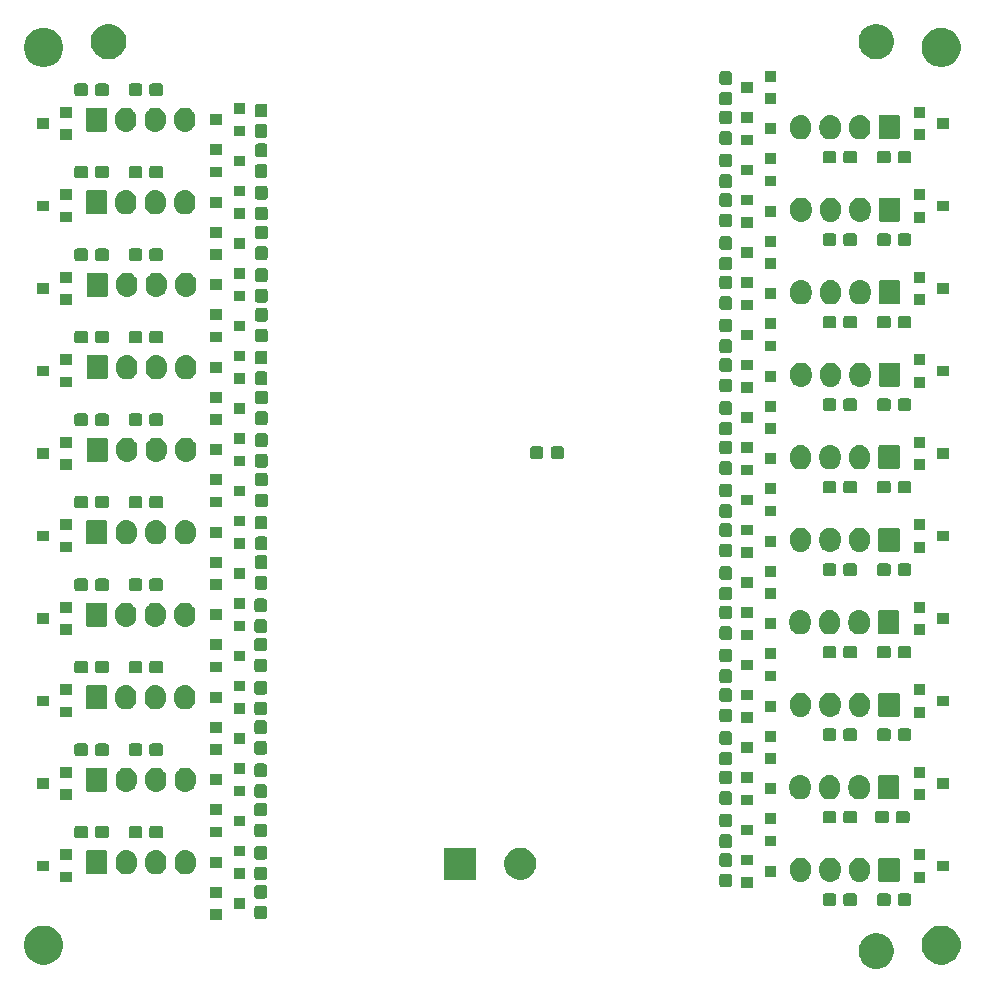
<source format=gbs>
G04 #@! TF.GenerationSoftware,KiCad,Pcbnew,(5.1.5)-3*
G04 #@! TF.CreationDate,2020-01-24T13:47:52-08:00*
G04 #@! TF.ProjectId,siplace_feeder_controller,7369706c-6163-4655-9f66-65656465725f,rev?*
G04 #@! TF.SameCoordinates,Original*
G04 #@! TF.FileFunction,Soldermask,Bot*
G04 #@! TF.FilePolarity,Negative*
%FSLAX46Y46*%
G04 Gerber Fmt 4.6, Leading zero omitted, Abs format (unit mm)*
G04 Created by KiCad (PCBNEW (5.1.5)-3) date 2020-01-24 13:47:52*
%MOMM*%
%LPD*%
G04 APERTURE LIST*
%ADD10C,0.100000*%
G04 APERTURE END LIST*
D10*
G36*
X140437534Y-139557643D02*
G01*
X140710515Y-139670716D01*
X140710517Y-139670717D01*
X140781218Y-139717958D01*
X140956193Y-139834873D01*
X141165127Y-140043807D01*
X141329284Y-140289485D01*
X141442357Y-140562466D01*
X141500000Y-140852262D01*
X141500000Y-141147738D01*
X141442357Y-141437534D01*
X141329284Y-141710515D01*
X141329283Y-141710517D01*
X141165126Y-141956194D01*
X140956194Y-142165126D01*
X140710517Y-142329283D01*
X140710516Y-142329284D01*
X140710515Y-142329284D01*
X140437534Y-142442357D01*
X140147738Y-142500000D01*
X139852262Y-142500000D01*
X139562466Y-142442357D01*
X139289485Y-142329284D01*
X139289484Y-142329284D01*
X139289483Y-142329283D01*
X139043806Y-142165126D01*
X138834874Y-141956194D01*
X138670717Y-141710517D01*
X138670716Y-141710515D01*
X138557643Y-141437534D01*
X138500000Y-141147738D01*
X138500000Y-140852262D01*
X138557643Y-140562466D01*
X138670716Y-140289485D01*
X138834873Y-140043807D01*
X139043807Y-139834873D01*
X139218782Y-139717958D01*
X139289483Y-139670717D01*
X139289485Y-139670716D01*
X139562466Y-139557643D01*
X139852262Y-139500000D01*
X140147738Y-139500000D01*
X140437534Y-139557643D01*
G37*
G36*
X145875256Y-138891298D02*
G01*
X145981579Y-138912447D01*
X146282042Y-139036903D01*
X146552451Y-139217585D01*
X146782415Y-139447549D01*
X146963097Y-139717958D01*
X147087553Y-140018421D01*
X147151000Y-140337391D01*
X147151000Y-140662609D01*
X147087553Y-140981579D01*
X146963097Y-141282042D01*
X146782415Y-141552451D01*
X146552451Y-141782415D01*
X146282042Y-141963097D01*
X145981579Y-142087553D01*
X145875256Y-142108702D01*
X145662611Y-142151000D01*
X145337389Y-142151000D01*
X145124744Y-142108702D01*
X145018421Y-142087553D01*
X144717958Y-141963097D01*
X144447549Y-141782415D01*
X144217585Y-141552451D01*
X144036903Y-141282042D01*
X143912447Y-140981579D01*
X143849000Y-140662609D01*
X143849000Y-140337391D01*
X143912447Y-140018421D01*
X144036903Y-139717958D01*
X144217585Y-139447549D01*
X144447549Y-139217585D01*
X144717958Y-139036903D01*
X145018421Y-138912447D01*
X145124744Y-138891298D01*
X145337389Y-138849000D01*
X145662611Y-138849000D01*
X145875256Y-138891298D01*
G37*
G36*
X69875256Y-138891298D02*
G01*
X69981579Y-138912447D01*
X70282042Y-139036903D01*
X70552451Y-139217585D01*
X70782415Y-139447549D01*
X70963097Y-139717958D01*
X71087553Y-140018421D01*
X71151000Y-140337391D01*
X71151000Y-140662609D01*
X71087553Y-140981579D01*
X70963097Y-141282042D01*
X70782415Y-141552451D01*
X70552451Y-141782415D01*
X70282042Y-141963097D01*
X69981579Y-142087553D01*
X69875256Y-142108702D01*
X69662611Y-142151000D01*
X69337389Y-142151000D01*
X69124744Y-142108702D01*
X69018421Y-142087553D01*
X68717958Y-141963097D01*
X68447549Y-141782415D01*
X68217585Y-141552451D01*
X68036903Y-141282042D01*
X67912447Y-140981579D01*
X67849000Y-140662609D01*
X67849000Y-140337391D01*
X67912447Y-140018421D01*
X68036903Y-139717958D01*
X68217585Y-139447549D01*
X68447549Y-139217585D01*
X68717958Y-139036903D01*
X69018421Y-138912447D01*
X69124744Y-138891298D01*
X69337389Y-138849000D01*
X69662611Y-138849000D01*
X69875256Y-138891298D01*
G37*
G36*
X84591000Y-138370500D02*
G01*
X83589000Y-138370500D01*
X83589000Y-137468500D01*
X84591000Y-137468500D01*
X84591000Y-138370500D01*
G37*
G36*
X88248499Y-137159945D02*
G01*
X88285995Y-137171320D01*
X88320554Y-137189792D01*
X88350847Y-137214653D01*
X88375708Y-137244946D01*
X88394180Y-137279505D01*
X88405555Y-137317001D01*
X88410000Y-137362138D01*
X88410000Y-138100862D01*
X88405555Y-138145999D01*
X88394180Y-138183495D01*
X88375708Y-138218054D01*
X88350847Y-138248347D01*
X88320554Y-138273208D01*
X88285995Y-138291680D01*
X88248499Y-138303055D01*
X88203362Y-138307500D01*
X87564638Y-138307500D01*
X87519501Y-138303055D01*
X87482005Y-138291680D01*
X87447446Y-138273208D01*
X87417153Y-138248347D01*
X87392292Y-138218054D01*
X87373820Y-138183495D01*
X87362445Y-138145999D01*
X87358000Y-138100862D01*
X87358000Y-137362138D01*
X87362445Y-137317001D01*
X87373820Y-137279505D01*
X87392292Y-137244946D01*
X87417153Y-137214653D01*
X87447446Y-137189792D01*
X87482005Y-137171320D01*
X87519501Y-137159945D01*
X87564638Y-137155500D01*
X88203362Y-137155500D01*
X88248499Y-137159945D01*
G37*
G36*
X86591000Y-137420500D02*
G01*
X85589000Y-137420500D01*
X85589000Y-136518500D01*
X86591000Y-136518500D01*
X86591000Y-137420500D01*
G37*
G36*
X142811499Y-136130445D02*
G01*
X142848995Y-136141820D01*
X142883554Y-136160292D01*
X142913847Y-136185153D01*
X142938708Y-136215446D01*
X142957180Y-136250005D01*
X142968555Y-136287501D01*
X142973000Y-136332638D01*
X142973000Y-136971362D01*
X142968555Y-137016499D01*
X142957180Y-137053995D01*
X142938708Y-137088554D01*
X142913847Y-137118847D01*
X142883554Y-137143708D01*
X142848995Y-137162180D01*
X142811499Y-137173555D01*
X142766362Y-137178000D01*
X142027638Y-137178000D01*
X141982501Y-137173555D01*
X141945005Y-137162180D01*
X141910446Y-137143708D01*
X141880153Y-137118847D01*
X141855292Y-137088554D01*
X141836820Y-137053995D01*
X141825445Y-137016499D01*
X141821000Y-136971362D01*
X141821000Y-136332638D01*
X141825445Y-136287501D01*
X141836820Y-136250005D01*
X141855292Y-136215446D01*
X141880153Y-136185153D01*
X141910446Y-136160292D01*
X141945005Y-136141820D01*
X141982501Y-136130445D01*
X142027638Y-136126000D01*
X142766362Y-136126000D01*
X142811499Y-136130445D01*
G37*
G36*
X141061499Y-136130445D02*
G01*
X141098995Y-136141820D01*
X141133554Y-136160292D01*
X141163847Y-136185153D01*
X141188708Y-136215446D01*
X141207180Y-136250005D01*
X141218555Y-136287501D01*
X141223000Y-136332638D01*
X141223000Y-136971362D01*
X141218555Y-137016499D01*
X141207180Y-137053995D01*
X141188708Y-137088554D01*
X141163847Y-137118847D01*
X141133554Y-137143708D01*
X141098995Y-137162180D01*
X141061499Y-137173555D01*
X141016362Y-137178000D01*
X140277638Y-137178000D01*
X140232501Y-137173555D01*
X140195005Y-137162180D01*
X140160446Y-137143708D01*
X140130153Y-137118847D01*
X140105292Y-137088554D01*
X140086820Y-137053995D01*
X140075445Y-137016499D01*
X140071000Y-136971362D01*
X140071000Y-136332638D01*
X140075445Y-136287501D01*
X140086820Y-136250005D01*
X140105292Y-136215446D01*
X140130153Y-136185153D01*
X140160446Y-136160292D01*
X140195005Y-136141820D01*
X140232501Y-136130445D01*
X140277638Y-136126000D01*
X141016362Y-136126000D01*
X141061499Y-136130445D01*
G37*
G36*
X138211499Y-136130445D02*
G01*
X138248995Y-136141820D01*
X138283554Y-136160292D01*
X138313847Y-136185153D01*
X138338708Y-136215446D01*
X138357180Y-136250005D01*
X138368555Y-136287501D01*
X138373000Y-136332638D01*
X138373000Y-136971362D01*
X138368555Y-137016499D01*
X138357180Y-137053995D01*
X138338708Y-137088554D01*
X138313847Y-137118847D01*
X138283554Y-137143708D01*
X138248995Y-137162180D01*
X138211499Y-137173555D01*
X138166362Y-137178000D01*
X137427638Y-137178000D01*
X137382501Y-137173555D01*
X137345005Y-137162180D01*
X137310446Y-137143708D01*
X137280153Y-137118847D01*
X137255292Y-137088554D01*
X137236820Y-137053995D01*
X137225445Y-137016499D01*
X137221000Y-136971362D01*
X137221000Y-136332638D01*
X137225445Y-136287501D01*
X137236820Y-136250005D01*
X137255292Y-136215446D01*
X137280153Y-136185153D01*
X137310446Y-136160292D01*
X137345005Y-136141820D01*
X137382501Y-136130445D01*
X137427638Y-136126000D01*
X138166362Y-136126000D01*
X138211499Y-136130445D01*
G37*
G36*
X136461499Y-136130445D02*
G01*
X136498995Y-136141820D01*
X136533554Y-136160292D01*
X136563847Y-136185153D01*
X136588708Y-136215446D01*
X136607180Y-136250005D01*
X136618555Y-136287501D01*
X136623000Y-136332638D01*
X136623000Y-136971362D01*
X136618555Y-137016499D01*
X136607180Y-137053995D01*
X136588708Y-137088554D01*
X136563847Y-137118847D01*
X136533554Y-137143708D01*
X136498995Y-137162180D01*
X136461499Y-137173555D01*
X136416362Y-137178000D01*
X135677638Y-137178000D01*
X135632501Y-137173555D01*
X135595005Y-137162180D01*
X135560446Y-137143708D01*
X135530153Y-137118847D01*
X135505292Y-137088554D01*
X135486820Y-137053995D01*
X135475445Y-137016499D01*
X135471000Y-136971362D01*
X135471000Y-136332638D01*
X135475445Y-136287501D01*
X135486820Y-136250005D01*
X135505292Y-136215446D01*
X135530153Y-136185153D01*
X135560446Y-136160292D01*
X135595005Y-136141820D01*
X135632501Y-136130445D01*
X135677638Y-136126000D01*
X136416362Y-136126000D01*
X136461499Y-136130445D01*
G37*
G36*
X88248499Y-135409945D02*
G01*
X88285995Y-135421320D01*
X88320554Y-135439792D01*
X88350847Y-135464653D01*
X88375708Y-135494946D01*
X88394180Y-135529505D01*
X88405555Y-135567001D01*
X88410000Y-135612138D01*
X88410000Y-136350862D01*
X88405555Y-136395999D01*
X88394180Y-136433495D01*
X88375708Y-136468054D01*
X88350847Y-136498347D01*
X88320554Y-136523208D01*
X88285995Y-136541680D01*
X88248499Y-136553055D01*
X88203362Y-136557500D01*
X87564638Y-136557500D01*
X87519501Y-136553055D01*
X87482005Y-136541680D01*
X87447446Y-136523208D01*
X87417153Y-136498347D01*
X87392292Y-136468054D01*
X87373820Y-136433495D01*
X87362445Y-136395999D01*
X87358000Y-136350862D01*
X87358000Y-135612138D01*
X87362445Y-135567001D01*
X87373820Y-135529505D01*
X87392292Y-135494946D01*
X87417153Y-135464653D01*
X87447446Y-135439792D01*
X87482005Y-135421320D01*
X87519501Y-135409945D01*
X87564638Y-135405500D01*
X88203362Y-135405500D01*
X88248499Y-135409945D01*
G37*
G36*
X84591000Y-136470500D02*
G01*
X83589000Y-136470500D01*
X83589000Y-135568500D01*
X84591000Y-135568500D01*
X84591000Y-136470500D01*
G37*
G36*
X129549000Y-135640000D02*
G01*
X128547000Y-135640000D01*
X128547000Y-134738000D01*
X129549000Y-134738000D01*
X129549000Y-135640000D01*
G37*
G36*
X127618499Y-134464945D02*
G01*
X127655995Y-134476320D01*
X127690554Y-134494792D01*
X127720847Y-134519653D01*
X127745708Y-134549946D01*
X127764180Y-134584505D01*
X127775555Y-134622001D01*
X127780000Y-134667138D01*
X127780000Y-135405862D01*
X127775555Y-135450999D01*
X127764180Y-135488495D01*
X127745708Y-135523054D01*
X127720847Y-135553347D01*
X127690554Y-135578208D01*
X127655995Y-135596680D01*
X127618499Y-135608055D01*
X127573362Y-135612500D01*
X126934638Y-135612500D01*
X126889501Y-135608055D01*
X126852005Y-135596680D01*
X126817446Y-135578208D01*
X126787153Y-135553347D01*
X126762292Y-135523054D01*
X126743820Y-135488495D01*
X126732445Y-135450999D01*
X126728000Y-135405862D01*
X126728000Y-134667138D01*
X126732445Y-134622001D01*
X126743820Y-134584505D01*
X126762292Y-134549946D01*
X126787153Y-134519653D01*
X126817446Y-134494792D01*
X126852005Y-134476320D01*
X126889501Y-134464945D01*
X126934638Y-134460500D01*
X127573362Y-134460500D01*
X127618499Y-134464945D01*
G37*
G36*
X144168000Y-135198000D02*
G01*
X143166000Y-135198000D01*
X143166000Y-134296000D01*
X144168000Y-134296000D01*
X144168000Y-135198000D01*
G37*
G36*
X71923000Y-135193000D02*
G01*
X70921000Y-135193000D01*
X70921000Y-134291000D01*
X71923000Y-134291000D01*
X71923000Y-135193000D01*
G37*
G36*
X136263627Y-133099037D02*
G01*
X136433466Y-133150557D01*
X136589991Y-133234222D01*
X136609761Y-133250447D01*
X136727186Y-133346814D01*
X136810448Y-133448271D01*
X136839778Y-133484009D01*
X136923443Y-133640534D01*
X136974963Y-133810374D01*
X136976719Y-133828208D01*
X136985037Y-133912653D01*
X136988000Y-133942743D01*
X136988000Y-134281258D01*
X136974963Y-134413627D01*
X136923443Y-134583466D01*
X136839778Y-134739991D01*
X136810448Y-134775729D01*
X136727186Y-134877186D01*
X136589989Y-134989779D01*
X136433467Y-135073442D01*
X136433465Y-135073443D01*
X136263626Y-135124963D01*
X136087000Y-135142359D01*
X135910373Y-135124963D01*
X135740534Y-135073443D01*
X135584009Y-134989778D01*
X135541632Y-134955000D01*
X135446814Y-134877186D01*
X135334221Y-134739989D01*
X135250558Y-134583467D01*
X135248713Y-134577385D01*
X135199037Y-134413626D01*
X135187452Y-134296000D01*
X135186000Y-134281259D01*
X135186000Y-133942740D01*
X135195875Y-133842480D01*
X135199037Y-133810373D01*
X135250557Y-133640534D01*
X135334222Y-133484009D01*
X135446815Y-133346815D01*
X135584010Y-133234222D01*
X135740535Y-133150557D01*
X135910374Y-133099037D01*
X136087000Y-133081641D01*
X136263627Y-133099037D01*
G37*
G36*
X138763627Y-133099037D02*
G01*
X138933466Y-133150557D01*
X139089991Y-133234222D01*
X139109761Y-133250447D01*
X139227186Y-133346814D01*
X139310448Y-133448271D01*
X139339778Y-133484009D01*
X139423443Y-133640534D01*
X139474963Y-133810374D01*
X139476719Y-133828208D01*
X139485037Y-133912653D01*
X139488000Y-133942743D01*
X139488000Y-134281258D01*
X139474963Y-134413627D01*
X139423443Y-134583466D01*
X139339778Y-134739991D01*
X139310448Y-134775729D01*
X139227186Y-134877186D01*
X139089989Y-134989779D01*
X138933467Y-135073442D01*
X138933465Y-135073443D01*
X138763626Y-135124963D01*
X138587000Y-135142359D01*
X138410373Y-135124963D01*
X138240534Y-135073443D01*
X138084009Y-134989778D01*
X138041632Y-134955000D01*
X137946814Y-134877186D01*
X137834221Y-134739989D01*
X137750558Y-134583467D01*
X137748713Y-134577385D01*
X137699037Y-134413626D01*
X137687452Y-134296000D01*
X137686000Y-134281259D01*
X137686000Y-133942740D01*
X137695875Y-133842480D01*
X137699037Y-133810373D01*
X137750557Y-133640534D01*
X137834222Y-133484009D01*
X137946815Y-133346815D01*
X138084010Y-133234222D01*
X138240535Y-133150557D01*
X138410374Y-133099037D01*
X138587000Y-133081641D01*
X138763627Y-133099037D01*
G37*
G36*
X133763627Y-133099037D02*
G01*
X133933466Y-133150557D01*
X134089991Y-133234222D01*
X134109761Y-133250447D01*
X134227186Y-133346814D01*
X134310448Y-133448271D01*
X134339778Y-133484009D01*
X134423443Y-133640534D01*
X134474963Y-133810374D01*
X134476719Y-133828208D01*
X134485037Y-133912653D01*
X134488000Y-133942743D01*
X134488000Y-134281258D01*
X134474963Y-134413627D01*
X134423443Y-134583466D01*
X134339778Y-134739991D01*
X134310448Y-134775729D01*
X134227186Y-134877186D01*
X134089989Y-134989779D01*
X133933467Y-135073442D01*
X133933465Y-135073443D01*
X133763626Y-135124963D01*
X133587000Y-135142359D01*
X133410373Y-135124963D01*
X133240534Y-135073443D01*
X133084009Y-134989778D01*
X133041632Y-134955000D01*
X132946814Y-134877186D01*
X132834221Y-134739989D01*
X132750558Y-134583467D01*
X132748713Y-134577385D01*
X132699037Y-134413626D01*
X132687452Y-134296000D01*
X132686000Y-134281259D01*
X132686000Y-133942740D01*
X132695875Y-133842480D01*
X132699037Y-133810373D01*
X132750557Y-133640534D01*
X132834222Y-133484009D01*
X132946815Y-133346815D01*
X133084010Y-133234222D01*
X133240535Y-133150557D01*
X133410374Y-133099037D01*
X133587000Y-133081641D01*
X133763627Y-133099037D01*
G37*
G36*
X141845600Y-133089989D02*
G01*
X141878652Y-133100015D01*
X141909103Y-133116292D01*
X141935799Y-133138201D01*
X141957708Y-133164897D01*
X141973985Y-133195348D01*
X141984011Y-133228400D01*
X141988000Y-133268903D01*
X141988000Y-134955097D01*
X141984011Y-134995600D01*
X141973985Y-135028652D01*
X141957708Y-135059103D01*
X141935799Y-135085799D01*
X141909103Y-135107708D01*
X141878652Y-135123985D01*
X141845600Y-135134011D01*
X141805097Y-135138000D01*
X140368903Y-135138000D01*
X140328400Y-135134011D01*
X140295348Y-135123985D01*
X140264897Y-135107708D01*
X140238201Y-135085799D01*
X140216292Y-135059103D01*
X140200015Y-135028652D01*
X140189989Y-134995600D01*
X140186000Y-134955097D01*
X140186000Y-133268903D01*
X140189989Y-133228400D01*
X140200015Y-133195348D01*
X140216292Y-133164897D01*
X140238201Y-133138201D01*
X140264897Y-133116292D01*
X140295348Y-133100015D01*
X140328400Y-133089989D01*
X140368903Y-133086000D01*
X141805097Y-133086000D01*
X141845600Y-133089989D01*
G37*
G36*
X88248499Y-133857945D02*
G01*
X88285995Y-133869320D01*
X88320554Y-133887792D01*
X88350847Y-133912653D01*
X88375708Y-133942946D01*
X88394180Y-133977505D01*
X88405555Y-134015001D01*
X88410000Y-134060138D01*
X88410000Y-134798862D01*
X88405555Y-134843999D01*
X88394180Y-134881495D01*
X88375708Y-134916054D01*
X88350847Y-134946347D01*
X88320554Y-134971208D01*
X88285995Y-134989680D01*
X88248499Y-135001055D01*
X88203362Y-135005500D01*
X87564638Y-135005500D01*
X87519501Y-135001055D01*
X87482005Y-134989680D01*
X87447446Y-134971208D01*
X87417153Y-134946347D01*
X87392292Y-134916054D01*
X87373820Y-134881495D01*
X87362445Y-134843999D01*
X87358000Y-134798862D01*
X87358000Y-134060138D01*
X87362445Y-134015001D01*
X87373820Y-133977505D01*
X87392292Y-133942946D01*
X87417153Y-133912653D01*
X87447446Y-133887792D01*
X87482005Y-133869320D01*
X87519501Y-133857945D01*
X87564638Y-133853500D01*
X88203362Y-133853500D01*
X88248499Y-133857945D01*
G37*
G36*
X110249072Y-132304918D02*
G01*
X110468965Y-132396000D01*
X110494939Y-132406759D01*
X110554626Y-132446641D01*
X110716211Y-132554609D01*
X110904391Y-132742789D01*
X111052242Y-132964063D01*
X111154082Y-133209928D01*
X111206000Y-133470937D01*
X111206000Y-133737063D01*
X111191417Y-133810375D01*
X111154082Y-133998072D01*
X111052241Y-134243939D01*
X111017455Y-134296000D01*
X110904569Y-134464945D01*
X110904390Y-134465212D01*
X110716212Y-134653390D01*
X110494939Y-134801241D01*
X110494938Y-134801242D01*
X110494937Y-134801242D01*
X110249072Y-134903082D01*
X109988063Y-134955000D01*
X109721937Y-134955000D01*
X109460928Y-134903082D01*
X109215063Y-134801242D01*
X109215062Y-134801242D01*
X109215061Y-134801241D01*
X108993788Y-134653390D01*
X108805610Y-134465212D01*
X108805432Y-134464945D01*
X108692545Y-134296000D01*
X108657759Y-134243939D01*
X108555918Y-133998072D01*
X108518583Y-133810375D01*
X108504000Y-133737063D01*
X108504000Y-133470937D01*
X108555918Y-133209928D01*
X108657758Y-132964063D01*
X108805609Y-132742789D01*
X108993789Y-132554609D01*
X109155374Y-132446641D01*
X109215061Y-132406759D01*
X109241036Y-132396000D01*
X109460928Y-132304918D01*
X109721937Y-132253000D01*
X109988063Y-132253000D01*
X110249072Y-132304918D01*
G37*
G36*
X106126000Y-134955000D02*
G01*
X103424000Y-134955000D01*
X103424000Y-132253000D01*
X106126000Y-132253000D01*
X106126000Y-134955000D01*
G37*
G36*
X86591000Y-134878000D02*
G01*
X85589000Y-134878000D01*
X85589000Y-133976000D01*
X86591000Y-133976000D01*
X86591000Y-134878000D01*
G37*
G36*
X131549000Y-134690000D02*
G01*
X130547000Y-134690000D01*
X130547000Y-133788000D01*
X131549000Y-133788000D01*
X131549000Y-134690000D01*
G37*
G36*
X81678626Y-132464037D02*
G01*
X81848465Y-132515557D01*
X81848467Y-132515558D01*
X82004989Y-132599221D01*
X82142186Y-132711814D01*
X82204324Y-132787531D01*
X82254778Y-132849009D01*
X82338443Y-133005534D01*
X82389963Y-133175373D01*
X82389963Y-133175375D01*
X82403000Y-133307740D01*
X82403000Y-133646259D01*
X82396481Y-133712442D01*
X82389963Y-133778626D01*
X82338443Y-133948466D01*
X82254778Y-134104991D01*
X82225448Y-134140729D01*
X82142186Y-134242186D01*
X82076612Y-134296000D01*
X82004991Y-134354778D01*
X81848466Y-134438443D01*
X81678627Y-134489963D01*
X81502000Y-134507359D01*
X81325374Y-134489963D01*
X81155535Y-134438443D01*
X80999010Y-134354778D01*
X80861815Y-134242185D01*
X80749222Y-134104991D01*
X80665557Y-133948466D01*
X80614037Y-133778627D01*
X80601000Y-133646258D01*
X80601000Y-133307743D01*
X80601960Y-133298000D01*
X80608241Y-133234221D01*
X80614037Y-133175374D01*
X80665557Y-133005535D01*
X80687725Y-132964061D01*
X80749221Y-132849011D01*
X80861814Y-132711814D01*
X80963271Y-132628552D01*
X80999009Y-132599222D01*
X81155534Y-132515557D01*
X81325373Y-132464037D01*
X81502000Y-132446641D01*
X81678626Y-132464037D01*
G37*
G36*
X79178626Y-132464037D02*
G01*
X79348465Y-132515557D01*
X79348467Y-132515558D01*
X79504989Y-132599221D01*
X79642186Y-132711814D01*
X79704324Y-132787531D01*
X79754778Y-132849009D01*
X79838443Y-133005534D01*
X79889963Y-133175373D01*
X79889963Y-133175375D01*
X79903000Y-133307740D01*
X79903000Y-133646259D01*
X79896481Y-133712442D01*
X79889963Y-133778626D01*
X79838443Y-133948466D01*
X79754778Y-134104991D01*
X79725448Y-134140729D01*
X79642186Y-134242186D01*
X79576612Y-134296000D01*
X79504991Y-134354778D01*
X79348466Y-134438443D01*
X79178627Y-134489963D01*
X79002000Y-134507359D01*
X78825374Y-134489963D01*
X78655535Y-134438443D01*
X78499010Y-134354778D01*
X78361815Y-134242185D01*
X78249222Y-134104991D01*
X78165557Y-133948466D01*
X78114037Y-133778627D01*
X78101000Y-133646258D01*
X78101000Y-133307743D01*
X78101960Y-133298000D01*
X78108241Y-133234221D01*
X78114037Y-133175374D01*
X78165557Y-133005535D01*
X78187725Y-132964061D01*
X78249221Y-132849011D01*
X78361814Y-132711814D01*
X78463271Y-132628552D01*
X78499009Y-132599222D01*
X78655534Y-132515557D01*
X78825373Y-132464037D01*
X79002000Y-132446641D01*
X79178626Y-132464037D01*
G37*
G36*
X76678626Y-132464037D02*
G01*
X76848465Y-132515557D01*
X76848467Y-132515558D01*
X77004989Y-132599221D01*
X77142186Y-132711814D01*
X77204324Y-132787531D01*
X77254778Y-132849009D01*
X77338443Y-133005534D01*
X77389963Y-133175373D01*
X77389963Y-133175375D01*
X77403000Y-133307740D01*
X77403000Y-133646259D01*
X77396481Y-133712442D01*
X77389963Y-133778626D01*
X77338443Y-133948466D01*
X77254778Y-134104991D01*
X77225448Y-134140729D01*
X77142186Y-134242186D01*
X77076612Y-134296000D01*
X77004991Y-134354778D01*
X76848466Y-134438443D01*
X76678627Y-134489963D01*
X76502000Y-134507359D01*
X76325374Y-134489963D01*
X76155535Y-134438443D01*
X75999010Y-134354778D01*
X75861815Y-134242185D01*
X75749222Y-134104991D01*
X75665557Y-133948466D01*
X75614037Y-133778627D01*
X75601000Y-133646258D01*
X75601000Y-133307743D01*
X75601960Y-133298000D01*
X75608241Y-133234221D01*
X75614037Y-133175374D01*
X75665557Y-133005535D01*
X75687725Y-132964061D01*
X75749221Y-132849011D01*
X75861814Y-132711814D01*
X75963271Y-132628552D01*
X75999009Y-132599222D01*
X76155534Y-132515557D01*
X76325373Y-132464037D01*
X76502000Y-132446641D01*
X76678626Y-132464037D01*
G37*
G36*
X74760600Y-132454989D02*
G01*
X74793652Y-132465015D01*
X74824103Y-132481292D01*
X74850799Y-132503201D01*
X74872708Y-132529897D01*
X74888985Y-132560348D01*
X74899011Y-132593400D01*
X74903000Y-132633903D01*
X74903000Y-134320097D01*
X74899011Y-134360600D01*
X74888985Y-134393652D01*
X74872708Y-134424103D01*
X74850799Y-134450799D01*
X74824103Y-134472708D01*
X74793652Y-134488985D01*
X74760600Y-134499011D01*
X74720097Y-134503000D01*
X73283903Y-134503000D01*
X73243400Y-134499011D01*
X73210348Y-134488985D01*
X73179897Y-134472708D01*
X73153201Y-134450799D01*
X73131292Y-134424103D01*
X73115015Y-134393652D01*
X73104989Y-134360600D01*
X73101000Y-134320097D01*
X73101000Y-132633903D01*
X73104989Y-132593400D01*
X73115015Y-132560348D01*
X73131292Y-132529897D01*
X73153201Y-132503201D01*
X73179897Y-132481292D01*
X73210348Y-132465015D01*
X73243400Y-132454989D01*
X73283903Y-132451000D01*
X74720097Y-132451000D01*
X74760600Y-132454989D01*
G37*
G36*
X146168000Y-134248000D02*
G01*
X145166000Y-134248000D01*
X145166000Y-133346000D01*
X146168000Y-133346000D01*
X146168000Y-134248000D01*
G37*
G36*
X69923000Y-134243000D02*
G01*
X68921000Y-134243000D01*
X68921000Y-133341000D01*
X69923000Y-133341000D01*
X69923000Y-134243000D01*
G37*
G36*
X84591000Y-133928000D02*
G01*
X83589000Y-133928000D01*
X83589000Y-133026000D01*
X84591000Y-133026000D01*
X84591000Y-133928000D01*
G37*
G36*
X127618499Y-132714945D02*
G01*
X127655995Y-132726320D01*
X127690554Y-132744792D01*
X127720847Y-132769653D01*
X127745708Y-132799946D01*
X127764180Y-132834505D01*
X127775555Y-132872001D01*
X127780000Y-132917138D01*
X127780000Y-133655862D01*
X127775555Y-133700999D01*
X127764180Y-133738495D01*
X127745708Y-133773054D01*
X127720847Y-133803347D01*
X127690554Y-133828208D01*
X127655995Y-133846680D01*
X127618499Y-133858055D01*
X127573362Y-133862500D01*
X126934638Y-133862500D01*
X126889501Y-133858055D01*
X126852005Y-133846680D01*
X126817446Y-133828208D01*
X126787153Y-133803347D01*
X126762292Y-133773054D01*
X126743820Y-133738495D01*
X126732445Y-133700999D01*
X126728000Y-133655862D01*
X126728000Y-132917138D01*
X126732445Y-132872001D01*
X126743820Y-132834505D01*
X126762292Y-132799946D01*
X126787153Y-132769653D01*
X126817446Y-132744792D01*
X126852005Y-132726320D01*
X126889501Y-132714945D01*
X126934638Y-132710500D01*
X127573362Y-132710500D01*
X127618499Y-132714945D01*
G37*
G36*
X129549000Y-133740000D02*
G01*
X128547000Y-133740000D01*
X128547000Y-132838000D01*
X129549000Y-132838000D01*
X129549000Y-133740000D01*
G37*
G36*
X144168000Y-133298000D02*
G01*
X143166000Y-133298000D01*
X143166000Y-132396000D01*
X144168000Y-132396000D01*
X144168000Y-133298000D01*
G37*
G36*
X71923000Y-133293000D02*
G01*
X70921000Y-133293000D01*
X70921000Y-132391000D01*
X71923000Y-132391000D01*
X71923000Y-133293000D01*
G37*
G36*
X88248499Y-132107945D02*
G01*
X88285995Y-132119320D01*
X88320554Y-132137792D01*
X88350847Y-132162653D01*
X88375708Y-132192946D01*
X88394180Y-132227505D01*
X88405555Y-132265001D01*
X88410000Y-132310138D01*
X88410000Y-133048862D01*
X88405555Y-133093999D01*
X88394180Y-133131495D01*
X88375708Y-133166054D01*
X88350847Y-133196347D01*
X88320554Y-133221208D01*
X88285995Y-133239680D01*
X88248499Y-133251055D01*
X88203362Y-133255500D01*
X87564638Y-133255500D01*
X87519501Y-133251055D01*
X87482005Y-133239680D01*
X87447446Y-133221208D01*
X87417153Y-133196347D01*
X87392292Y-133166054D01*
X87373820Y-133131495D01*
X87362445Y-133093999D01*
X87358000Y-133048862D01*
X87358000Y-132310138D01*
X87362445Y-132265001D01*
X87373820Y-132227505D01*
X87392292Y-132192946D01*
X87417153Y-132162653D01*
X87447446Y-132137792D01*
X87482005Y-132119320D01*
X87519501Y-132107945D01*
X87564638Y-132103500D01*
X88203362Y-132103500D01*
X88248499Y-132107945D01*
G37*
G36*
X86591000Y-132978000D02*
G01*
X85589000Y-132978000D01*
X85589000Y-132076000D01*
X86591000Y-132076000D01*
X86591000Y-132978000D01*
G37*
G36*
X127618499Y-131127445D02*
G01*
X127655995Y-131138820D01*
X127690554Y-131157292D01*
X127720847Y-131182153D01*
X127745708Y-131212446D01*
X127764180Y-131247005D01*
X127775555Y-131284501D01*
X127780000Y-131329638D01*
X127780000Y-132068362D01*
X127775555Y-132113499D01*
X127764180Y-132150995D01*
X127745708Y-132185554D01*
X127720847Y-132215847D01*
X127690554Y-132240708D01*
X127655995Y-132259180D01*
X127618499Y-132270555D01*
X127573362Y-132275000D01*
X126934638Y-132275000D01*
X126889501Y-132270555D01*
X126852005Y-132259180D01*
X126817446Y-132240708D01*
X126787153Y-132215847D01*
X126762292Y-132185554D01*
X126743820Y-132150995D01*
X126732445Y-132113499D01*
X126728000Y-132068362D01*
X126728000Y-131329638D01*
X126732445Y-131284501D01*
X126743820Y-131247005D01*
X126762292Y-131212446D01*
X126787153Y-131182153D01*
X126817446Y-131157292D01*
X126852005Y-131138820D01*
X126889501Y-131127445D01*
X126934638Y-131123000D01*
X127573362Y-131123000D01*
X127618499Y-131127445D01*
G37*
G36*
X131549000Y-132147500D02*
G01*
X130547000Y-132147500D01*
X130547000Y-131245500D01*
X131549000Y-131245500D01*
X131549000Y-132147500D01*
G37*
G36*
X79456499Y-130415445D02*
G01*
X79493995Y-130426820D01*
X79528554Y-130445292D01*
X79558847Y-130470153D01*
X79583708Y-130500446D01*
X79602180Y-130535005D01*
X79613555Y-130572501D01*
X79618000Y-130617638D01*
X79618000Y-131256362D01*
X79613555Y-131301499D01*
X79602180Y-131338995D01*
X79583708Y-131373554D01*
X79558847Y-131403847D01*
X79528554Y-131428708D01*
X79493995Y-131447180D01*
X79456499Y-131458555D01*
X79411362Y-131463000D01*
X78672638Y-131463000D01*
X78627501Y-131458555D01*
X78590005Y-131447180D01*
X78555446Y-131428708D01*
X78525153Y-131403847D01*
X78500292Y-131373554D01*
X78481820Y-131338995D01*
X78470445Y-131301499D01*
X78466000Y-131256362D01*
X78466000Y-130617638D01*
X78470445Y-130572501D01*
X78481820Y-130535005D01*
X78500292Y-130500446D01*
X78525153Y-130470153D01*
X78555446Y-130445292D01*
X78590005Y-130426820D01*
X78627501Y-130415445D01*
X78672638Y-130411000D01*
X79411362Y-130411000D01*
X79456499Y-130415445D01*
G37*
G36*
X73106499Y-130415445D02*
G01*
X73143995Y-130426820D01*
X73178554Y-130445292D01*
X73208847Y-130470153D01*
X73233708Y-130500446D01*
X73252180Y-130535005D01*
X73263555Y-130572501D01*
X73268000Y-130617638D01*
X73268000Y-131256362D01*
X73263555Y-131301499D01*
X73252180Y-131338995D01*
X73233708Y-131373554D01*
X73208847Y-131403847D01*
X73178554Y-131428708D01*
X73143995Y-131447180D01*
X73106499Y-131458555D01*
X73061362Y-131463000D01*
X72322638Y-131463000D01*
X72277501Y-131458555D01*
X72240005Y-131447180D01*
X72205446Y-131428708D01*
X72175153Y-131403847D01*
X72150292Y-131373554D01*
X72131820Y-131338995D01*
X72120445Y-131301499D01*
X72116000Y-131256362D01*
X72116000Y-130617638D01*
X72120445Y-130572501D01*
X72131820Y-130535005D01*
X72150292Y-130500446D01*
X72175153Y-130470153D01*
X72205446Y-130445292D01*
X72240005Y-130426820D01*
X72277501Y-130415445D01*
X72322638Y-130411000D01*
X73061362Y-130411000D01*
X73106499Y-130415445D01*
G37*
G36*
X74856499Y-130415445D02*
G01*
X74893995Y-130426820D01*
X74928554Y-130445292D01*
X74958847Y-130470153D01*
X74983708Y-130500446D01*
X75002180Y-130535005D01*
X75013555Y-130572501D01*
X75018000Y-130617638D01*
X75018000Y-131256362D01*
X75013555Y-131301499D01*
X75002180Y-131338995D01*
X74983708Y-131373554D01*
X74958847Y-131403847D01*
X74928554Y-131428708D01*
X74893995Y-131447180D01*
X74856499Y-131458555D01*
X74811362Y-131463000D01*
X74072638Y-131463000D01*
X74027501Y-131458555D01*
X73990005Y-131447180D01*
X73955446Y-131428708D01*
X73925153Y-131403847D01*
X73900292Y-131373554D01*
X73881820Y-131338995D01*
X73870445Y-131301499D01*
X73866000Y-131256362D01*
X73866000Y-130617638D01*
X73870445Y-130572501D01*
X73881820Y-130535005D01*
X73900292Y-130500446D01*
X73925153Y-130470153D01*
X73955446Y-130445292D01*
X73990005Y-130426820D01*
X74027501Y-130415445D01*
X74072638Y-130411000D01*
X74811362Y-130411000D01*
X74856499Y-130415445D01*
G37*
G36*
X77706499Y-130415445D02*
G01*
X77743995Y-130426820D01*
X77778554Y-130445292D01*
X77808847Y-130470153D01*
X77833708Y-130500446D01*
X77852180Y-130535005D01*
X77863555Y-130572501D01*
X77868000Y-130617638D01*
X77868000Y-131256362D01*
X77863555Y-131301499D01*
X77852180Y-131338995D01*
X77833708Y-131373554D01*
X77808847Y-131403847D01*
X77778554Y-131428708D01*
X77743995Y-131447180D01*
X77706499Y-131458555D01*
X77661362Y-131463000D01*
X76922638Y-131463000D01*
X76877501Y-131458555D01*
X76840005Y-131447180D01*
X76805446Y-131428708D01*
X76775153Y-131403847D01*
X76750292Y-131373554D01*
X76731820Y-131338995D01*
X76720445Y-131301499D01*
X76716000Y-131256362D01*
X76716000Y-130617638D01*
X76720445Y-130572501D01*
X76731820Y-130535005D01*
X76750292Y-130500446D01*
X76775153Y-130470153D01*
X76805446Y-130445292D01*
X76840005Y-130426820D01*
X76877501Y-130415445D01*
X76922638Y-130411000D01*
X77661362Y-130411000D01*
X77706499Y-130415445D01*
G37*
G36*
X84591000Y-131385500D02*
G01*
X83589000Y-131385500D01*
X83589000Y-130483500D01*
X84591000Y-130483500D01*
X84591000Y-131385500D01*
G37*
G36*
X88248499Y-130210445D02*
G01*
X88285995Y-130221820D01*
X88320554Y-130240292D01*
X88350847Y-130265153D01*
X88375708Y-130295446D01*
X88394180Y-130330005D01*
X88405555Y-130367501D01*
X88410000Y-130412638D01*
X88410000Y-131151362D01*
X88405555Y-131196499D01*
X88394180Y-131233995D01*
X88375708Y-131268554D01*
X88350847Y-131298847D01*
X88320554Y-131323708D01*
X88285995Y-131342180D01*
X88248499Y-131353555D01*
X88203362Y-131358000D01*
X87564638Y-131358000D01*
X87519501Y-131353555D01*
X87482005Y-131342180D01*
X87447446Y-131323708D01*
X87417153Y-131298847D01*
X87392292Y-131268554D01*
X87373820Y-131233995D01*
X87362445Y-131196499D01*
X87358000Y-131151362D01*
X87358000Y-130412638D01*
X87362445Y-130367501D01*
X87373820Y-130330005D01*
X87392292Y-130295446D01*
X87417153Y-130265153D01*
X87447446Y-130240292D01*
X87482005Y-130221820D01*
X87519501Y-130210445D01*
X87564638Y-130206000D01*
X88203362Y-130206000D01*
X88248499Y-130210445D01*
G37*
G36*
X129549000Y-131197500D02*
G01*
X128547000Y-131197500D01*
X128547000Y-130295500D01*
X129549000Y-130295500D01*
X129549000Y-131197500D01*
G37*
G36*
X127618499Y-129377445D02*
G01*
X127655995Y-129388820D01*
X127690554Y-129407292D01*
X127720847Y-129432153D01*
X127745708Y-129462446D01*
X127764180Y-129497005D01*
X127775555Y-129534501D01*
X127780000Y-129579638D01*
X127780000Y-130318362D01*
X127775555Y-130363499D01*
X127764180Y-130400995D01*
X127745708Y-130435554D01*
X127720847Y-130465847D01*
X127690554Y-130490708D01*
X127655995Y-130509180D01*
X127618499Y-130520555D01*
X127573362Y-130525000D01*
X126934638Y-130525000D01*
X126889501Y-130520555D01*
X126852005Y-130509180D01*
X126817446Y-130490708D01*
X126787153Y-130465847D01*
X126762292Y-130435554D01*
X126743820Y-130400995D01*
X126732445Y-130363499D01*
X126728000Y-130318362D01*
X126728000Y-129579638D01*
X126732445Y-129534501D01*
X126743820Y-129497005D01*
X126762292Y-129462446D01*
X126787153Y-129432153D01*
X126817446Y-129407292D01*
X126852005Y-129388820D01*
X126889501Y-129377445D01*
X126934638Y-129373000D01*
X127573362Y-129373000D01*
X127618499Y-129377445D01*
G37*
G36*
X86591000Y-130435500D02*
G01*
X85589000Y-130435500D01*
X85589000Y-129533500D01*
X86591000Y-129533500D01*
X86591000Y-130435500D01*
G37*
G36*
X131549000Y-130247500D02*
G01*
X130547000Y-130247500D01*
X130547000Y-129345500D01*
X131549000Y-129345500D01*
X131549000Y-130247500D01*
G37*
G36*
X138211499Y-129145445D02*
G01*
X138248995Y-129156820D01*
X138283554Y-129175292D01*
X138313847Y-129200153D01*
X138338708Y-129230446D01*
X138357180Y-129265005D01*
X138368555Y-129302501D01*
X138373000Y-129347638D01*
X138373000Y-129986362D01*
X138368555Y-130031499D01*
X138357180Y-130068995D01*
X138338708Y-130103554D01*
X138313847Y-130133847D01*
X138283554Y-130158708D01*
X138248995Y-130177180D01*
X138211499Y-130188555D01*
X138166362Y-130193000D01*
X137427638Y-130193000D01*
X137382501Y-130188555D01*
X137345005Y-130177180D01*
X137310446Y-130158708D01*
X137280153Y-130133847D01*
X137255292Y-130103554D01*
X137236820Y-130068995D01*
X137225445Y-130031499D01*
X137221000Y-129986362D01*
X137221000Y-129347638D01*
X137225445Y-129302501D01*
X137236820Y-129265005D01*
X137255292Y-129230446D01*
X137280153Y-129200153D01*
X137310446Y-129175292D01*
X137345005Y-129156820D01*
X137382501Y-129145445D01*
X137427638Y-129141000D01*
X138166362Y-129141000D01*
X138211499Y-129145445D01*
G37*
G36*
X136461499Y-129145445D02*
G01*
X136498995Y-129156820D01*
X136533554Y-129175292D01*
X136563847Y-129200153D01*
X136588708Y-129230446D01*
X136607180Y-129265005D01*
X136618555Y-129302501D01*
X136623000Y-129347638D01*
X136623000Y-129986362D01*
X136618555Y-130031499D01*
X136607180Y-130068995D01*
X136588708Y-130103554D01*
X136563847Y-130133847D01*
X136533554Y-130158708D01*
X136498995Y-130177180D01*
X136461499Y-130188555D01*
X136416362Y-130193000D01*
X135677638Y-130193000D01*
X135632501Y-130188555D01*
X135595005Y-130177180D01*
X135560446Y-130158708D01*
X135530153Y-130133847D01*
X135505292Y-130103554D01*
X135486820Y-130068995D01*
X135475445Y-130031499D01*
X135471000Y-129986362D01*
X135471000Y-129347638D01*
X135475445Y-129302501D01*
X135486820Y-129265005D01*
X135505292Y-129230446D01*
X135530153Y-129200153D01*
X135560446Y-129175292D01*
X135595005Y-129156820D01*
X135632501Y-129145445D01*
X135677638Y-129141000D01*
X136416362Y-129141000D01*
X136461499Y-129145445D01*
G37*
G36*
X140906499Y-129145445D02*
G01*
X140943995Y-129156820D01*
X140978554Y-129175292D01*
X141008847Y-129200153D01*
X141033708Y-129230446D01*
X141052180Y-129265005D01*
X141063555Y-129302501D01*
X141068000Y-129347638D01*
X141068000Y-129986362D01*
X141063555Y-130031499D01*
X141052180Y-130068995D01*
X141033708Y-130103554D01*
X141008847Y-130133847D01*
X140978554Y-130158708D01*
X140943995Y-130177180D01*
X140906499Y-130188555D01*
X140861362Y-130193000D01*
X140122638Y-130193000D01*
X140077501Y-130188555D01*
X140040005Y-130177180D01*
X140005446Y-130158708D01*
X139975153Y-130133847D01*
X139950292Y-130103554D01*
X139931820Y-130068995D01*
X139920445Y-130031499D01*
X139916000Y-129986362D01*
X139916000Y-129347638D01*
X139920445Y-129302501D01*
X139931820Y-129265005D01*
X139950292Y-129230446D01*
X139975153Y-129200153D01*
X140005446Y-129175292D01*
X140040005Y-129156820D01*
X140077501Y-129145445D01*
X140122638Y-129141000D01*
X140861362Y-129141000D01*
X140906499Y-129145445D01*
G37*
G36*
X142656499Y-129145445D02*
G01*
X142693995Y-129156820D01*
X142728554Y-129175292D01*
X142758847Y-129200153D01*
X142783708Y-129230446D01*
X142802180Y-129265005D01*
X142813555Y-129302501D01*
X142818000Y-129347638D01*
X142818000Y-129986362D01*
X142813555Y-130031499D01*
X142802180Y-130068995D01*
X142783708Y-130103554D01*
X142758847Y-130133847D01*
X142728554Y-130158708D01*
X142693995Y-130177180D01*
X142656499Y-130188555D01*
X142611362Y-130193000D01*
X141872638Y-130193000D01*
X141827501Y-130188555D01*
X141790005Y-130177180D01*
X141755446Y-130158708D01*
X141725153Y-130133847D01*
X141700292Y-130103554D01*
X141681820Y-130068995D01*
X141670445Y-130031499D01*
X141666000Y-129986362D01*
X141666000Y-129347638D01*
X141670445Y-129302501D01*
X141681820Y-129265005D01*
X141700292Y-129230446D01*
X141725153Y-129200153D01*
X141755446Y-129175292D01*
X141790005Y-129156820D01*
X141827501Y-129145445D01*
X141872638Y-129141000D01*
X142611362Y-129141000D01*
X142656499Y-129145445D01*
G37*
G36*
X88248499Y-128460445D02*
G01*
X88285995Y-128471820D01*
X88320554Y-128490292D01*
X88350847Y-128515153D01*
X88375708Y-128545446D01*
X88394180Y-128580005D01*
X88405555Y-128617501D01*
X88410000Y-128662638D01*
X88410000Y-129401362D01*
X88405555Y-129446499D01*
X88394180Y-129483995D01*
X88375708Y-129518554D01*
X88350847Y-129548847D01*
X88320554Y-129573708D01*
X88285995Y-129592180D01*
X88248499Y-129603555D01*
X88203362Y-129608000D01*
X87564638Y-129608000D01*
X87519501Y-129603555D01*
X87482005Y-129592180D01*
X87447446Y-129573708D01*
X87417153Y-129548847D01*
X87392292Y-129518554D01*
X87373820Y-129483995D01*
X87362445Y-129446499D01*
X87358000Y-129401362D01*
X87358000Y-128662638D01*
X87362445Y-128617501D01*
X87373820Y-128580005D01*
X87392292Y-128545446D01*
X87417153Y-128515153D01*
X87447446Y-128490292D01*
X87482005Y-128471820D01*
X87519501Y-128460445D01*
X87564638Y-128456000D01*
X88203362Y-128456000D01*
X88248499Y-128460445D01*
G37*
G36*
X84591000Y-129485500D02*
G01*
X83589000Y-129485500D01*
X83589000Y-128583500D01*
X84591000Y-128583500D01*
X84591000Y-129485500D01*
G37*
G36*
X129549000Y-128655000D02*
G01*
X128547000Y-128655000D01*
X128547000Y-127753000D01*
X129549000Y-127753000D01*
X129549000Y-128655000D01*
G37*
G36*
X127618499Y-127479945D02*
G01*
X127655995Y-127491320D01*
X127690554Y-127509792D01*
X127720847Y-127534653D01*
X127745708Y-127564946D01*
X127764180Y-127599505D01*
X127775555Y-127637001D01*
X127780000Y-127682138D01*
X127780000Y-128420862D01*
X127775555Y-128465999D01*
X127764180Y-128503495D01*
X127745708Y-128538054D01*
X127720847Y-128568347D01*
X127690554Y-128593208D01*
X127655995Y-128611680D01*
X127618499Y-128623055D01*
X127573362Y-128627500D01*
X126934638Y-128627500D01*
X126889501Y-128623055D01*
X126852005Y-128611680D01*
X126817446Y-128593208D01*
X126787153Y-128568347D01*
X126762292Y-128538054D01*
X126743820Y-128503495D01*
X126732445Y-128465999D01*
X126728000Y-128420862D01*
X126728000Y-127682138D01*
X126732445Y-127637001D01*
X126743820Y-127599505D01*
X126762292Y-127564946D01*
X126787153Y-127534653D01*
X126817446Y-127509792D01*
X126852005Y-127491320D01*
X126889501Y-127479945D01*
X126934638Y-127475500D01*
X127573362Y-127475500D01*
X127618499Y-127479945D01*
G37*
G36*
X144168000Y-128213000D02*
G01*
X143166000Y-128213000D01*
X143166000Y-127311000D01*
X144168000Y-127311000D01*
X144168000Y-128213000D01*
G37*
G36*
X71923000Y-128208000D02*
G01*
X70921000Y-128208000D01*
X70921000Y-127306000D01*
X71923000Y-127306000D01*
X71923000Y-128208000D01*
G37*
G36*
X133723627Y-126114037D02*
G01*
X133893466Y-126165557D01*
X134049991Y-126249222D01*
X134069761Y-126265447D01*
X134187186Y-126361814D01*
X134270448Y-126463271D01*
X134299778Y-126499009D01*
X134383443Y-126655534D01*
X134434963Y-126825374D01*
X134436719Y-126843208D01*
X134445037Y-126927653D01*
X134448000Y-126957743D01*
X134448000Y-127296258D01*
X134434963Y-127428627D01*
X134383443Y-127598466D01*
X134299778Y-127754991D01*
X134270448Y-127790729D01*
X134187186Y-127892186D01*
X134049989Y-128004779D01*
X133893467Y-128088442D01*
X133893465Y-128088443D01*
X133723626Y-128139963D01*
X133547000Y-128157359D01*
X133370373Y-128139963D01*
X133200534Y-128088443D01*
X133044009Y-128004778D01*
X133001750Y-127970097D01*
X132906814Y-127892186D01*
X132794221Y-127754989D01*
X132710558Y-127598467D01*
X132708713Y-127592385D01*
X132659037Y-127428626D01*
X132647452Y-127311000D01*
X132646000Y-127296259D01*
X132646000Y-126957740D01*
X132655875Y-126857480D01*
X132659037Y-126825373D01*
X132710557Y-126655534D01*
X132794222Y-126499009D01*
X132906815Y-126361815D01*
X133044010Y-126249222D01*
X133200535Y-126165557D01*
X133370374Y-126114037D01*
X133547000Y-126096641D01*
X133723627Y-126114037D01*
G37*
G36*
X138723627Y-126114037D02*
G01*
X138893466Y-126165557D01*
X139049991Y-126249222D01*
X139069761Y-126265447D01*
X139187186Y-126361814D01*
X139270448Y-126463271D01*
X139299778Y-126499009D01*
X139383443Y-126655534D01*
X139434963Y-126825374D01*
X139436719Y-126843208D01*
X139445037Y-126927653D01*
X139448000Y-126957743D01*
X139448000Y-127296258D01*
X139434963Y-127428627D01*
X139383443Y-127598466D01*
X139299778Y-127754991D01*
X139270448Y-127790729D01*
X139187186Y-127892186D01*
X139049989Y-128004779D01*
X138893467Y-128088442D01*
X138893465Y-128088443D01*
X138723626Y-128139963D01*
X138547000Y-128157359D01*
X138370373Y-128139963D01*
X138200534Y-128088443D01*
X138044009Y-128004778D01*
X138001750Y-127970097D01*
X137906814Y-127892186D01*
X137794221Y-127754989D01*
X137710558Y-127598467D01*
X137708713Y-127592385D01*
X137659037Y-127428626D01*
X137647452Y-127311000D01*
X137646000Y-127296259D01*
X137646000Y-126957740D01*
X137655875Y-126857480D01*
X137659037Y-126825373D01*
X137710557Y-126655534D01*
X137794222Y-126499009D01*
X137906815Y-126361815D01*
X138044010Y-126249222D01*
X138200535Y-126165557D01*
X138370374Y-126114037D01*
X138547000Y-126096641D01*
X138723627Y-126114037D01*
G37*
G36*
X136223627Y-126114037D02*
G01*
X136393466Y-126165557D01*
X136549991Y-126249222D01*
X136569761Y-126265447D01*
X136687186Y-126361814D01*
X136770448Y-126463271D01*
X136799778Y-126499009D01*
X136883443Y-126655534D01*
X136934963Y-126825374D01*
X136936719Y-126843208D01*
X136945037Y-126927653D01*
X136948000Y-126957743D01*
X136948000Y-127296258D01*
X136934963Y-127428627D01*
X136883443Y-127598466D01*
X136799778Y-127754991D01*
X136770448Y-127790729D01*
X136687186Y-127892186D01*
X136549989Y-128004779D01*
X136393467Y-128088442D01*
X136393465Y-128088443D01*
X136223626Y-128139963D01*
X136047000Y-128157359D01*
X135870373Y-128139963D01*
X135700534Y-128088443D01*
X135544009Y-128004778D01*
X135501750Y-127970097D01*
X135406814Y-127892186D01*
X135294221Y-127754989D01*
X135210558Y-127598467D01*
X135208713Y-127592385D01*
X135159037Y-127428626D01*
X135147452Y-127311000D01*
X135146000Y-127296259D01*
X135146000Y-126957740D01*
X135155875Y-126857480D01*
X135159037Y-126825373D01*
X135210557Y-126655534D01*
X135294222Y-126499009D01*
X135406815Y-126361815D01*
X135544010Y-126249222D01*
X135700535Y-126165557D01*
X135870374Y-126114037D01*
X136047000Y-126096641D01*
X136223627Y-126114037D01*
G37*
G36*
X141805600Y-126104989D02*
G01*
X141838652Y-126115015D01*
X141869103Y-126131292D01*
X141895799Y-126153201D01*
X141917708Y-126179897D01*
X141933985Y-126210348D01*
X141944011Y-126243400D01*
X141948000Y-126283903D01*
X141948000Y-127970097D01*
X141944011Y-128010600D01*
X141933985Y-128043652D01*
X141917708Y-128074103D01*
X141895799Y-128100799D01*
X141869103Y-128122708D01*
X141838652Y-128138985D01*
X141805600Y-128149011D01*
X141765097Y-128153000D01*
X140328903Y-128153000D01*
X140288400Y-128149011D01*
X140255348Y-128138985D01*
X140224897Y-128122708D01*
X140198201Y-128100799D01*
X140176292Y-128074103D01*
X140160015Y-128043652D01*
X140149989Y-128010600D01*
X140146000Y-127970097D01*
X140146000Y-126283903D01*
X140149989Y-126243400D01*
X140160015Y-126210348D01*
X140176292Y-126179897D01*
X140198201Y-126153201D01*
X140224897Y-126131292D01*
X140255348Y-126115015D01*
X140288400Y-126104989D01*
X140328903Y-126101000D01*
X141765097Y-126101000D01*
X141805600Y-126104989D01*
G37*
G36*
X88248499Y-126872945D02*
G01*
X88285995Y-126884320D01*
X88320554Y-126902792D01*
X88350847Y-126927653D01*
X88375708Y-126957946D01*
X88394180Y-126992505D01*
X88405555Y-127030001D01*
X88410000Y-127075138D01*
X88410000Y-127813862D01*
X88405555Y-127858999D01*
X88394180Y-127896495D01*
X88375708Y-127931054D01*
X88350847Y-127961347D01*
X88320554Y-127986208D01*
X88285995Y-128004680D01*
X88248499Y-128016055D01*
X88203362Y-128020500D01*
X87564638Y-128020500D01*
X87519501Y-128016055D01*
X87482005Y-128004680D01*
X87447446Y-127986208D01*
X87417153Y-127961347D01*
X87392292Y-127931054D01*
X87373820Y-127896495D01*
X87362445Y-127858999D01*
X87358000Y-127813862D01*
X87358000Y-127075138D01*
X87362445Y-127030001D01*
X87373820Y-126992505D01*
X87392292Y-126957946D01*
X87417153Y-126927653D01*
X87447446Y-126902792D01*
X87482005Y-126884320D01*
X87519501Y-126872945D01*
X87564638Y-126868500D01*
X88203362Y-126868500D01*
X88248499Y-126872945D01*
G37*
G36*
X86591000Y-127893000D02*
G01*
X85589000Y-127893000D01*
X85589000Y-126991000D01*
X86591000Y-126991000D01*
X86591000Y-127893000D01*
G37*
G36*
X131549000Y-127705000D02*
G01*
X130547000Y-127705000D01*
X130547000Y-126803000D01*
X131549000Y-126803000D01*
X131549000Y-127705000D01*
G37*
G36*
X76678626Y-125479037D02*
G01*
X76848465Y-125530557D01*
X76848467Y-125530558D01*
X77004989Y-125614221D01*
X77142186Y-125726814D01*
X77204324Y-125802531D01*
X77254778Y-125864009D01*
X77338443Y-126020534D01*
X77389963Y-126190373D01*
X77389963Y-126190375D01*
X77403000Y-126322740D01*
X77403000Y-126661259D01*
X77396482Y-126727441D01*
X77389963Y-126793626D01*
X77338443Y-126963466D01*
X77254778Y-127119991D01*
X77225448Y-127155729D01*
X77142186Y-127257186D01*
X77076612Y-127311000D01*
X77004991Y-127369778D01*
X76848466Y-127453443D01*
X76678627Y-127504963D01*
X76502000Y-127522359D01*
X76325374Y-127504963D01*
X76155535Y-127453443D01*
X75999010Y-127369778D01*
X75861815Y-127257185D01*
X75749222Y-127119991D01*
X75665557Y-126963466D01*
X75614037Y-126793627D01*
X75601000Y-126661258D01*
X75601000Y-126322743D01*
X75601960Y-126313000D01*
X75608241Y-126249221D01*
X75614037Y-126190374D01*
X75665557Y-126020535D01*
X75682680Y-125988500D01*
X75749221Y-125864011D01*
X75861814Y-125726814D01*
X75963271Y-125643552D01*
X75999009Y-125614222D01*
X76155534Y-125530557D01*
X76325373Y-125479037D01*
X76502000Y-125461641D01*
X76678626Y-125479037D01*
G37*
G36*
X79178626Y-125479037D02*
G01*
X79348465Y-125530557D01*
X79348467Y-125530558D01*
X79504989Y-125614221D01*
X79642186Y-125726814D01*
X79704324Y-125802531D01*
X79754778Y-125864009D01*
X79838443Y-126020534D01*
X79889963Y-126190373D01*
X79889963Y-126190375D01*
X79903000Y-126322740D01*
X79903000Y-126661259D01*
X79896482Y-126727441D01*
X79889963Y-126793626D01*
X79838443Y-126963466D01*
X79754778Y-127119991D01*
X79725448Y-127155729D01*
X79642186Y-127257186D01*
X79576612Y-127311000D01*
X79504991Y-127369778D01*
X79348466Y-127453443D01*
X79178627Y-127504963D01*
X79002000Y-127522359D01*
X78825374Y-127504963D01*
X78655535Y-127453443D01*
X78499010Y-127369778D01*
X78361815Y-127257185D01*
X78249222Y-127119991D01*
X78165557Y-126963466D01*
X78114037Y-126793627D01*
X78101000Y-126661258D01*
X78101000Y-126322743D01*
X78101960Y-126313000D01*
X78108241Y-126249221D01*
X78114037Y-126190374D01*
X78165557Y-126020535D01*
X78182680Y-125988500D01*
X78249221Y-125864011D01*
X78361814Y-125726814D01*
X78463271Y-125643552D01*
X78499009Y-125614222D01*
X78655534Y-125530557D01*
X78825373Y-125479037D01*
X79002000Y-125461641D01*
X79178626Y-125479037D01*
G37*
G36*
X81678626Y-125479037D02*
G01*
X81848465Y-125530557D01*
X81848467Y-125530558D01*
X82004989Y-125614221D01*
X82142186Y-125726814D01*
X82204324Y-125802531D01*
X82254778Y-125864009D01*
X82338443Y-126020534D01*
X82389963Y-126190373D01*
X82389963Y-126190375D01*
X82403000Y-126322740D01*
X82403000Y-126661259D01*
X82396482Y-126727441D01*
X82389963Y-126793626D01*
X82338443Y-126963466D01*
X82254778Y-127119991D01*
X82225448Y-127155729D01*
X82142186Y-127257186D01*
X82076612Y-127311000D01*
X82004991Y-127369778D01*
X81848466Y-127453443D01*
X81678627Y-127504963D01*
X81502000Y-127522359D01*
X81325374Y-127504963D01*
X81155535Y-127453443D01*
X80999010Y-127369778D01*
X80861815Y-127257185D01*
X80749222Y-127119991D01*
X80665557Y-126963466D01*
X80614037Y-126793627D01*
X80601000Y-126661258D01*
X80601000Y-126322743D01*
X80601960Y-126313000D01*
X80608241Y-126249221D01*
X80614037Y-126190374D01*
X80665557Y-126020535D01*
X80682680Y-125988500D01*
X80749221Y-125864011D01*
X80861814Y-125726814D01*
X80963271Y-125643552D01*
X80999009Y-125614222D01*
X81155534Y-125530557D01*
X81325373Y-125479037D01*
X81502000Y-125461641D01*
X81678626Y-125479037D01*
G37*
G36*
X74760600Y-125469989D02*
G01*
X74793652Y-125480015D01*
X74824103Y-125496292D01*
X74850799Y-125518201D01*
X74872708Y-125544897D01*
X74888985Y-125575348D01*
X74899011Y-125608400D01*
X74903000Y-125648903D01*
X74903000Y-127335097D01*
X74899011Y-127375600D01*
X74888985Y-127408652D01*
X74872708Y-127439103D01*
X74850799Y-127465799D01*
X74824103Y-127487708D01*
X74793652Y-127503985D01*
X74760600Y-127514011D01*
X74720097Y-127518000D01*
X73283903Y-127518000D01*
X73243400Y-127514011D01*
X73210348Y-127503985D01*
X73179897Y-127487708D01*
X73153201Y-127465799D01*
X73131292Y-127439103D01*
X73115015Y-127408652D01*
X73104989Y-127375600D01*
X73101000Y-127335097D01*
X73101000Y-125648903D01*
X73104989Y-125608400D01*
X73115015Y-125575348D01*
X73131292Y-125544897D01*
X73153201Y-125518201D01*
X73179897Y-125496292D01*
X73210348Y-125480015D01*
X73243400Y-125469989D01*
X73283903Y-125466000D01*
X74720097Y-125466000D01*
X74760600Y-125469989D01*
G37*
G36*
X146168000Y-127263000D02*
G01*
X145166000Y-127263000D01*
X145166000Y-126361000D01*
X146168000Y-126361000D01*
X146168000Y-127263000D01*
G37*
G36*
X69923000Y-127258000D02*
G01*
X68921000Y-127258000D01*
X68921000Y-126356000D01*
X69923000Y-126356000D01*
X69923000Y-127258000D01*
G37*
G36*
X84591000Y-126943000D02*
G01*
X83589000Y-126943000D01*
X83589000Y-126041000D01*
X84591000Y-126041000D01*
X84591000Y-126943000D01*
G37*
G36*
X127618499Y-125729945D02*
G01*
X127655995Y-125741320D01*
X127690554Y-125759792D01*
X127720847Y-125784653D01*
X127745708Y-125814946D01*
X127764180Y-125849505D01*
X127775555Y-125887001D01*
X127780000Y-125932138D01*
X127780000Y-126670862D01*
X127775555Y-126715999D01*
X127764180Y-126753495D01*
X127745708Y-126788054D01*
X127720847Y-126818347D01*
X127690554Y-126843208D01*
X127655995Y-126861680D01*
X127618499Y-126873055D01*
X127573362Y-126877500D01*
X126934638Y-126877500D01*
X126889501Y-126873055D01*
X126852005Y-126861680D01*
X126817446Y-126843208D01*
X126787153Y-126818347D01*
X126762292Y-126788054D01*
X126743820Y-126753495D01*
X126732445Y-126715999D01*
X126728000Y-126670862D01*
X126728000Y-125932138D01*
X126732445Y-125887001D01*
X126743820Y-125849505D01*
X126762292Y-125814946D01*
X126787153Y-125784653D01*
X126817446Y-125759792D01*
X126852005Y-125741320D01*
X126889501Y-125729945D01*
X126934638Y-125725500D01*
X127573362Y-125725500D01*
X127618499Y-125729945D01*
G37*
G36*
X129549000Y-126755000D02*
G01*
X128547000Y-126755000D01*
X128547000Y-125853000D01*
X129549000Y-125853000D01*
X129549000Y-126755000D01*
G37*
G36*
X144168000Y-126313000D02*
G01*
X143166000Y-126313000D01*
X143166000Y-125411000D01*
X144168000Y-125411000D01*
X144168000Y-126313000D01*
G37*
G36*
X71923000Y-126308000D02*
G01*
X70921000Y-126308000D01*
X70921000Y-125406000D01*
X71923000Y-125406000D01*
X71923000Y-126308000D01*
G37*
G36*
X88248499Y-125122945D02*
G01*
X88285995Y-125134320D01*
X88320554Y-125152792D01*
X88350847Y-125177653D01*
X88375708Y-125207946D01*
X88394180Y-125242505D01*
X88405555Y-125280001D01*
X88410000Y-125325138D01*
X88410000Y-126063862D01*
X88405555Y-126108999D01*
X88394180Y-126146495D01*
X88375708Y-126181054D01*
X88350847Y-126211347D01*
X88320554Y-126236208D01*
X88285995Y-126254680D01*
X88248499Y-126266055D01*
X88203362Y-126270500D01*
X87564638Y-126270500D01*
X87519501Y-126266055D01*
X87482005Y-126254680D01*
X87447446Y-126236208D01*
X87417153Y-126211347D01*
X87392292Y-126181054D01*
X87373820Y-126146495D01*
X87362445Y-126108999D01*
X87358000Y-126063862D01*
X87358000Y-125325138D01*
X87362445Y-125280001D01*
X87373820Y-125242505D01*
X87392292Y-125207946D01*
X87417153Y-125177653D01*
X87447446Y-125152792D01*
X87482005Y-125134320D01*
X87519501Y-125122945D01*
X87564638Y-125118500D01*
X88203362Y-125118500D01*
X88248499Y-125122945D01*
G37*
G36*
X86591000Y-125993000D02*
G01*
X85589000Y-125993000D01*
X85589000Y-125091000D01*
X86591000Y-125091000D01*
X86591000Y-125993000D01*
G37*
G36*
X127618499Y-124142445D02*
G01*
X127655995Y-124153820D01*
X127690554Y-124172292D01*
X127720847Y-124197153D01*
X127745708Y-124227446D01*
X127764180Y-124262005D01*
X127775555Y-124299501D01*
X127780000Y-124344638D01*
X127780000Y-125083362D01*
X127775555Y-125128499D01*
X127764180Y-125165995D01*
X127745708Y-125200554D01*
X127720847Y-125230847D01*
X127690554Y-125255708D01*
X127655995Y-125274180D01*
X127618499Y-125285555D01*
X127573362Y-125290000D01*
X126934638Y-125290000D01*
X126889501Y-125285555D01*
X126852005Y-125274180D01*
X126817446Y-125255708D01*
X126787153Y-125230847D01*
X126762292Y-125200554D01*
X126743820Y-125165995D01*
X126732445Y-125128499D01*
X126728000Y-125083362D01*
X126728000Y-124344638D01*
X126732445Y-124299501D01*
X126743820Y-124262005D01*
X126762292Y-124227446D01*
X126787153Y-124197153D01*
X126817446Y-124172292D01*
X126852005Y-124153820D01*
X126889501Y-124142445D01*
X126934638Y-124138000D01*
X127573362Y-124138000D01*
X127618499Y-124142445D01*
G37*
G36*
X131549000Y-125162500D02*
G01*
X130547000Y-125162500D01*
X130547000Y-124260500D01*
X131549000Y-124260500D01*
X131549000Y-125162500D01*
G37*
G36*
X74856499Y-123430445D02*
G01*
X74893995Y-123441820D01*
X74928554Y-123460292D01*
X74958847Y-123485153D01*
X74983708Y-123515446D01*
X75002180Y-123550005D01*
X75013555Y-123587501D01*
X75018000Y-123632638D01*
X75018000Y-124271362D01*
X75013555Y-124316499D01*
X75002180Y-124353995D01*
X74983708Y-124388554D01*
X74958847Y-124418847D01*
X74928554Y-124443708D01*
X74893995Y-124462180D01*
X74856499Y-124473555D01*
X74811362Y-124478000D01*
X74072638Y-124478000D01*
X74027501Y-124473555D01*
X73990005Y-124462180D01*
X73955446Y-124443708D01*
X73925153Y-124418847D01*
X73900292Y-124388554D01*
X73881820Y-124353995D01*
X73870445Y-124316499D01*
X73866000Y-124271362D01*
X73866000Y-123632638D01*
X73870445Y-123587501D01*
X73881820Y-123550005D01*
X73900292Y-123515446D01*
X73925153Y-123485153D01*
X73955446Y-123460292D01*
X73990005Y-123441820D01*
X74027501Y-123430445D01*
X74072638Y-123426000D01*
X74811362Y-123426000D01*
X74856499Y-123430445D01*
G37*
G36*
X79456499Y-123430445D02*
G01*
X79493995Y-123441820D01*
X79528554Y-123460292D01*
X79558847Y-123485153D01*
X79583708Y-123515446D01*
X79602180Y-123550005D01*
X79613555Y-123587501D01*
X79618000Y-123632638D01*
X79618000Y-124271362D01*
X79613555Y-124316499D01*
X79602180Y-124353995D01*
X79583708Y-124388554D01*
X79558847Y-124418847D01*
X79528554Y-124443708D01*
X79493995Y-124462180D01*
X79456499Y-124473555D01*
X79411362Y-124478000D01*
X78672638Y-124478000D01*
X78627501Y-124473555D01*
X78590005Y-124462180D01*
X78555446Y-124443708D01*
X78525153Y-124418847D01*
X78500292Y-124388554D01*
X78481820Y-124353995D01*
X78470445Y-124316499D01*
X78466000Y-124271362D01*
X78466000Y-123632638D01*
X78470445Y-123587501D01*
X78481820Y-123550005D01*
X78500292Y-123515446D01*
X78525153Y-123485153D01*
X78555446Y-123460292D01*
X78590005Y-123441820D01*
X78627501Y-123430445D01*
X78672638Y-123426000D01*
X79411362Y-123426000D01*
X79456499Y-123430445D01*
G37*
G36*
X77706499Y-123430445D02*
G01*
X77743995Y-123441820D01*
X77778554Y-123460292D01*
X77808847Y-123485153D01*
X77833708Y-123515446D01*
X77852180Y-123550005D01*
X77863555Y-123587501D01*
X77868000Y-123632638D01*
X77868000Y-124271362D01*
X77863555Y-124316499D01*
X77852180Y-124353995D01*
X77833708Y-124388554D01*
X77808847Y-124418847D01*
X77778554Y-124443708D01*
X77743995Y-124462180D01*
X77706499Y-124473555D01*
X77661362Y-124478000D01*
X76922638Y-124478000D01*
X76877501Y-124473555D01*
X76840005Y-124462180D01*
X76805446Y-124443708D01*
X76775153Y-124418847D01*
X76750292Y-124388554D01*
X76731820Y-124353995D01*
X76720445Y-124316499D01*
X76716000Y-124271362D01*
X76716000Y-123632638D01*
X76720445Y-123587501D01*
X76731820Y-123550005D01*
X76750292Y-123515446D01*
X76775153Y-123485153D01*
X76805446Y-123460292D01*
X76840005Y-123441820D01*
X76877501Y-123430445D01*
X76922638Y-123426000D01*
X77661362Y-123426000D01*
X77706499Y-123430445D01*
G37*
G36*
X73106499Y-123430445D02*
G01*
X73143995Y-123441820D01*
X73178554Y-123460292D01*
X73208847Y-123485153D01*
X73233708Y-123515446D01*
X73252180Y-123550005D01*
X73263555Y-123587501D01*
X73268000Y-123632638D01*
X73268000Y-124271362D01*
X73263555Y-124316499D01*
X73252180Y-124353995D01*
X73233708Y-124388554D01*
X73208847Y-124418847D01*
X73178554Y-124443708D01*
X73143995Y-124462180D01*
X73106499Y-124473555D01*
X73061362Y-124478000D01*
X72322638Y-124478000D01*
X72277501Y-124473555D01*
X72240005Y-124462180D01*
X72205446Y-124443708D01*
X72175153Y-124418847D01*
X72150292Y-124388554D01*
X72131820Y-124353995D01*
X72120445Y-124316499D01*
X72116000Y-124271362D01*
X72116000Y-123632638D01*
X72120445Y-123587501D01*
X72131820Y-123550005D01*
X72150292Y-123515446D01*
X72175153Y-123485153D01*
X72205446Y-123460292D01*
X72240005Y-123441820D01*
X72277501Y-123430445D01*
X72322638Y-123426000D01*
X73061362Y-123426000D01*
X73106499Y-123430445D01*
G37*
G36*
X84591000Y-124400500D02*
G01*
X83589000Y-124400500D01*
X83589000Y-123498500D01*
X84591000Y-123498500D01*
X84591000Y-124400500D01*
G37*
G36*
X88248499Y-123225445D02*
G01*
X88285995Y-123236820D01*
X88320554Y-123255292D01*
X88350847Y-123280153D01*
X88375708Y-123310446D01*
X88394180Y-123345005D01*
X88405555Y-123382501D01*
X88410000Y-123427638D01*
X88410000Y-124166362D01*
X88405555Y-124211499D01*
X88394180Y-124248995D01*
X88375708Y-124283554D01*
X88350847Y-124313847D01*
X88320554Y-124338708D01*
X88285995Y-124357180D01*
X88248499Y-124368555D01*
X88203362Y-124373000D01*
X87564638Y-124373000D01*
X87519501Y-124368555D01*
X87482005Y-124357180D01*
X87447446Y-124338708D01*
X87417153Y-124313847D01*
X87392292Y-124283554D01*
X87373820Y-124248995D01*
X87362445Y-124211499D01*
X87358000Y-124166362D01*
X87358000Y-123427638D01*
X87362445Y-123382501D01*
X87373820Y-123345005D01*
X87392292Y-123310446D01*
X87417153Y-123280153D01*
X87447446Y-123255292D01*
X87482005Y-123236820D01*
X87519501Y-123225445D01*
X87564638Y-123221000D01*
X88203362Y-123221000D01*
X88248499Y-123225445D01*
G37*
G36*
X129549000Y-124212500D02*
G01*
X128547000Y-124212500D01*
X128547000Y-123310500D01*
X129549000Y-123310500D01*
X129549000Y-124212500D01*
G37*
G36*
X127618499Y-122392445D02*
G01*
X127655995Y-122403820D01*
X127690554Y-122422292D01*
X127720847Y-122447153D01*
X127745708Y-122477446D01*
X127764180Y-122512005D01*
X127775555Y-122549501D01*
X127780000Y-122594638D01*
X127780000Y-123333362D01*
X127775555Y-123378499D01*
X127764180Y-123415995D01*
X127745708Y-123450554D01*
X127720847Y-123480847D01*
X127690554Y-123505708D01*
X127655995Y-123524180D01*
X127618499Y-123535555D01*
X127573362Y-123540000D01*
X126934638Y-123540000D01*
X126889501Y-123535555D01*
X126852005Y-123524180D01*
X126817446Y-123505708D01*
X126787153Y-123480847D01*
X126762292Y-123450554D01*
X126743820Y-123415995D01*
X126732445Y-123378499D01*
X126728000Y-123333362D01*
X126728000Y-122594638D01*
X126732445Y-122549501D01*
X126743820Y-122512005D01*
X126762292Y-122477446D01*
X126787153Y-122447153D01*
X126817446Y-122422292D01*
X126852005Y-122403820D01*
X126889501Y-122392445D01*
X126934638Y-122388000D01*
X127573362Y-122388000D01*
X127618499Y-122392445D01*
G37*
G36*
X86591000Y-123450500D02*
G01*
X85589000Y-123450500D01*
X85589000Y-122548500D01*
X86591000Y-122548500D01*
X86591000Y-123450500D01*
G37*
G36*
X131549000Y-123262500D02*
G01*
X130547000Y-123262500D01*
X130547000Y-122360500D01*
X131549000Y-122360500D01*
X131549000Y-123262500D01*
G37*
G36*
X141061499Y-122160445D02*
G01*
X141098995Y-122171820D01*
X141133554Y-122190292D01*
X141163847Y-122215153D01*
X141188708Y-122245446D01*
X141207180Y-122280005D01*
X141218555Y-122317501D01*
X141223000Y-122362638D01*
X141223000Y-123001362D01*
X141218555Y-123046499D01*
X141207180Y-123083995D01*
X141188708Y-123118554D01*
X141163847Y-123148847D01*
X141133554Y-123173708D01*
X141098995Y-123192180D01*
X141061499Y-123203555D01*
X141016362Y-123208000D01*
X140277638Y-123208000D01*
X140232501Y-123203555D01*
X140195005Y-123192180D01*
X140160446Y-123173708D01*
X140130153Y-123148847D01*
X140105292Y-123118554D01*
X140086820Y-123083995D01*
X140075445Y-123046499D01*
X140071000Y-123001362D01*
X140071000Y-122362638D01*
X140075445Y-122317501D01*
X140086820Y-122280005D01*
X140105292Y-122245446D01*
X140130153Y-122215153D01*
X140160446Y-122190292D01*
X140195005Y-122171820D01*
X140232501Y-122160445D01*
X140277638Y-122156000D01*
X141016362Y-122156000D01*
X141061499Y-122160445D01*
G37*
G36*
X138211499Y-122160445D02*
G01*
X138248995Y-122171820D01*
X138283554Y-122190292D01*
X138313847Y-122215153D01*
X138338708Y-122245446D01*
X138357180Y-122280005D01*
X138368555Y-122317501D01*
X138373000Y-122362638D01*
X138373000Y-123001362D01*
X138368555Y-123046499D01*
X138357180Y-123083995D01*
X138338708Y-123118554D01*
X138313847Y-123148847D01*
X138283554Y-123173708D01*
X138248995Y-123192180D01*
X138211499Y-123203555D01*
X138166362Y-123208000D01*
X137427638Y-123208000D01*
X137382501Y-123203555D01*
X137345005Y-123192180D01*
X137310446Y-123173708D01*
X137280153Y-123148847D01*
X137255292Y-123118554D01*
X137236820Y-123083995D01*
X137225445Y-123046499D01*
X137221000Y-123001362D01*
X137221000Y-122362638D01*
X137225445Y-122317501D01*
X137236820Y-122280005D01*
X137255292Y-122245446D01*
X137280153Y-122215153D01*
X137310446Y-122190292D01*
X137345005Y-122171820D01*
X137382501Y-122160445D01*
X137427638Y-122156000D01*
X138166362Y-122156000D01*
X138211499Y-122160445D01*
G37*
G36*
X136461499Y-122160445D02*
G01*
X136498995Y-122171820D01*
X136533554Y-122190292D01*
X136563847Y-122215153D01*
X136588708Y-122245446D01*
X136607180Y-122280005D01*
X136618555Y-122317501D01*
X136623000Y-122362638D01*
X136623000Y-123001362D01*
X136618555Y-123046499D01*
X136607180Y-123083995D01*
X136588708Y-123118554D01*
X136563847Y-123148847D01*
X136533554Y-123173708D01*
X136498995Y-123192180D01*
X136461499Y-123203555D01*
X136416362Y-123208000D01*
X135677638Y-123208000D01*
X135632501Y-123203555D01*
X135595005Y-123192180D01*
X135560446Y-123173708D01*
X135530153Y-123148847D01*
X135505292Y-123118554D01*
X135486820Y-123083995D01*
X135475445Y-123046499D01*
X135471000Y-123001362D01*
X135471000Y-122362638D01*
X135475445Y-122317501D01*
X135486820Y-122280005D01*
X135505292Y-122245446D01*
X135530153Y-122215153D01*
X135560446Y-122190292D01*
X135595005Y-122171820D01*
X135632501Y-122160445D01*
X135677638Y-122156000D01*
X136416362Y-122156000D01*
X136461499Y-122160445D01*
G37*
G36*
X142811499Y-122160445D02*
G01*
X142848995Y-122171820D01*
X142883554Y-122190292D01*
X142913847Y-122215153D01*
X142938708Y-122245446D01*
X142957180Y-122280005D01*
X142968555Y-122317501D01*
X142973000Y-122362638D01*
X142973000Y-123001362D01*
X142968555Y-123046499D01*
X142957180Y-123083995D01*
X142938708Y-123118554D01*
X142913847Y-123148847D01*
X142883554Y-123173708D01*
X142848995Y-123192180D01*
X142811499Y-123203555D01*
X142766362Y-123208000D01*
X142027638Y-123208000D01*
X141982501Y-123203555D01*
X141945005Y-123192180D01*
X141910446Y-123173708D01*
X141880153Y-123148847D01*
X141855292Y-123118554D01*
X141836820Y-123083995D01*
X141825445Y-123046499D01*
X141821000Y-123001362D01*
X141821000Y-122362638D01*
X141825445Y-122317501D01*
X141836820Y-122280005D01*
X141855292Y-122245446D01*
X141880153Y-122215153D01*
X141910446Y-122190292D01*
X141945005Y-122171820D01*
X141982501Y-122160445D01*
X142027638Y-122156000D01*
X142766362Y-122156000D01*
X142811499Y-122160445D01*
G37*
G36*
X88248499Y-121475445D02*
G01*
X88285995Y-121486820D01*
X88320554Y-121505292D01*
X88350847Y-121530153D01*
X88375708Y-121560446D01*
X88394180Y-121595005D01*
X88405555Y-121632501D01*
X88410000Y-121677638D01*
X88410000Y-122416362D01*
X88405555Y-122461499D01*
X88394180Y-122498995D01*
X88375708Y-122533554D01*
X88350847Y-122563847D01*
X88320554Y-122588708D01*
X88285995Y-122607180D01*
X88248499Y-122618555D01*
X88203362Y-122623000D01*
X87564638Y-122623000D01*
X87519501Y-122618555D01*
X87482005Y-122607180D01*
X87447446Y-122588708D01*
X87417153Y-122563847D01*
X87392292Y-122533554D01*
X87373820Y-122498995D01*
X87362445Y-122461499D01*
X87358000Y-122416362D01*
X87358000Y-121677638D01*
X87362445Y-121632501D01*
X87373820Y-121595005D01*
X87392292Y-121560446D01*
X87417153Y-121530153D01*
X87447446Y-121505292D01*
X87482005Y-121486820D01*
X87519501Y-121475445D01*
X87564638Y-121471000D01*
X88203362Y-121471000D01*
X88248499Y-121475445D01*
G37*
G36*
X84591000Y-122500500D02*
G01*
X83589000Y-122500500D01*
X83589000Y-121598500D01*
X84591000Y-121598500D01*
X84591000Y-122500500D01*
G37*
G36*
X129549000Y-121670000D02*
G01*
X128547000Y-121670000D01*
X128547000Y-120768000D01*
X129549000Y-120768000D01*
X129549000Y-121670000D01*
G37*
G36*
X127618499Y-120494945D02*
G01*
X127655995Y-120506320D01*
X127690554Y-120524792D01*
X127720847Y-120549653D01*
X127745708Y-120579946D01*
X127764180Y-120614505D01*
X127775555Y-120652001D01*
X127780000Y-120697138D01*
X127780000Y-121435862D01*
X127775555Y-121480999D01*
X127764180Y-121518495D01*
X127745708Y-121553054D01*
X127720847Y-121583347D01*
X127690554Y-121608208D01*
X127655995Y-121626680D01*
X127618499Y-121638055D01*
X127573362Y-121642500D01*
X126934638Y-121642500D01*
X126889501Y-121638055D01*
X126852005Y-121626680D01*
X126817446Y-121608208D01*
X126787153Y-121583347D01*
X126762292Y-121553054D01*
X126743820Y-121518495D01*
X126732445Y-121480999D01*
X126728000Y-121435862D01*
X126728000Y-120697138D01*
X126732445Y-120652001D01*
X126743820Y-120614505D01*
X126762292Y-120579946D01*
X126787153Y-120549653D01*
X126817446Y-120524792D01*
X126852005Y-120506320D01*
X126889501Y-120494945D01*
X126934638Y-120490500D01*
X127573362Y-120490500D01*
X127618499Y-120494945D01*
G37*
G36*
X144168000Y-121228000D02*
G01*
X143166000Y-121228000D01*
X143166000Y-120326000D01*
X144168000Y-120326000D01*
X144168000Y-121228000D01*
G37*
G36*
X71923000Y-121223000D02*
G01*
X70921000Y-121223000D01*
X70921000Y-120321000D01*
X71923000Y-120321000D01*
X71923000Y-121223000D01*
G37*
G36*
X138763627Y-119129037D02*
G01*
X138933466Y-119180557D01*
X139089991Y-119264222D01*
X139109761Y-119280447D01*
X139227186Y-119376814D01*
X139310448Y-119478271D01*
X139339778Y-119514009D01*
X139423443Y-119670534D01*
X139474963Y-119840374D01*
X139476719Y-119858208D01*
X139485037Y-119942653D01*
X139488000Y-119972743D01*
X139488000Y-120311258D01*
X139474963Y-120443627D01*
X139423443Y-120613466D01*
X139339778Y-120769991D01*
X139310448Y-120805729D01*
X139227186Y-120907186D01*
X139089989Y-121019779D01*
X138933467Y-121103442D01*
X138933465Y-121103443D01*
X138763626Y-121154963D01*
X138587000Y-121172359D01*
X138410373Y-121154963D01*
X138240534Y-121103443D01*
X138084009Y-121019778D01*
X138041750Y-120985097D01*
X137946814Y-120907186D01*
X137834221Y-120769989D01*
X137750558Y-120613467D01*
X137748713Y-120607385D01*
X137699037Y-120443626D01*
X137687452Y-120326000D01*
X137686000Y-120311259D01*
X137686000Y-119972740D01*
X137695875Y-119872480D01*
X137699037Y-119840373D01*
X137750557Y-119670534D01*
X137834222Y-119514009D01*
X137946815Y-119376815D01*
X138084010Y-119264222D01*
X138240535Y-119180557D01*
X138410374Y-119129037D01*
X138587000Y-119111641D01*
X138763627Y-119129037D01*
G37*
G36*
X133763627Y-119129037D02*
G01*
X133933466Y-119180557D01*
X134089991Y-119264222D01*
X134109761Y-119280447D01*
X134227186Y-119376814D01*
X134310448Y-119478271D01*
X134339778Y-119514009D01*
X134423443Y-119670534D01*
X134474963Y-119840374D01*
X134476719Y-119858208D01*
X134485037Y-119942653D01*
X134488000Y-119972743D01*
X134488000Y-120311258D01*
X134474963Y-120443627D01*
X134423443Y-120613466D01*
X134339778Y-120769991D01*
X134310448Y-120805729D01*
X134227186Y-120907186D01*
X134089989Y-121019779D01*
X133933467Y-121103442D01*
X133933465Y-121103443D01*
X133763626Y-121154963D01*
X133587000Y-121172359D01*
X133410373Y-121154963D01*
X133240534Y-121103443D01*
X133084009Y-121019778D01*
X133041750Y-120985097D01*
X132946814Y-120907186D01*
X132834221Y-120769989D01*
X132750558Y-120613467D01*
X132748713Y-120607385D01*
X132699037Y-120443626D01*
X132687452Y-120326000D01*
X132686000Y-120311259D01*
X132686000Y-119972740D01*
X132695875Y-119872480D01*
X132699037Y-119840373D01*
X132750557Y-119670534D01*
X132834222Y-119514009D01*
X132946815Y-119376815D01*
X133084010Y-119264222D01*
X133240535Y-119180557D01*
X133410374Y-119129037D01*
X133587000Y-119111641D01*
X133763627Y-119129037D01*
G37*
G36*
X136263627Y-119129037D02*
G01*
X136433466Y-119180557D01*
X136589991Y-119264222D01*
X136609761Y-119280447D01*
X136727186Y-119376814D01*
X136810448Y-119478271D01*
X136839778Y-119514009D01*
X136923443Y-119670534D01*
X136974963Y-119840374D01*
X136976719Y-119858208D01*
X136985037Y-119942653D01*
X136988000Y-119972743D01*
X136988000Y-120311258D01*
X136974963Y-120443627D01*
X136923443Y-120613466D01*
X136839778Y-120769991D01*
X136810448Y-120805729D01*
X136727186Y-120907186D01*
X136589989Y-121019779D01*
X136433467Y-121103442D01*
X136433465Y-121103443D01*
X136263626Y-121154963D01*
X136087000Y-121172359D01*
X135910373Y-121154963D01*
X135740534Y-121103443D01*
X135584009Y-121019778D01*
X135541750Y-120985097D01*
X135446814Y-120907186D01*
X135334221Y-120769989D01*
X135250558Y-120613467D01*
X135248713Y-120607385D01*
X135199037Y-120443626D01*
X135187452Y-120326000D01*
X135186000Y-120311259D01*
X135186000Y-119972740D01*
X135195875Y-119872480D01*
X135199037Y-119840373D01*
X135250557Y-119670534D01*
X135334222Y-119514009D01*
X135446815Y-119376815D01*
X135584010Y-119264222D01*
X135740535Y-119180557D01*
X135910374Y-119129037D01*
X136087000Y-119111641D01*
X136263627Y-119129037D01*
G37*
G36*
X141845600Y-119119989D02*
G01*
X141878652Y-119130015D01*
X141909103Y-119146292D01*
X141935799Y-119168201D01*
X141957708Y-119194897D01*
X141973985Y-119225348D01*
X141984011Y-119258400D01*
X141988000Y-119298903D01*
X141988000Y-120985097D01*
X141984011Y-121025600D01*
X141973985Y-121058652D01*
X141957708Y-121089103D01*
X141935799Y-121115799D01*
X141909103Y-121137708D01*
X141878652Y-121153985D01*
X141845600Y-121164011D01*
X141805097Y-121168000D01*
X140368903Y-121168000D01*
X140328400Y-121164011D01*
X140295348Y-121153985D01*
X140264897Y-121137708D01*
X140238201Y-121115799D01*
X140216292Y-121089103D01*
X140200015Y-121058652D01*
X140189989Y-121025600D01*
X140186000Y-120985097D01*
X140186000Y-119298903D01*
X140189989Y-119258400D01*
X140200015Y-119225348D01*
X140216292Y-119194897D01*
X140238201Y-119168201D01*
X140264897Y-119146292D01*
X140295348Y-119130015D01*
X140328400Y-119119989D01*
X140368903Y-119116000D01*
X141805097Y-119116000D01*
X141845600Y-119119989D01*
G37*
G36*
X88248499Y-119887945D02*
G01*
X88285995Y-119899320D01*
X88320554Y-119917792D01*
X88350847Y-119942653D01*
X88375708Y-119972946D01*
X88394180Y-120007505D01*
X88405555Y-120045001D01*
X88410000Y-120090138D01*
X88410000Y-120828862D01*
X88405555Y-120873999D01*
X88394180Y-120911495D01*
X88375708Y-120946054D01*
X88350847Y-120976347D01*
X88320554Y-121001208D01*
X88285995Y-121019680D01*
X88248499Y-121031055D01*
X88203362Y-121035500D01*
X87564638Y-121035500D01*
X87519501Y-121031055D01*
X87482005Y-121019680D01*
X87447446Y-121001208D01*
X87417153Y-120976347D01*
X87392292Y-120946054D01*
X87373820Y-120911495D01*
X87362445Y-120873999D01*
X87358000Y-120828862D01*
X87358000Y-120090138D01*
X87362445Y-120045001D01*
X87373820Y-120007505D01*
X87392292Y-119972946D01*
X87417153Y-119942653D01*
X87447446Y-119917792D01*
X87482005Y-119899320D01*
X87519501Y-119887945D01*
X87564638Y-119883500D01*
X88203362Y-119883500D01*
X88248499Y-119887945D01*
G37*
G36*
X86591000Y-120908000D02*
G01*
X85589000Y-120908000D01*
X85589000Y-120006000D01*
X86591000Y-120006000D01*
X86591000Y-120908000D01*
G37*
G36*
X131549000Y-120720000D02*
G01*
X130547000Y-120720000D01*
X130547000Y-119818000D01*
X131549000Y-119818000D01*
X131549000Y-120720000D01*
G37*
G36*
X76638626Y-118494037D02*
G01*
X76808465Y-118545557D01*
X76808467Y-118545558D01*
X76964989Y-118629221D01*
X77102186Y-118741814D01*
X77164324Y-118817531D01*
X77214778Y-118879009D01*
X77298443Y-119035534D01*
X77349963Y-119205373D01*
X77349963Y-119205375D01*
X77363000Y-119337740D01*
X77363000Y-119676259D01*
X77356481Y-119742442D01*
X77349963Y-119808626D01*
X77298443Y-119978466D01*
X77214778Y-120134991D01*
X77185448Y-120170729D01*
X77102186Y-120272186D01*
X77036612Y-120326000D01*
X76964991Y-120384778D01*
X76808466Y-120468443D01*
X76638627Y-120519963D01*
X76462000Y-120537359D01*
X76285374Y-120519963D01*
X76115535Y-120468443D01*
X75959010Y-120384778D01*
X75821815Y-120272185D01*
X75709222Y-120134991D01*
X75625557Y-119978466D01*
X75574037Y-119808627D01*
X75561000Y-119676258D01*
X75561000Y-119337743D01*
X75561960Y-119328000D01*
X75568241Y-119264221D01*
X75574037Y-119205374D01*
X75625557Y-119035535D01*
X75642680Y-119003500D01*
X75709221Y-118879011D01*
X75821814Y-118741814D01*
X75923271Y-118658552D01*
X75959009Y-118629222D01*
X76115534Y-118545557D01*
X76285373Y-118494037D01*
X76462000Y-118476641D01*
X76638626Y-118494037D01*
G37*
G36*
X81638626Y-118494037D02*
G01*
X81808465Y-118545557D01*
X81808467Y-118545558D01*
X81964989Y-118629221D01*
X82102186Y-118741814D01*
X82164324Y-118817531D01*
X82214778Y-118879009D01*
X82298443Y-119035534D01*
X82349963Y-119205373D01*
X82349963Y-119205375D01*
X82363000Y-119337740D01*
X82363000Y-119676259D01*
X82356481Y-119742442D01*
X82349963Y-119808626D01*
X82298443Y-119978466D01*
X82214778Y-120134991D01*
X82185448Y-120170729D01*
X82102186Y-120272186D01*
X82036612Y-120326000D01*
X81964991Y-120384778D01*
X81808466Y-120468443D01*
X81638627Y-120519963D01*
X81462000Y-120537359D01*
X81285374Y-120519963D01*
X81115535Y-120468443D01*
X80959010Y-120384778D01*
X80821815Y-120272185D01*
X80709222Y-120134991D01*
X80625557Y-119978466D01*
X80574037Y-119808627D01*
X80561000Y-119676258D01*
X80561000Y-119337743D01*
X80561960Y-119328000D01*
X80568241Y-119264221D01*
X80574037Y-119205374D01*
X80625557Y-119035535D01*
X80642680Y-119003500D01*
X80709221Y-118879011D01*
X80821814Y-118741814D01*
X80923271Y-118658552D01*
X80959009Y-118629222D01*
X81115534Y-118545557D01*
X81285373Y-118494037D01*
X81462000Y-118476641D01*
X81638626Y-118494037D01*
G37*
G36*
X79138626Y-118494037D02*
G01*
X79308465Y-118545557D01*
X79308467Y-118545558D01*
X79464989Y-118629221D01*
X79602186Y-118741814D01*
X79664324Y-118817531D01*
X79714778Y-118879009D01*
X79798443Y-119035534D01*
X79849963Y-119205373D01*
X79849963Y-119205375D01*
X79863000Y-119337740D01*
X79863000Y-119676259D01*
X79856481Y-119742442D01*
X79849963Y-119808626D01*
X79798443Y-119978466D01*
X79714778Y-120134991D01*
X79685448Y-120170729D01*
X79602186Y-120272186D01*
X79536612Y-120326000D01*
X79464991Y-120384778D01*
X79308466Y-120468443D01*
X79138627Y-120519963D01*
X78962000Y-120537359D01*
X78785374Y-120519963D01*
X78615535Y-120468443D01*
X78459010Y-120384778D01*
X78321815Y-120272185D01*
X78209222Y-120134991D01*
X78125557Y-119978466D01*
X78074037Y-119808627D01*
X78061000Y-119676258D01*
X78061000Y-119337743D01*
X78061960Y-119328000D01*
X78068241Y-119264221D01*
X78074037Y-119205374D01*
X78125557Y-119035535D01*
X78142680Y-119003500D01*
X78209221Y-118879011D01*
X78321814Y-118741814D01*
X78423271Y-118658552D01*
X78459009Y-118629222D01*
X78615534Y-118545557D01*
X78785373Y-118494037D01*
X78962000Y-118476641D01*
X79138626Y-118494037D01*
G37*
G36*
X74720600Y-118484989D02*
G01*
X74753652Y-118495015D01*
X74784103Y-118511292D01*
X74810799Y-118533201D01*
X74832708Y-118559897D01*
X74848985Y-118590348D01*
X74859011Y-118623400D01*
X74863000Y-118663903D01*
X74863000Y-120350097D01*
X74859011Y-120390600D01*
X74848985Y-120423652D01*
X74832708Y-120454103D01*
X74810799Y-120480799D01*
X74784103Y-120502708D01*
X74753652Y-120518985D01*
X74720600Y-120529011D01*
X74680097Y-120533000D01*
X73243903Y-120533000D01*
X73203400Y-120529011D01*
X73170348Y-120518985D01*
X73139897Y-120502708D01*
X73113201Y-120480799D01*
X73091292Y-120454103D01*
X73075015Y-120423652D01*
X73064989Y-120390600D01*
X73061000Y-120350097D01*
X73061000Y-118663903D01*
X73064989Y-118623400D01*
X73075015Y-118590348D01*
X73091292Y-118559897D01*
X73113201Y-118533201D01*
X73139897Y-118511292D01*
X73170348Y-118495015D01*
X73203400Y-118484989D01*
X73243903Y-118481000D01*
X74680097Y-118481000D01*
X74720600Y-118484989D01*
G37*
G36*
X146168000Y-120278000D02*
G01*
X145166000Y-120278000D01*
X145166000Y-119376000D01*
X146168000Y-119376000D01*
X146168000Y-120278000D01*
G37*
G36*
X69923000Y-120273000D02*
G01*
X68921000Y-120273000D01*
X68921000Y-119371000D01*
X69923000Y-119371000D01*
X69923000Y-120273000D01*
G37*
G36*
X84591000Y-119958000D02*
G01*
X83589000Y-119958000D01*
X83589000Y-119056000D01*
X84591000Y-119056000D01*
X84591000Y-119958000D01*
G37*
G36*
X127618499Y-118744945D02*
G01*
X127655995Y-118756320D01*
X127690554Y-118774792D01*
X127720847Y-118799653D01*
X127745708Y-118829946D01*
X127764180Y-118864505D01*
X127775555Y-118902001D01*
X127780000Y-118947138D01*
X127780000Y-119685862D01*
X127775555Y-119730999D01*
X127764180Y-119768495D01*
X127745708Y-119803054D01*
X127720847Y-119833347D01*
X127690554Y-119858208D01*
X127655995Y-119876680D01*
X127618499Y-119888055D01*
X127573362Y-119892500D01*
X126934638Y-119892500D01*
X126889501Y-119888055D01*
X126852005Y-119876680D01*
X126817446Y-119858208D01*
X126787153Y-119833347D01*
X126762292Y-119803054D01*
X126743820Y-119768495D01*
X126732445Y-119730999D01*
X126728000Y-119685862D01*
X126728000Y-118947138D01*
X126732445Y-118902001D01*
X126743820Y-118864505D01*
X126762292Y-118829946D01*
X126787153Y-118799653D01*
X126817446Y-118774792D01*
X126852005Y-118756320D01*
X126889501Y-118744945D01*
X126934638Y-118740500D01*
X127573362Y-118740500D01*
X127618499Y-118744945D01*
G37*
G36*
X129549000Y-119770000D02*
G01*
X128547000Y-119770000D01*
X128547000Y-118868000D01*
X129549000Y-118868000D01*
X129549000Y-119770000D01*
G37*
G36*
X144168000Y-119328000D02*
G01*
X143166000Y-119328000D01*
X143166000Y-118426000D01*
X144168000Y-118426000D01*
X144168000Y-119328000D01*
G37*
G36*
X71923000Y-119323000D02*
G01*
X70921000Y-119323000D01*
X70921000Y-118421000D01*
X71923000Y-118421000D01*
X71923000Y-119323000D01*
G37*
G36*
X88248499Y-118137945D02*
G01*
X88285995Y-118149320D01*
X88320554Y-118167792D01*
X88350847Y-118192653D01*
X88375708Y-118222946D01*
X88394180Y-118257505D01*
X88405555Y-118295001D01*
X88410000Y-118340138D01*
X88410000Y-119078862D01*
X88405555Y-119123999D01*
X88394180Y-119161495D01*
X88375708Y-119196054D01*
X88350847Y-119226347D01*
X88320554Y-119251208D01*
X88285995Y-119269680D01*
X88248499Y-119281055D01*
X88203362Y-119285500D01*
X87564638Y-119285500D01*
X87519501Y-119281055D01*
X87482005Y-119269680D01*
X87447446Y-119251208D01*
X87417153Y-119226347D01*
X87392292Y-119196054D01*
X87373820Y-119161495D01*
X87362445Y-119123999D01*
X87358000Y-119078862D01*
X87358000Y-118340138D01*
X87362445Y-118295001D01*
X87373820Y-118257505D01*
X87392292Y-118222946D01*
X87417153Y-118192653D01*
X87447446Y-118167792D01*
X87482005Y-118149320D01*
X87519501Y-118137945D01*
X87564638Y-118133500D01*
X88203362Y-118133500D01*
X88248499Y-118137945D01*
G37*
G36*
X86591000Y-119008000D02*
G01*
X85589000Y-119008000D01*
X85589000Y-118106000D01*
X86591000Y-118106000D01*
X86591000Y-119008000D01*
G37*
G36*
X127618499Y-117157445D02*
G01*
X127655995Y-117168820D01*
X127690554Y-117187292D01*
X127720847Y-117212153D01*
X127745708Y-117242446D01*
X127764180Y-117277005D01*
X127775555Y-117314501D01*
X127780000Y-117359638D01*
X127780000Y-118098362D01*
X127775555Y-118143499D01*
X127764180Y-118180995D01*
X127745708Y-118215554D01*
X127720847Y-118245847D01*
X127690554Y-118270708D01*
X127655995Y-118289180D01*
X127618499Y-118300555D01*
X127573362Y-118305000D01*
X126934638Y-118305000D01*
X126889501Y-118300555D01*
X126852005Y-118289180D01*
X126817446Y-118270708D01*
X126787153Y-118245847D01*
X126762292Y-118215554D01*
X126743820Y-118180995D01*
X126732445Y-118143499D01*
X126728000Y-118098362D01*
X126728000Y-117359638D01*
X126732445Y-117314501D01*
X126743820Y-117277005D01*
X126762292Y-117242446D01*
X126787153Y-117212153D01*
X126817446Y-117187292D01*
X126852005Y-117168820D01*
X126889501Y-117157445D01*
X126934638Y-117153000D01*
X127573362Y-117153000D01*
X127618499Y-117157445D01*
G37*
G36*
X131549000Y-118177500D02*
G01*
X130547000Y-118177500D01*
X130547000Y-117275500D01*
X131549000Y-117275500D01*
X131549000Y-118177500D01*
G37*
G36*
X77706499Y-116445445D02*
G01*
X77743995Y-116456820D01*
X77778554Y-116475292D01*
X77808847Y-116500153D01*
X77833708Y-116530446D01*
X77852180Y-116565005D01*
X77863555Y-116602501D01*
X77868000Y-116647638D01*
X77868000Y-117286362D01*
X77863555Y-117331499D01*
X77852180Y-117368995D01*
X77833708Y-117403554D01*
X77808847Y-117433847D01*
X77778554Y-117458708D01*
X77743995Y-117477180D01*
X77706499Y-117488555D01*
X77661362Y-117493000D01*
X76922638Y-117493000D01*
X76877501Y-117488555D01*
X76840005Y-117477180D01*
X76805446Y-117458708D01*
X76775153Y-117433847D01*
X76750292Y-117403554D01*
X76731820Y-117368995D01*
X76720445Y-117331499D01*
X76716000Y-117286362D01*
X76716000Y-116647638D01*
X76720445Y-116602501D01*
X76731820Y-116565005D01*
X76750292Y-116530446D01*
X76775153Y-116500153D01*
X76805446Y-116475292D01*
X76840005Y-116456820D01*
X76877501Y-116445445D01*
X76922638Y-116441000D01*
X77661362Y-116441000D01*
X77706499Y-116445445D01*
G37*
G36*
X73106499Y-116445445D02*
G01*
X73143995Y-116456820D01*
X73178554Y-116475292D01*
X73208847Y-116500153D01*
X73233708Y-116530446D01*
X73252180Y-116565005D01*
X73263555Y-116602501D01*
X73268000Y-116647638D01*
X73268000Y-117286362D01*
X73263555Y-117331499D01*
X73252180Y-117368995D01*
X73233708Y-117403554D01*
X73208847Y-117433847D01*
X73178554Y-117458708D01*
X73143995Y-117477180D01*
X73106499Y-117488555D01*
X73061362Y-117493000D01*
X72322638Y-117493000D01*
X72277501Y-117488555D01*
X72240005Y-117477180D01*
X72205446Y-117458708D01*
X72175153Y-117433847D01*
X72150292Y-117403554D01*
X72131820Y-117368995D01*
X72120445Y-117331499D01*
X72116000Y-117286362D01*
X72116000Y-116647638D01*
X72120445Y-116602501D01*
X72131820Y-116565005D01*
X72150292Y-116530446D01*
X72175153Y-116500153D01*
X72205446Y-116475292D01*
X72240005Y-116456820D01*
X72277501Y-116445445D01*
X72322638Y-116441000D01*
X73061362Y-116441000D01*
X73106499Y-116445445D01*
G37*
G36*
X74856499Y-116445445D02*
G01*
X74893995Y-116456820D01*
X74928554Y-116475292D01*
X74958847Y-116500153D01*
X74983708Y-116530446D01*
X75002180Y-116565005D01*
X75013555Y-116602501D01*
X75018000Y-116647638D01*
X75018000Y-117286362D01*
X75013555Y-117331499D01*
X75002180Y-117368995D01*
X74983708Y-117403554D01*
X74958847Y-117433847D01*
X74928554Y-117458708D01*
X74893995Y-117477180D01*
X74856499Y-117488555D01*
X74811362Y-117493000D01*
X74072638Y-117493000D01*
X74027501Y-117488555D01*
X73990005Y-117477180D01*
X73955446Y-117458708D01*
X73925153Y-117433847D01*
X73900292Y-117403554D01*
X73881820Y-117368995D01*
X73870445Y-117331499D01*
X73866000Y-117286362D01*
X73866000Y-116647638D01*
X73870445Y-116602501D01*
X73881820Y-116565005D01*
X73900292Y-116530446D01*
X73925153Y-116500153D01*
X73955446Y-116475292D01*
X73990005Y-116456820D01*
X74027501Y-116445445D01*
X74072638Y-116441000D01*
X74811362Y-116441000D01*
X74856499Y-116445445D01*
G37*
G36*
X79456499Y-116445445D02*
G01*
X79493995Y-116456820D01*
X79528554Y-116475292D01*
X79558847Y-116500153D01*
X79583708Y-116530446D01*
X79602180Y-116565005D01*
X79613555Y-116602501D01*
X79618000Y-116647638D01*
X79618000Y-117286362D01*
X79613555Y-117331499D01*
X79602180Y-117368995D01*
X79583708Y-117403554D01*
X79558847Y-117433847D01*
X79528554Y-117458708D01*
X79493995Y-117477180D01*
X79456499Y-117488555D01*
X79411362Y-117493000D01*
X78672638Y-117493000D01*
X78627501Y-117488555D01*
X78590005Y-117477180D01*
X78555446Y-117458708D01*
X78525153Y-117433847D01*
X78500292Y-117403554D01*
X78481820Y-117368995D01*
X78470445Y-117331499D01*
X78466000Y-117286362D01*
X78466000Y-116647638D01*
X78470445Y-116602501D01*
X78481820Y-116565005D01*
X78500292Y-116530446D01*
X78525153Y-116500153D01*
X78555446Y-116475292D01*
X78590005Y-116456820D01*
X78627501Y-116445445D01*
X78672638Y-116441000D01*
X79411362Y-116441000D01*
X79456499Y-116445445D01*
G37*
G36*
X84591000Y-117415500D02*
G01*
X83589000Y-117415500D01*
X83589000Y-116513500D01*
X84591000Y-116513500D01*
X84591000Y-117415500D01*
G37*
G36*
X88248499Y-116240445D02*
G01*
X88285995Y-116251820D01*
X88320554Y-116270292D01*
X88350847Y-116295153D01*
X88375708Y-116325446D01*
X88394180Y-116360005D01*
X88405555Y-116397501D01*
X88410000Y-116442638D01*
X88410000Y-117181362D01*
X88405555Y-117226499D01*
X88394180Y-117263995D01*
X88375708Y-117298554D01*
X88350847Y-117328847D01*
X88320554Y-117353708D01*
X88285995Y-117372180D01*
X88248499Y-117383555D01*
X88203362Y-117388000D01*
X87564638Y-117388000D01*
X87519501Y-117383555D01*
X87482005Y-117372180D01*
X87447446Y-117353708D01*
X87417153Y-117328847D01*
X87392292Y-117298554D01*
X87373820Y-117263995D01*
X87362445Y-117226499D01*
X87358000Y-117181362D01*
X87358000Y-116442638D01*
X87362445Y-116397501D01*
X87373820Y-116360005D01*
X87392292Y-116325446D01*
X87417153Y-116295153D01*
X87447446Y-116270292D01*
X87482005Y-116251820D01*
X87519501Y-116240445D01*
X87564638Y-116236000D01*
X88203362Y-116236000D01*
X88248499Y-116240445D01*
G37*
G36*
X129549000Y-117227500D02*
G01*
X128547000Y-117227500D01*
X128547000Y-116325500D01*
X129549000Y-116325500D01*
X129549000Y-117227500D01*
G37*
G36*
X127618499Y-115407445D02*
G01*
X127655995Y-115418820D01*
X127690554Y-115437292D01*
X127720847Y-115462153D01*
X127745708Y-115492446D01*
X127764180Y-115527005D01*
X127775555Y-115564501D01*
X127780000Y-115609638D01*
X127780000Y-116348362D01*
X127775555Y-116393499D01*
X127764180Y-116430995D01*
X127745708Y-116465554D01*
X127720847Y-116495847D01*
X127690554Y-116520708D01*
X127655995Y-116539180D01*
X127618499Y-116550555D01*
X127573362Y-116555000D01*
X126934638Y-116555000D01*
X126889501Y-116550555D01*
X126852005Y-116539180D01*
X126817446Y-116520708D01*
X126787153Y-116495847D01*
X126762292Y-116465554D01*
X126743820Y-116430995D01*
X126732445Y-116393499D01*
X126728000Y-116348362D01*
X126728000Y-115609638D01*
X126732445Y-115564501D01*
X126743820Y-115527005D01*
X126762292Y-115492446D01*
X126787153Y-115462153D01*
X126817446Y-115437292D01*
X126852005Y-115418820D01*
X126889501Y-115407445D01*
X126934638Y-115403000D01*
X127573362Y-115403000D01*
X127618499Y-115407445D01*
G37*
G36*
X86591000Y-116465500D02*
G01*
X85589000Y-116465500D01*
X85589000Y-115563500D01*
X86591000Y-115563500D01*
X86591000Y-116465500D01*
G37*
G36*
X131549000Y-116277500D02*
G01*
X130547000Y-116277500D01*
X130547000Y-115375500D01*
X131549000Y-115375500D01*
X131549000Y-116277500D01*
G37*
G36*
X141061499Y-115175445D02*
G01*
X141098995Y-115186820D01*
X141133554Y-115205292D01*
X141163847Y-115230153D01*
X141188708Y-115260446D01*
X141207180Y-115295005D01*
X141218555Y-115332501D01*
X141223000Y-115377638D01*
X141223000Y-116016362D01*
X141218555Y-116061499D01*
X141207180Y-116098995D01*
X141188708Y-116133554D01*
X141163847Y-116163847D01*
X141133554Y-116188708D01*
X141098995Y-116207180D01*
X141061499Y-116218555D01*
X141016362Y-116223000D01*
X140277638Y-116223000D01*
X140232501Y-116218555D01*
X140195005Y-116207180D01*
X140160446Y-116188708D01*
X140130153Y-116163847D01*
X140105292Y-116133554D01*
X140086820Y-116098995D01*
X140075445Y-116061499D01*
X140071000Y-116016362D01*
X140071000Y-115377638D01*
X140075445Y-115332501D01*
X140086820Y-115295005D01*
X140105292Y-115260446D01*
X140130153Y-115230153D01*
X140160446Y-115205292D01*
X140195005Y-115186820D01*
X140232501Y-115175445D01*
X140277638Y-115171000D01*
X141016362Y-115171000D01*
X141061499Y-115175445D01*
G37*
G36*
X136461499Y-115175445D02*
G01*
X136498995Y-115186820D01*
X136533554Y-115205292D01*
X136563847Y-115230153D01*
X136588708Y-115260446D01*
X136607180Y-115295005D01*
X136618555Y-115332501D01*
X136623000Y-115377638D01*
X136623000Y-116016362D01*
X136618555Y-116061499D01*
X136607180Y-116098995D01*
X136588708Y-116133554D01*
X136563847Y-116163847D01*
X136533554Y-116188708D01*
X136498995Y-116207180D01*
X136461499Y-116218555D01*
X136416362Y-116223000D01*
X135677638Y-116223000D01*
X135632501Y-116218555D01*
X135595005Y-116207180D01*
X135560446Y-116188708D01*
X135530153Y-116163847D01*
X135505292Y-116133554D01*
X135486820Y-116098995D01*
X135475445Y-116061499D01*
X135471000Y-116016362D01*
X135471000Y-115377638D01*
X135475445Y-115332501D01*
X135486820Y-115295005D01*
X135505292Y-115260446D01*
X135530153Y-115230153D01*
X135560446Y-115205292D01*
X135595005Y-115186820D01*
X135632501Y-115175445D01*
X135677638Y-115171000D01*
X136416362Y-115171000D01*
X136461499Y-115175445D01*
G37*
G36*
X142811499Y-115175445D02*
G01*
X142848995Y-115186820D01*
X142883554Y-115205292D01*
X142913847Y-115230153D01*
X142938708Y-115260446D01*
X142957180Y-115295005D01*
X142968555Y-115332501D01*
X142973000Y-115377638D01*
X142973000Y-116016362D01*
X142968555Y-116061499D01*
X142957180Y-116098995D01*
X142938708Y-116133554D01*
X142913847Y-116163847D01*
X142883554Y-116188708D01*
X142848995Y-116207180D01*
X142811499Y-116218555D01*
X142766362Y-116223000D01*
X142027638Y-116223000D01*
X141982501Y-116218555D01*
X141945005Y-116207180D01*
X141910446Y-116188708D01*
X141880153Y-116163847D01*
X141855292Y-116133554D01*
X141836820Y-116098995D01*
X141825445Y-116061499D01*
X141821000Y-116016362D01*
X141821000Y-115377638D01*
X141825445Y-115332501D01*
X141836820Y-115295005D01*
X141855292Y-115260446D01*
X141880153Y-115230153D01*
X141910446Y-115205292D01*
X141945005Y-115186820D01*
X141982501Y-115175445D01*
X142027638Y-115171000D01*
X142766362Y-115171000D01*
X142811499Y-115175445D01*
G37*
G36*
X138211499Y-115175445D02*
G01*
X138248995Y-115186820D01*
X138283554Y-115205292D01*
X138313847Y-115230153D01*
X138338708Y-115260446D01*
X138357180Y-115295005D01*
X138368555Y-115332501D01*
X138373000Y-115377638D01*
X138373000Y-116016362D01*
X138368555Y-116061499D01*
X138357180Y-116098995D01*
X138338708Y-116133554D01*
X138313847Y-116163847D01*
X138283554Y-116188708D01*
X138248995Y-116207180D01*
X138211499Y-116218555D01*
X138166362Y-116223000D01*
X137427638Y-116223000D01*
X137382501Y-116218555D01*
X137345005Y-116207180D01*
X137310446Y-116188708D01*
X137280153Y-116163847D01*
X137255292Y-116133554D01*
X137236820Y-116098995D01*
X137225445Y-116061499D01*
X137221000Y-116016362D01*
X137221000Y-115377638D01*
X137225445Y-115332501D01*
X137236820Y-115295005D01*
X137255292Y-115260446D01*
X137280153Y-115230153D01*
X137310446Y-115205292D01*
X137345005Y-115186820D01*
X137382501Y-115175445D01*
X137427638Y-115171000D01*
X138166362Y-115171000D01*
X138211499Y-115175445D01*
G37*
G36*
X88248499Y-114490445D02*
G01*
X88285995Y-114501820D01*
X88320554Y-114520292D01*
X88350847Y-114545153D01*
X88375708Y-114575446D01*
X88394180Y-114610005D01*
X88405555Y-114647501D01*
X88410000Y-114692638D01*
X88410000Y-115431362D01*
X88405555Y-115476499D01*
X88394180Y-115513995D01*
X88375708Y-115548554D01*
X88350847Y-115578847D01*
X88320554Y-115603708D01*
X88285995Y-115622180D01*
X88248499Y-115633555D01*
X88203362Y-115638000D01*
X87564638Y-115638000D01*
X87519501Y-115633555D01*
X87482005Y-115622180D01*
X87447446Y-115603708D01*
X87417153Y-115578847D01*
X87392292Y-115548554D01*
X87373820Y-115513995D01*
X87362445Y-115476499D01*
X87358000Y-115431362D01*
X87358000Y-114692638D01*
X87362445Y-114647501D01*
X87373820Y-114610005D01*
X87392292Y-114575446D01*
X87417153Y-114545153D01*
X87447446Y-114520292D01*
X87482005Y-114501820D01*
X87519501Y-114490445D01*
X87564638Y-114486000D01*
X88203362Y-114486000D01*
X88248499Y-114490445D01*
G37*
G36*
X84591000Y-115515500D02*
G01*
X83589000Y-115515500D01*
X83589000Y-114613500D01*
X84591000Y-114613500D01*
X84591000Y-115515500D01*
G37*
G36*
X129549000Y-114685000D02*
G01*
X128547000Y-114685000D01*
X128547000Y-113783000D01*
X129549000Y-113783000D01*
X129549000Y-114685000D01*
G37*
G36*
X127618499Y-113509945D02*
G01*
X127655995Y-113521320D01*
X127690554Y-113539792D01*
X127720847Y-113564653D01*
X127745708Y-113594946D01*
X127764180Y-113629505D01*
X127775555Y-113667001D01*
X127780000Y-113712138D01*
X127780000Y-114450862D01*
X127775555Y-114495999D01*
X127764180Y-114533495D01*
X127745708Y-114568054D01*
X127720847Y-114598347D01*
X127690554Y-114623208D01*
X127655995Y-114641680D01*
X127618499Y-114653055D01*
X127573362Y-114657500D01*
X126934638Y-114657500D01*
X126889501Y-114653055D01*
X126852005Y-114641680D01*
X126817446Y-114623208D01*
X126787153Y-114598347D01*
X126762292Y-114568054D01*
X126743820Y-114533495D01*
X126732445Y-114495999D01*
X126728000Y-114450862D01*
X126728000Y-113712138D01*
X126732445Y-113667001D01*
X126743820Y-113629505D01*
X126762292Y-113594946D01*
X126787153Y-113564653D01*
X126817446Y-113539792D01*
X126852005Y-113521320D01*
X126889501Y-113509945D01*
X126934638Y-113505500D01*
X127573362Y-113505500D01*
X127618499Y-113509945D01*
G37*
G36*
X144168000Y-114243000D02*
G01*
X143166000Y-114243000D01*
X143166000Y-113341000D01*
X144168000Y-113341000D01*
X144168000Y-114243000D01*
G37*
G36*
X71923000Y-114238000D02*
G01*
X70921000Y-114238000D01*
X70921000Y-113336000D01*
X71923000Y-113336000D01*
X71923000Y-114238000D01*
G37*
G36*
X138723627Y-112144037D02*
G01*
X138893466Y-112195557D01*
X139049991Y-112279222D01*
X139069761Y-112295447D01*
X139187186Y-112391814D01*
X139270448Y-112493271D01*
X139299778Y-112529009D01*
X139383443Y-112685534D01*
X139434963Y-112855374D01*
X139436719Y-112873208D01*
X139445037Y-112957653D01*
X139448000Y-112987743D01*
X139448000Y-113326258D01*
X139434963Y-113458627D01*
X139383443Y-113628466D01*
X139299778Y-113784991D01*
X139270448Y-113820729D01*
X139187186Y-113922186D01*
X139049989Y-114034779D01*
X138893467Y-114118442D01*
X138893465Y-114118443D01*
X138723626Y-114169963D01*
X138547000Y-114187359D01*
X138370373Y-114169963D01*
X138200534Y-114118443D01*
X138044009Y-114034778D01*
X138001750Y-114000097D01*
X137906814Y-113922186D01*
X137794221Y-113784989D01*
X137710558Y-113628467D01*
X137708713Y-113622385D01*
X137659037Y-113458626D01*
X137647452Y-113341000D01*
X137646000Y-113326259D01*
X137646000Y-112987740D01*
X137655875Y-112887480D01*
X137659037Y-112855373D01*
X137710557Y-112685534D01*
X137794222Y-112529009D01*
X137906815Y-112391815D01*
X138044010Y-112279222D01*
X138200535Y-112195557D01*
X138370374Y-112144037D01*
X138547000Y-112126641D01*
X138723627Y-112144037D01*
G37*
G36*
X133723627Y-112144037D02*
G01*
X133893466Y-112195557D01*
X134049991Y-112279222D01*
X134069761Y-112295447D01*
X134187186Y-112391814D01*
X134270448Y-112493271D01*
X134299778Y-112529009D01*
X134383443Y-112685534D01*
X134434963Y-112855374D01*
X134436719Y-112873208D01*
X134445037Y-112957653D01*
X134448000Y-112987743D01*
X134448000Y-113326258D01*
X134434963Y-113458627D01*
X134383443Y-113628466D01*
X134299778Y-113784991D01*
X134270448Y-113820729D01*
X134187186Y-113922186D01*
X134049989Y-114034779D01*
X133893467Y-114118442D01*
X133893465Y-114118443D01*
X133723626Y-114169963D01*
X133547000Y-114187359D01*
X133370373Y-114169963D01*
X133200534Y-114118443D01*
X133044009Y-114034778D01*
X133001750Y-114000097D01*
X132906814Y-113922186D01*
X132794221Y-113784989D01*
X132710558Y-113628467D01*
X132708713Y-113622385D01*
X132659037Y-113458626D01*
X132647452Y-113341000D01*
X132646000Y-113326259D01*
X132646000Y-112987740D01*
X132655875Y-112887480D01*
X132659037Y-112855373D01*
X132710557Y-112685534D01*
X132794222Y-112529009D01*
X132906815Y-112391815D01*
X133044010Y-112279222D01*
X133200535Y-112195557D01*
X133370374Y-112144037D01*
X133547000Y-112126641D01*
X133723627Y-112144037D01*
G37*
G36*
X136223627Y-112144037D02*
G01*
X136393466Y-112195557D01*
X136549991Y-112279222D01*
X136569761Y-112295447D01*
X136687186Y-112391814D01*
X136770448Y-112493271D01*
X136799778Y-112529009D01*
X136883443Y-112685534D01*
X136934963Y-112855374D01*
X136936719Y-112873208D01*
X136945037Y-112957653D01*
X136948000Y-112987743D01*
X136948000Y-113326258D01*
X136934963Y-113458627D01*
X136883443Y-113628466D01*
X136799778Y-113784991D01*
X136770448Y-113820729D01*
X136687186Y-113922186D01*
X136549989Y-114034779D01*
X136393467Y-114118442D01*
X136393465Y-114118443D01*
X136223626Y-114169963D01*
X136047000Y-114187359D01*
X135870373Y-114169963D01*
X135700534Y-114118443D01*
X135544009Y-114034778D01*
X135501750Y-114000097D01*
X135406814Y-113922186D01*
X135294221Y-113784989D01*
X135210558Y-113628467D01*
X135208713Y-113622385D01*
X135159037Y-113458626D01*
X135147452Y-113341000D01*
X135146000Y-113326259D01*
X135146000Y-112987740D01*
X135155875Y-112887480D01*
X135159037Y-112855373D01*
X135210557Y-112685534D01*
X135294222Y-112529009D01*
X135406815Y-112391815D01*
X135544010Y-112279222D01*
X135700535Y-112195557D01*
X135870374Y-112144037D01*
X136047000Y-112126641D01*
X136223627Y-112144037D01*
G37*
G36*
X141805600Y-112134989D02*
G01*
X141838652Y-112145015D01*
X141869103Y-112161292D01*
X141895799Y-112183201D01*
X141917708Y-112209897D01*
X141933985Y-112240348D01*
X141944011Y-112273400D01*
X141948000Y-112313903D01*
X141948000Y-114000097D01*
X141944011Y-114040600D01*
X141933985Y-114073652D01*
X141917708Y-114104103D01*
X141895799Y-114130799D01*
X141869103Y-114152708D01*
X141838652Y-114168985D01*
X141805600Y-114179011D01*
X141765097Y-114183000D01*
X140328903Y-114183000D01*
X140288400Y-114179011D01*
X140255348Y-114168985D01*
X140224897Y-114152708D01*
X140198201Y-114130799D01*
X140176292Y-114104103D01*
X140160015Y-114073652D01*
X140149989Y-114040600D01*
X140146000Y-114000097D01*
X140146000Y-112313903D01*
X140149989Y-112273400D01*
X140160015Y-112240348D01*
X140176292Y-112209897D01*
X140198201Y-112183201D01*
X140224897Y-112161292D01*
X140255348Y-112145015D01*
X140288400Y-112134989D01*
X140328903Y-112131000D01*
X141765097Y-112131000D01*
X141805600Y-112134989D01*
G37*
G36*
X88248499Y-112902945D02*
G01*
X88285995Y-112914320D01*
X88320554Y-112932792D01*
X88350847Y-112957653D01*
X88375708Y-112987946D01*
X88394180Y-113022505D01*
X88405555Y-113060001D01*
X88410000Y-113105138D01*
X88410000Y-113843862D01*
X88405555Y-113888999D01*
X88394180Y-113926495D01*
X88375708Y-113961054D01*
X88350847Y-113991347D01*
X88320554Y-114016208D01*
X88285995Y-114034680D01*
X88248499Y-114046055D01*
X88203362Y-114050500D01*
X87564638Y-114050500D01*
X87519501Y-114046055D01*
X87482005Y-114034680D01*
X87447446Y-114016208D01*
X87417153Y-113991347D01*
X87392292Y-113961054D01*
X87373820Y-113926495D01*
X87362445Y-113888999D01*
X87358000Y-113843862D01*
X87358000Y-113105138D01*
X87362445Y-113060001D01*
X87373820Y-113022505D01*
X87392292Y-112987946D01*
X87417153Y-112957653D01*
X87447446Y-112932792D01*
X87482005Y-112914320D01*
X87519501Y-112902945D01*
X87564638Y-112898500D01*
X88203362Y-112898500D01*
X88248499Y-112902945D01*
G37*
G36*
X86591000Y-113923000D02*
G01*
X85589000Y-113923000D01*
X85589000Y-113021000D01*
X86591000Y-113021000D01*
X86591000Y-113923000D01*
G37*
G36*
X131549000Y-113735000D02*
G01*
X130547000Y-113735000D01*
X130547000Y-112833000D01*
X131549000Y-112833000D01*
X131549000Y-113735000D01*
G37*
G36*
X76638626Y-111509037D02*
G01*
X76808465Y-111560557D01*
X76808467Y-111560558D01*
X76964989Y-111644221D01*
X77102186Y-111756814D01*
X77164324Y-111832531D01*
X77214778Y-111894009D01*
X77298443Y-112050534D01*
X77349963Y-112220373D01*
X77349963Y-112220375D01*
X77363000Y-112352740D01*
X77363000Y-112691259D01*
X77356482Y-112757441D01*
X77349963Y-112823626D01*
X77298443Y-112993466D01*
X77214778Y-113149991D01*
X77185448Y-113185729D01*
X77102186Y-113287186D01*
X77036612Y-113341000D01*
X76964991Y-113399778D01*
X76808466Y-113483443D01*
X76638627Y-113534963D01*
X76462000Y-113552359D01*
X76285374Y-113534963D01*
X76115535Y-113483443D01*
X75959010Y-113399778D01*
X75821815Y-113287185D01*
X75709222Y-113149991D01*
X75625557Y-112993466D01*
X75574037Y-112823627D01*
X75561000Y-112691258D01*
X75561000Y-112352743D01*
X75561960Y-112343000D01*
X75568241Y-112279221D01*
X75574037Y-112220374D01*
X75625557Y-112050535D01*
X75642680Y-112018500D01*
X75709221Y-111894011D01*
X75821814Y-111756814D01*
X75923271Y-111673552D01*
X75959009Y-111644222D01*
X76115534Y-111560557D01*
X76285373Y-111509037D01*
X76462000Y-111491641D01*
X76638626Y-111509037D01*
G37*
G36*
X79138626Y-111509037D02*
G01*
X79308465Y-111560557D01*
X79308467Y-111560558D01*
X79464989Y-111644221D01*
X79602186Y-111756814D01*
X79664324Y-111832531D01*
X79714778Y-111894009D01*
X79798443Y-112050534D01*
X79849963Y-112220373D01*
X79849963Y-112220375D01*
X79863000Y-112352740D01*
X79863000Y-112691259D01*
X79856482Y-112757441D01*
X79849963Y-112823626D01*
X79798443Y-112993466D01*
X79714778Y-113149991D01*
X79685448Y-113185729D01*
X79602186Y-113287186D01*
X79536612Y-113341000D01*
X79464991Y-113399778D01*
X79308466Y-113483443D01*
X79138627Y-113534963D01*
X78962000Y-113552359D01*
X78785374Y-113534963D01*
X78615535Y-113483443D01*
X78459010Y-113399778D01*
X78321815Y-113287185D01*
X78209222Y-113149991D01*
X78125557Y-112993466D01*
X78074037Y-112823627D01*
X78061000Y-112691258D01*
X78061000Y-112352743D01*
X78061960Y-112343000D01*
X78068241Y-112279221D01*
X78074037Y-112220374D01*
X78125557Y-112050535D01*
X78142680Y-112018500D01*
X78209221Y-111894011D01*
X78321814Y-111756814D01*
X78423271Y-111673552D01*
X78459009Y-111644222D01*
X78615534Y-111560557D01*
X78785373Y-111509037D01*
X78962000Y-111491641D01*
X79138626Y-111509037D01*
G37*
G36*
X81638626Y-111509037D02*
G01*
X81808465Y-111560557D01*
X81808467Y-111560558D01*
X81964989Y-111644221D01*
X82102186Y-111756814D01*
X82164324Y-111832531D01*
X82214778Y-111894009D01*
X82298443Y-112050534D01*
X82349963Y-112220373D01*
X82349963Y-112220375D01*
X82363000Y-112352740D01*
X82363000Y-112691259D01*
X82356482Y-112757441D01*
X82349963Y-112823626D01*
X82298443Y-112993466D01*
X82214778Y-113149991D01*
X82185448Y-113185729D01*
X82102186Y-113287186D01*
X82036612Y-113341000D01*
X81964991Y-113399778D01*
X81808466Y-113483443D01*
X81638627Y-113534963D01*
X81462000Y-113552359D01*
X81285374Y-113534963D01*
X81115535Y-113483443D01*
X80959010Y-113399778D01*
X80821815Y-113287185D01*
X80709222Y-113149991D01*
X80625557Y-112993466D01*
X80574037Y-112823627D01*
X80561000Y-112691258D01*
X80561000Y-112352743D01*
X80561960Y-112343000D01*
X80568241Y-112279221D01*
X80574037Y-112220374D01*
X80625557Y-112050535D01*
X80642680Y-112018500D01*
X80709221Y-111894011D01*
X80821814Y-111756814D01*
X80923271Y-111673552D01*
X80959009Y-111644222D01*
X81115534Y-111560557D01*
X81285373Y-111509037D01*
X81462000Y-111491641D01*
X81638626Y-111509037D01*
G37*
G36*
X74720600Y-111499989D02*
G01*
X74753652Y-111510015D01*
X74784103Y-111526292D01*
X74810799Y-111548201D01*
X74832708Y-111574897D01*
X74848985Y-111605348D01*
X74859011Y-111638400D01*
X74863000Y-111678903D01*
X74863000Y-113365097D01*
X74859011Y-113405600D01*
X74848985Y-113438652D01*
X74832708Y-113469103D01*
X74810799Y-113495799D01*
X74784103Y-113517708D01*
X74753652Y-113533985D01*
X74720600Y-113544011D01*
X74680097Y-113548000D01*
X73243903Y-113548000D01*
X73203400Y-113544011D01*
X73170348Y-113533985D01*
X73139897Y-113517708D01*
X73113201Y-113495799D01*
X73091292Y-113469103D01*
X73075015Y-113438652D01*
X73064989Y-113405600D01*
X73061000Y-113365097D01*
X73061000Y-111678903D01*
X73064989Y-111638400D01*
X73075015Y-111605348D01*
X73091292Y-111574897D01*
X73113201Y-111548201D01*
X73139897Y-111526292D01*
X73170348Y-111510015D01*
X73203400Y-111499989D01*
X73243903Y-111496000D01*
X74680097Y-111496000D01*
X74720600Y-111499989D01*
G37*
G36*
X146168000Y-113293000D02*
G01*
X145166000Y-113293000D01*
X145166000Y-112391000D01*
X146168000Y-112391000D01*
X146168000Y-113293000D01*
G37*
G36*
X69923000Y-113288000D02*
G01*
X68921000Y-113288000D01*
X68921000Y-112386000D01*
X69923000Y-112386000D01*
X69923000Y-113288000D01*
G37*
G36*
X84591000Y-112973000D02*
G01*
X83589000Y-112973000D01*
X83589000Y-112071000D01*
X84591000Y-112071000D01*
X84591000Y-112973000D01*
G37*
G36*
X127618499Y-111759945D02*
G01*
X127655995Y-111771320D01*
X127690554Y-111789792D01*
X127720847Y-111814653D01*
X127745708Y-111844946D01*
X127764180Y-111879505D01*
X127775555Y-111917001D01*
X127780000Y-111962138D01*
X127780000Y-112700862D01*
X127775555Y-112745999D01*
X127764180Y-112783495D01*
X127745708Y-112818054D01*
X127720847Y-112848347D01*
X127690554Y-112873208D01*
X127655995Y-112891680D01*
X127618499Y-112903055D01*
X127573362Y-112907500D01*
X126934638Y-112907500D01*
X126889501Y-112903055D01*
X126852005Y-112891680D01*
X126817446Y-112873208D01*
X126787153Y-112848347D01*
X126762292Y-112818054D01*
X126743820Y-112783495D01*
X126732445Y-112745999D01*
X126728000Y-112700862D01*
X126728000Y-111962138D01*
X126732445Y-111917001D01*
X126743820Y-111879505D01*
X126762292Y-111844946D01*
X126787153Y-111814653D01*
X126817446Y-111789792D01*
X126852005Y-111771320D01*
X126889501Y-111759945D01*
X126934638Y-111755500D01*
X127573362Y-111755500D01*
X127618499Y-111759945D01*
G37*
G36*
X129549000Y-112785000D02*
G01*
X128547000Y-112785000D01*
X128547000Y-111883000D01*
X129549000Y-111883000D01*
X129549000Y-112785000D01*
G37*
G36*
X144168000Y-112343000D02*
G01*
X143166000Y-112343000D01*
X143166000Y-111441000D01*
X144168000Y-111441000D01*
X144168000Y-112343000D01*
G37*
G36*
X71923000Y-112338000D02*
G01*
X70921000Y-112338000D01*
X70921000Y-111436000D01*
X71923000Y-111436000D01*
X71923000Y-112338000D01*
G37*
G36*
X88248499Y-111152945D02*
G01*
X88285995Y-111164320D01*
X88320554Y-111182792D01*
X88350847Y-111207653D01*
X88375708Y-111237946D01*
X88394180Y-111272505D01*
X88405555Y-111310001D01*
X88410000Y-111355138D01*
X88410000Y-112093862D01*
X88405555Y-112138999D01*
X88394180Y-112176495D01*
X88375708Y-112211054D01*
X88350847Y-112241347D01*
X88320554Y-112266208D01*
X88285995Y-112284680D01*
X88248499Y-112296055D01*
X88203362Y-112300500D01*
X87564638Y-112300500D01*
X87519501Y-112296055D01*
X87482005Y-112284680D01*
X87447446Y-112266208D01*
X87417153Y-112241347D01*
X87392292Y-112211054D01*
X87373820Y-112176495D01*
X87362445Y-112138999D01*
X87358000Y-112093862D01*
X87358000Y-111355138D01*
X87362445Y-111310001D01*
X87373820Y-111272505D01*
X87392292Y-111237946D01*
X87417153Y-111207653D01*
X87447446Y-111182792D01*
X87482005Y-111164320D01*
X87519501Y-111152945D01*
X87564638Y-111148500D01*
X88203362Y-111148500D01*
X88248499Y-111152945D01*
G37*
G36*
X86591000Y-112023000D02*
G01*
X85589000Y-112023000D01*
X85589000Y-111121000D01*
X86591000Y-111121000D01*
X86591000Y-112023000D01*
G37*
G36*
X127618499Y-110172445D02*
G01*
X127655995Y-110183820D01*
X127690554Y-110202292D01*
X127720847Y-110227153D01*
X127745708Y-110257446D01*
X127764180Y-110292005D01*
X127775555Y-110329501D01*
X127780000Y-110374638D01*
X127780000Y-111113362D01*
X127775555Y-111158499D01*
X127764180Y-111195995D01*
X127745708Y-111230554D01*
X127720847Y-111260847D01*
X127690554Y-111285708D01*
X127655995Y-111304180D01*
X127618499Y-111315555D01*
X127573362Y-111320000D01*
X126934638Y-111320000D01*
X126889501Y-111315555D01*
X126852005Y-111304180D01*
X126817446Y-111285708D01*
X126787153Y-111260847D01*
X126762292Y-111230554D01*
X126743820Y-111195995D01*
X126732445Y-111158499D01*
X126728000Y-111113362D01*
X126728000Y-110374638D01*
X126732445Y-110329501D01*
X126743820Y-110292005D01*
X126762292Y-110257446D01*
X126787153Y-110227153D01*
X126817446Y-110202292D01*
X126852005Y-110183820D01*
X126889501Y-110172445D01*
X126934638Y-110168000D01*
X127573362Y-110168000D01*
X127618499Y-110172445D01*
G37*
G36*
X131549000Y-111192500D02*
G01*
X130547000Y-111192500D01*
X130547000Y-110290500D01*
X131549000Y-110290500D01*
X131549000Y-111192500D01*
G37*
G36*
X74856499Y-109460445D02*
G01*
X74893995Y-109471820D01*
X74928554Y-109490292D01*
X74958847Y-109515153D01*
X74983708Y-109545446D01*
X75002180Y-109580005D01*
X75013555Y-109617501D01*
X75018000Y-109662638D01*
X75018000Y-110301362D01*
X75013555Y-110346499D01*
X75002180Y-110383995D01*
X74983708Y-110418554D01*
X74958847Y-110448847D01*
X74928554Y-110473708D01*
X74893995Y-110492180D01*
X74856499Y-110503555D01*
X74811362Y-110508000D01*
X74072638Y-110508000D01*
X74027501Y-110503555D01*
X73990005Y-110492180D01*
X73955446Y-110473708D01*
X73925153Y-110448847D01*
X73900292Y-110418554D01*
X73881820Y-110383995D01*
X73870445Y-110346499D01*
X73866000Y-110301362D01*
X73866000Y-109662638D01*
X73870445Y-109617501D01*
X73881820Y-109580005D01*
X73900292Y-109545446D01*
X73925153Y-109515153D01*
X73955446Y-109490292D01*
X73990005Y-109471820D01*
X74027501Y-109460445D01*
X74072638Y-109456000D01*
X74811362Y-109456000D01*
X74856499Y-109460445D01*
G37*
G36*
X77706499Y-109460445D02*
G01*
X77743995Y-109471820D01*
X77778554Y-109490292D01*
X77808847Y-109515153D01*
X77833708Y-109545446D01*
X77852180Y-109580005D01*
X77863555Y-109617501D01*
X77868000Y-109662638D01*
X77868000Y-110301362D01*
X77863555Y-110346499D01*
X77852180Y-110383995D01*
X77833708Y-110418554D01*
X77808847Y-110448847D01*
X77778554Y-110473708D01*
X77743995Y-110492180D01*
X77706499Y-110503555D01*
X77661362Y-110508000D01*
X76922638Y-110508000D01*
X76877501Y-110503555D01*
X76840005Y-110492180D01*
X76805446Y-110473708D01*
X76775153Y-110448847D01*
X76750292Y-110418554D01*
X76731820Y-110383995D01*
X76720445Y-110346499D01*
X76716000Y-110301362D01*
X76716000Y-109662638D01*
X76720445Y-109617501D01*
X76731820Y-109580005D01*
X76750292Y-109545446D01*
X76775153Y-109515153D01*
X76805446Y-109490292D01*
X76840005Y-109471820D01*
X76877501Y-109460445D01*
X76922638Y-109456000D01*
X77661362Y-109456000D01*
X77706499Y-109460445D01*
G37*
G36*
X79456499Y-109460445D02*
G01*
X79493995Y-109471820D01*
X79528554Y-109490292D01*
X79558847Y-109515153D01*
X79583708Y-109545446D01*
X79602180Y-109580005D01*
X79613555Y-109617501D01*
X79618000Y-109662638D01*
X79618000Y-110301362D01*
X79613555Y-110346499D01*
X79602180Y-110383995D01*
X79583708Y-110418554D01*
X79558847Y-110448847D01*
X79528554Y-110473708D01*
X79493995Y-110492180D01*
X79456499Y-110503555D01*
X79411362Y-110508000D01*
X78672638Y-110508000D01*
X78627501Y-110503555D01*
X78590005Y-110492180D01*
X78555446Y-110473708D01*
X78525153Y-110448847D01*
X78500292Y-110418554D01*
X78481820Y-110383995D01*
X78470445Y-110346499D01*
X78466000Y-110301362D01*
X78466000Y-109662638D01*
X78470445Y-109617501D01*
X78481820Y-109580005D01*
X78500292Y-109545446D01*
X78525153Y-109515153D01*
X78555446Y-109490292D01*
X78590005Y-109471820D01*
X78627501Y-109460445D01*
X78672638Y-109456000D01*
X79411362Y-109456000D01*
X79456499Y-109460445D01*
G37*
G36*
X73106499Y-109460445D02*
G01*
X73143995Y-109471820D01*
X73178554Y-109490292D01*
X73208847Y-109515153D01*
X73233708Y-109545446D01*
X73252180Y-109580005D01*
X73263555Y-109617501D01*
X73268000Y-109662638D01*
X73268000Y-110301362D01*
X73263555Y-110346499D01*
X73252180Y-110383995D01*
X73233708Y-110418554D01*
X73208847Y-110448847D01*
X73178554Y-110473708D01*
X73143995Y-110492180D01*
X73106499Y-110503555D01*
X73061362Y-110508000D01*
X72322638Y-110508000D01*
X72277501Y-110503555D01*
X72240005Y-110492180D01*
X72205446Y-110473708D01*
X72175153Y-110448847D01*
X72150292Y-110418554D01*
X72131820Y-110383995D01*
X72120445Y-110346499D01*
X72116000Y-110301362D01*
X72116000Y-109662638D01*
X72120445Y-109617501D01*
X72131820Y-109580005D01*
X72150292Y-109545446D01*
X72175153Y-109515153D01*
X72205446Y-109490292D01*
X72240005Y-109471820D01*
X72277501Y-109460445D01*
X72322638Y-109456000D01*
X73061362Y-109456000D01*
X73106499Y-109460445D01*
G37*
G36*
X84591000Y-110430500D02*
G01*
X83589000Y-110430500D01*
X83589000Y-109528500D01*
X84591000Y-109528500D01*
X84591000Y-110430500D01*
G37*
G36*
X88299299Y-109255445D02*
G01*
X88336795Y-109266820D01*
X88371354Y-109285292D01*
X88401647Y-109310153D01*
X88426508Y-109340446D01*
X88444980Y-109375005D01*
X88456355Y-109412501D01*
X88460800Y-109457638D01*
X88460800Y-110196362D01*
X88456355Y-110241499D01*
X88444980Y-110278995D01*
X88426508Y-110313554D01*
X88401647Y-110343847D01*
X88371354Y-110368708D01*
X88336795Y-110387180D01*
X88299299Y-110398555D01*
X88254162Y-110403000D01*
X87615438Y-110403000D01*
X87570301Y-110398555D01*
X87532805Y-110387180D01*
X87498246Y-110368708D01*
X87467953Y-110343847D01*
X87443092Y-110313554D01*
X87424620Y-110278995D01*
X87413245Y-110241499D01*
X87408800Y-110196362D01*
X87408800Y-109457638D01*
X87413245Y-109412501D01*
X87424620Y-109375005D01*
X87443092Y-109340446D01*
X87467953Y-109310153D01*
X87498246Y-109285292D01*
X87532805Y-109266820D01*
X87570301Y-109255445D01*
X87615438Y-109251000D01*
X88254162Y-109251000D01*
X88299299Y-109255445D01*
G37*
G36*
X129549000Y-110242500D02*
G01*
X128547000Y-110242500D01*
X128547000Y-109340500D01*
X129549000Y-109340500D01*
X129549000Y-110242500D01*
G37*
G36*
X127618499Y-108422445D02*
G01*
X127655995Y-108433820D01*
X127690554Y-108452292D01*
X127720847Y-108477153D01*
X127745708Y-108507446D01*
X127764180Y-108542005D01*
X127775555Y-108579501D01*
X127780000Y-108624638D01*
X127780000Y-109363362D01*
X127775555Y-109408499D01*
X127764180Y-109445995D01*
X127745708Y-109480554D01*
X127720847Y-109510847D01*
X127690554Y-109535708D01*
X127655995Y-109554180D01*
X127618499Y-109565555D01*
X127573362Y-109570000D01*
X126934638Y-109570000D01*
X126889501Y-109565555D01*
X126852005Y-109554180D01*
X126817446Y-109535708D01*
X126787153Y-109510847D01*
X126762292Y-109480554D01*
X126743820Y-109445995D01*
X126732445Y-109408499D01*
X126728000Y-109363362D01*
X126728000Y-108624638D01*
X126732445Y-108579501D01*
X126743820Y-108542005D01*
X126762292Y-108507446D01*
X126787153Y-108477153D01*
X126817446Y-108452292D01*
X126852005Y-108433820D01*
X126889501Y-108422445D01*
X126934638Y-108418000D01*
X127573362Y-108418000D01*
X127618499Y-108422445D01*
G37*
G36*
X86591000Y-109480500D02*
G01*
X85589000Y-109480500D01*
X85589000Y-108578500D01*
X86591000Y-108578500D01*
X86591000Y-109480500D01*
G37*
G36*
X131549000Y-109292500D02*
G01*
X130547000Y-109292500D01*
X130547000Y-108390500D01*
X131549000Y-108390500D01*
X131549000Y-109292500D01*
G37*
G36*
X141061499Y-108190445D02*
G01*
X141098995Y-108201820D01*
X141133554Y-108220292D01*
X141163847Y-108245153D01*
X141188708Y-108275446D01*
X141207180Y-108310005D01*
X141218555Y-108347501D01*
X141223000Y-108392638D01*
X141223000Y-109031362D01*
X141218555Y-109076499D01*
X141207180Y-109113995D01*
X141188708Y-109148554D01*
X141163847Y-109178847D01*
X141133554Y-109203708D01*
X141098995Y-109222180D01*
X141061499Y-109233555D01*
X141016362Y-109238000D01*
X140277638Y-109238000D01*
X140232501Y-109233555D01*
X140195005Y-109222180D01*
X140160446Y-109203708D01*
X140130153Y-109178847D01*
X140105292Y-109148554D01*
X140086820Y-109113995D01*
X140075445Y-109076499D01*
X140071000Y-109031362D01*
X140071000Y-108392638D01*
X140075445Y-108347501D01*
X140086820Y-108310005D01*
X140105292Y-108275446D01*
X140130153Y-108245153D01*
X140160446Y-108220292D01*
X140195005Y-108201820D01*
X140232501Y-108190445D01*
X140277638Y-108186000D01*
X141016362Y-108186000D01*
X141061499Y-108190445D01*
G37*
G36*
X138211499Y-108190445D02*
G01*
X138248995Y-108201820D01*
X138283554Y-108220292D01*
X138313847Y-108245153D01*
X138338708Y-108275446D01*
X138357180Y-108310005D01*
X138368555Y-108347501D01*
X138373000Y-108392638D01*
X138373000Y-109031362D01*
X138368555Y-109076499D01*
X138357180Y-109113995D01*
X138338708Y-109148554D01*
X138313847Y-109178847D01*
X138283554Y-109203708D01*
X138248995Y-109222180D01*
X138211499Y-109233555D01*
X138166362Y-109238000D01*
X137427638Y-109238000D01*
X137382501Y-109233555D01*
X137345005Y-109222180D01*
X137310446Y-109203708D01*
X137280153Y-109178847D01*
X137255292Y-109148554D01*
X137236820Y-109113995D01*
X137225445Y-109076499D01*
X137221000Y-109031362D01*
X137221000Y-108392638D01*
X137225445Y-108347501D01*
X137236820Y-108310005D01*
X137255292Y-108275446D01*
X137280153Y-108245153D01*
X137310446Y-108220292D01*
X137345005Y-108201820D01*
X137382501Y-108190445D01*
X137427638Y-108186000D01*
X138166362Y-108186000D01*
X138211499Y-108190445D01*
G37*
G36*
X142811499Y-108190445D02*
G01*
X142848995Y-108201820D01*
X142883554Y-108220292D01*
X142913847Y-108245153D01*
X142938708Y-108275446D01*
X142957180Y-108310005D01*
X142968555Y-108347501D01*
X142973000Y-108392638D01*
X142973000Y-109031362D01*
X142968555Y-109076499D01*
X142957180Y-109113995D01*
X142938708Y-109148554D01*
X142913847Y-109178847D01*
X142883554Y-109203708D01*
X142848995Y-109222180D01*
X142811499Y-109233555D01*
X142766362Y-109238000D01*
X142027638Y-109238000D01*
X141982501Y-109233555D01*
X141945005Y-109222180D01*
X141910446Y-109203708D01*
X141880153Y-109178847D01*
X141855292Y-109148554D01*
X141836820Y-109113995D01*
X141825445Y-109076499D01*
X141821000Y-109031362D01*
X141821000Y-108392638D01*
X141825445Y-108347501D01*
X141836820Y-108310005D01*
X141855292Y-108275446D01*
X141880153Y-108245153D01*
X141910446Y-108220292D01*
X141945005Y-108201820D01*
X141982501Y-108190445D01*
X142027638Y-108186000D01*
X142766362Y-108186000D01*
X142811499Y-108190445D01*
G37*
G36*
X136461499Y-108190445D02*
G01*
X136498995Y-108201820D01*
X136533554Y-108220292D01*
X136563847Y-108245153D01*
X136588708Y-108275446D01*
X136607180Y-108310005D01*
X136618555Y-108347501D01*
X136623000Y-108392638D01*
X136623000Y-109031362D01*
X136618555Y-109076499D01*
X136607180Y-109113995D01*
X136588708Y-109148554D01*
X136563847Y-109178847D01*
X136533554Y-109203708D01*
X136498995Y-109222180D01*
X136461499Y-109233555D01*
X136416362Y-109238000D01*
X135677638Y-109238000D01*
X135632501Y-109233555D01*
X135595005Y-109222180D01*
X135560446Y-109203708D01*
X135530153Y-109178847D01*
X135505292Y-109148554D01*
X135486820Y-109113995D01*
X135475445Y-109076499D01*
X135471000Y-109031362D01*
X135471000Y-108392638D01*
X135475445Y-108347501D01*
X135486820Y-108310005D01*
X135505292Y-108275446D01*
X135530153Y-108245153D01*
X135560446Y-108220292D01*
X135595005Y-108201820D01*
X135632501Y-108190445D01*
X135677638Y-108186000D01*
X136416362Y-108186000D01*
X136461499Y-108190445D01*
G37*
G36*
X88299299Y-107505445D02*
G01*
X88336795Y-107516820D01*
X88371354Y-107535292D01*
X88401647Y-107560153D01*
X88426508Y-107590446D01*
X88444980Y-107625005D01*
X88456355Y-107662501D01*
X88460800Y-107707638D01*
X88460800Y-108446362D01*
X88456355Y-108491499D01*
X88444980Y-108528995D01*
X88426508Y-108563554D01*
X88401647Y-108593847D01*
X88371354Y-108618708D01*
X88336795Y-108637180D01*
X88299299Y-108648555D01*
X88254162Y-108653000D01*
X87615438Y-108653000D01*
X87570301Y-108648555D01*
X87532805Y-108637180D01*
X87498246Y-108618708D01*
X87467953Y-108593847D01*
X87443092Y-108563554D01*
X87424620Y-108528995D01*
X87413245Y-108491499D01*
X87408800Y-108446362D01*
X87408800Y-107707638D01*
X87413245Y-107662501D01*
X87424620Y-107625005D01*
X87443092Y-107590446D01*
X87467953Y-107560153D01*
X87498246Y-107535292D01*
X87532805Y-107516820D01*
X87570301Y-107505445D01*
X87615438Y-107501000D01*
X88254162Y-107501000D01*
X88299299Y-107505445D01*
G37*
G36*
X84591000Y-108530500D02*
G01*
X83589000Y-108530500D01*
X83589000Y-107628500D01*
X84591000Y-107628500D01*
X84591000Y-108530500D01*
G37*
G36*
X129549000Y-107700000D02*
G01*
X128547000Y-107700000D01*
X128547000Y-106798000D01*
X129549000Y-106798000D01*
X129549000Y-107700000D01*
G37*
G36*
X127618499Y-106524945D02*
G01*
X127655995Y-106536320D01*
X127690554Y-106554792D01*
X127720847Y-106579653D01*
X127745708Y-106609946D01*
X127764180Y-106644505D01*
X127775555Y-106682001D01*
X127780000Y-106727138D01*
X127780000Y-107465862D01*
X127775555Y-107510999D01*
X127764180Y-107548495D01*
X127745708Y-107583054D01*
X127720847Y-107613347D01*
X127690554Y-107638208D01*
X127655995Y-107656680D01*
X127618499Y-107668055D01*
X127573362Y-107672500D01*
X126934638Y-107672500D01*
X126889501Y-107668055D01*
X126852005Y-107656680D01*
X126817446Y-107638208D01*
X126787153Y-107613347D01*
X126762292Y-107583054D01*
X126743820Y-107548495D01*
X126732445Y-107510999D01*
X126728000Y-107465862D01*
X126728000Y-106727138D01*
X126732445Y-106682001D01*
X126743820Y-106644505D01*
X126762292Y-106609946D01*
X126787153Y-106579653D01*
X126817446Y-106554792D01*
X126852005Y-106536320D01*
X126889501Y-106524945D01*
X126934638Y-106520500D01*
X127573362Y-106520500D01*
X127618499Y-106524945D01*
G37*
G36*
X144168000Y-107258000D02*
G01*
X143166000Y-107258000D01*
X143166000Y-106356000D01*
X144168000Y-106356000D01*
X144168000Y-107258000D01*
G37*
G36*
X71923000Y-107253000D02*
G01*
X70921000Y-107253000D01*
X70921000Y-106351000D01*
X71923000Y-106351000D01*
X71923000Y-107253000D01*
G37*
G36*
X133763627Y-105159037D02*
G01*
X133933466Y-105210557D01*
X133933468Y-105210558D01*
X133979893Y-105235373D01*
X134089991Y-105294222D01*
X134125729Y-105323552D01*
X134227186Y-105406814D01*
X134310448Y-105508271D01*
X134339778Y-105544009D01*
X134423443Y-105700534D01*
X134474963Y-105870374D01*
X134476719Y-105888208D01*
X134485547Y-105977831D01*
X134488000Y-106002743D01*
X134488000Y-106341258D01*
X134474963Y-106473627D01*
X134423443Y-106643466D01*
X134339778Y-106799991D01*
X134310448Y-106835729D01*
X134227186Y-106937186D01*
X134089989Y-107049779D01*
X133933467Y-107133442D01*
X133933465Y-107133443D01*
X133763626Y-107184963D01*
X133587000Y-107202359D01*
X133410373Y-107184963D01*
X133240534Y-107133443D01*
X133084009Y-107049778D01*
X133033684Y-107008477D01*
X132946814Y-106937186D01*
X132834221Y-106799989D01*
X132750558Y-106643467D01*
X132748713Y-106637385D01*
X132699037Y-106473626D01*
X132687452Y-106356000D01*
X132686000Y-106341259D01*
X132686000Y-106002740D01*
X132693903Y-105922500D01*
X132699037Y-105870373D01*
X132750557Y-105700534D01*
X132834222Y-105544009D01*
X132946815Y-105406815D01*
X133084010Y-105294222D01*
X133194108Y-105235373D01*
X133240533Y-105210558D01*
X133240535Y-105210557D01*
X133410374Y-105159037D01*
X133587000Y-105141641D01*
X133763627Y-105159037D01*
G37*
G36*
X136263627Y-105159037D02*
G01*
X136433466Y-105210557D01*
X136433468Y-105210558D01*
X136479893Y-105235373D01*
X136589991Y-105294222D01*
X136625729Y-105323552D01*
X136727186Y-105406814D01*
X136810448Y-105508271D01*
X136839778Y-105544009D01*
X136923443Y-105700534D01*
X136974963Y-105870374D01*
X136976719Y-105888208D01*
X136985547Y-105977831D01*
X136988000Y-106002743D01*
X136988000Y-106341258D01*
X136974963Y-106473627D01*
X136923443Y-106643466D01*
X136839778Y-106799991D01*
X136810448Y-106835729D01*
X136727186Y-106937186D01*
X136589989Y-107049779D01*
X136433467Y-107133442D01*
X136433465Y-107133443D01*
X136263626Y-107184963D01*
X136087000Y-107202359D01*
X135910373Y-107184963D01*
X135740534Y-107133443D01*
X135584009Y-107049778D01*
X135533684Y-107008477D01*
X135446814Y-106937186D01*
X135334221Y-106799989D01*
X135250558Y-106643467D01*
X135248713Y-106637385D01*
X135199037Y-106473626D01*
X135187452Y-106356000D01*
X135186000Y-106341259D01*
X135186000Y-106002740D01*
X135193903Y-105922500D01*
X135199037Y-105870373D01*
X135250557Y-105700534D01*
X135334222Y-105544009D01*
X135446815Y-105406815D01*
X135584010Y-105294222D01*
X135694108Y-105235373D01*
X135740533Y-105210558D01*
X135740535Y-105210557D01*
X135910374Y-105159037D01*
X136087000Y-105141641D01*
X136263627Y-105159037D01*
G37*
G36*
X138763627Y-105159037D02*
G01*
X138933466Y-105210557D01*
X138933468Y-105210558D01*
X138979893Y-105235373D01*
X139089991Y-105294222D01*
X139125729Y-105323552D01*
X139227186Y-105406814D01*
X139310448Y-105508271D01*
X139339778Y-105544009D01*
X139423443Y-105700534D01*
X139474963Y-105870374D01*
X139476719Y-105888208D01*
X139485547Y-105977831D01*
X139488000Y-106002743D01*
X139488000Y-106341258D01*
X139474963Y-106473627D01*
X139423443Y-106643466D01*
X139339778Y-106799991D01*
X139310448Y-106835729D01*
X139227186Y-106937186D01*
X139089989Y-107049779D01*
X138933467Y-107133442D01*
X138933465Y-107133443D01*
X138763626Y-107184963D01*
X138587000Y-107202359D01*
X138410373Y-107184963D01*
X138240534Y-107133443D01*
X138084009Y-107049778D01*
X138033684Y-107008477D01*
X137946814Y-106937186D01*
X137834221Y-106799989D01*
X137750558Y-106643467D01*
X137748713Y-106637385D01*
X137699037Y-106473626D01*
X137687452Y-106356000D01*
X137686000Y-106341259D01*
X137686000Y-106002740D01*
X137693903Y-105922500D01*
X137699037Y-105870373D01*
X137750557Y-105700534D01*
X137834222Y-105544009D01*
X137946815Y-105406815D01*
X138084010Y-105294222D01*
X138194108Y-105235373D01*
X138240533Y-105210558D01*
X138240535Y-105210557D01*
X138410374Y-105159037D01*
X138587000Y-105141641D01*
X138763627Y-105159037D01*
G37*
G36*
X141845600Y-105149989D02*
G01*
X141878652Y-105160015D01*
X141909103Y-105176292D01*
X141935799Y-105198201D01*
X141957708Y-105224897D01*
X141973985Y-105255348D01*
X141984011Y-105288400D01*
X141988000Y-105328903D01*
X141988000Y-107015097D01*
X141984011Y-107055600D01*
X141973985Y-107088652D01*
X141957708Y-107119103D01*
X141935799Y-107145799D01*
X141909103Y-107167708D01*
X141878652Y-107183985D01*
X141845600Y-107194011D01*
X141805097Y-107198000D01*
X140368903Y-107198000D01*
X140328400Y-107194011D01*
X140295348Y-107183985D01*
X140264897Y-107167708D01*
X140238201Y-107145799D01*
X140216292Y-107119103D01*
X140200015Y-107088652D01*
X140189989Y-107055600D01*
X140186000Y-107015097D01*
X140186000Y-105328903D01*
X140189989Y-105288400D01*
X140200015Y-105255348D01*
X140216292Y-105224897D01*
X140238201Y-105198201D01*
X140264897Y-105176292D01*
X140295348Y-105160015D01*
X140328400Y-105149989D01*
X140368903Y-105146000D01*
X141805097Y-105146000D01*
X141845600Y-105149989D01*
G37*
G36*
X88299299Y-105905245D02*
G01*
X88336795Y-105916620D01*
X88371354Y-105935092D01*
X88401647Y-105959953D01*
X88426508Y-105990246D01*
X88444980Y-106024805D01*
X88456355Y-106062301D01*
X88460800Y-106107438D01*
X88460800Y-106846162D01*
X88456355Y-106891299D01*
X88444980Y-106928795D01*
X88426508Y-106963354D01*
X88401647Y-106993647D01*
X88371354Y-107018508D01*
X88336795Y-107036980D01*
X88299299Y-107048355D01*
X88254162Y-107052800D01*
X87615438Y-107052800D01*
X87570301Y-107048355D01*
X87532805Y-107036980D01*
X87498246Y-107018508D01*
X87467953Y-106993647D01*
X87443092Y-106963354D01*
X87424620Y-106928795D01*
X87413245Y-106891299D01*
X87408800Y-106846162D01*
X87408800Y-106107438D01*
X87413245Y-106062301D01*
X87424620Y-106024805D01*
X87443092Y-105990246D01*
X87467953Y-105959953D01*
X87498246Y-105935092D01*
X87532805Y-105916620D01*
X87570301Y-105905245D01*
X87615438Y-105900800D01*
X88254162Y-105900800D01*
X88299299Y-105905245D01*
G37*
G36*
X86591000Y-106938000D02*
G01*
X85589000Y-106938000D01*
X85589000Y-106036000D01*
X86591000Y-106036000D01*
X86591000Y-106938000D01*
G37*
G36*
X131549000Y-106750000D02*
G01*
X130547000Y-106750000D01*
X130547000Y-105848000D01*
X131549000Y-105848000D01*
X131549000Y-106750000D01*
G37*
G36*
X79178626Y-104524037D02*
G01*
X79348465Y-104575557D01*
X79348467Y-104575558D01*
X79504989Y-104659221D01*
X79642186Y-104771814D01*
X79704324Y-104847531D01*
X79754778Y-104909009D01*
X79838443Y-105065534D01*
X79889963Y-105235373D01*
X79892760Y-105263774D01*
X79903000Y-105367740D01*
X79903000Y-105706259D01*
X79896482Y-105772441D01*
X79889963Y-105838626D01*
X79838443Y-106008466D01*
X79754778Y-106164991D01*
X79725448Y-106200729D01*
X79642186Y-106302186D01*
X79576612Y-106356000D01*
X79504991Y-106414778D01*
X79348466Y-106498443D01*
X79178627Y-106549963D01*
X79002000Y-106567359D01*
X78825374Y-106549963D01*
X78655535Y-106498443D01*
X78499010Y-106414778D01*
X78361815Y-106302185D01*
X78249222Y-106164991D01*
X78165557Y-106008466D01*
X78114037Y-105838627D01*
X78101000Y-105706258D01*
X78101000Y-105367743D01*
X78101960Y-105358000D01*
X78108241Y-105294221D01*
X78114037Y-105235374D01*
X78165557Y-105065535D01*
X78182680Y-105033500D01*
X78249221Y-104909011D01*
X78361814Y-104771814D01*
X78463271Y-104688552D01*
X78499009Y-104659222D01*
X78655534Y-104575557D01*
X78825373Y-104524037D01*
X79002000Y-104506641D01*
X79178626Y-104524037D01*
G37*
G36*
X76678626Y-104524037D02*
G01*
X76848465Y-104575557D01*
X76848467Y-104575558D01*
X77004989Y-104659221D01*
X77142186Y-104771814D01*
X77204324Y-104847531D01*
X77254778Y-104909009D01*
X77338443Y-105065534D01*
X77389963Y-105235373D01*
X77392760Y-105263774D01*
X77403000Y-105367740D01*
X77403000Y-105706259D01*
X77396482Y-105772441D01*
X77389963Y-105838626D01*
X77338443Y-106008466D01*
X77254778Y-106164991D01*
X77225448Y-106200729D01*
X77142186Y-106302186D01*
X77076612Y-106356000D01*
X77004991Y-106414778D01*
X76848466Y-106498443D01*
X76678627Y-106549963D01*
X76502000Y-106567359D01*
X76325374Y-106549963D01*
X76155535Y-106498443D01*
X75999010Y-106414778D01*
X75861815Y-106302185D01*
X75749222Y-106164991D01*
X75665557Y-106008466D01*
X75614037Y-105838627D01*
X75601000Y-105706258D01*
X75601000Y-105367743D01*
X75601960Y-105358000D01*
X75608241Y-105294221D01*
X75614037Y-105235374D01*
X75665557Y-105065535D01*
X75682680Y-105033500D01*
X75749221Y-104909011D01*
X75861814Y-104771814D01*
X75963271Y-104688552D01*
X75999009Y-104659222D01*
X76155534Y-104575557D01*
X76325373Y-104524037D01*
X76502000Y-104506641D01*
X76678626Y-104524037D01*
G37*
G36*
X81678626Y-104524037D02*
G01*
X81848465Y-104575557D01*
X81848467Y-104575558D01*
X82004989Y-104659221D01*
X82142186Y-104771814D01*
X82204324Y-104847531D01*
X82254778Y-104909009D01*
X82338443Y-105065534D01*
X82389963Y-105235373D01*
X82392760Y-105263774D01*
X82403000Y-105367740D01*
X82403000Y-105706259D01*
X82396482Y-105772441D01*
X82389963Y-105838626D01*
X82338443Y-106008466D01*
X82254778Y-106164991D01*
X82225448Y-106200729D01*
X82142186Y-106302186D01*
X82076612Y-106356000D01*
X82004991Y-106414778D01*
X81848466Y-106498443D01*
X81678627Y-106549963D01*
X81502000Y-106567359D01*
X81325374Y-106549963D01*
X81155535Y-106498443D01*
X80999010Y-106414778D01*
X80861815Y-106302185D01*
X80749222Y-106164991D01*
X80665557Y-106008466D01*
X80614037Y-105838627D01*
X80601000Y-105706258D01*
X80601000Y-105367743D01*
X80601960Y-105358000D01*
X80608241Y-105294221D01*
X80614037Y-105235374D01*
X80665557Y-105065535D01*
X80682680Y-105033500D01*
X80749221Y-104909011D01*
X80861814Y-104771814D01*
X80963271Y-104688552D01*
X80999009Y-104659222D01*
X81155534Y-104575557D01*
X81325373Y-104524037D01*
X81502000Y-104506641D01*
X81678626Y-104524037D01*
G37*
G36*
X74760600Y-104514989D02*
G01*
X74793652Y-104525015D01*
X74824103Y-104541292D01*
X74850799Y-104563201D01*
X74872708Y-104589897D01*
X74888985Y-104620348D01*
X74899011Y-104653400D01*
X74903000Y-104693903D01*
X74903000Y-106380097D01*
X74899011Y-106420600D01*
X74888985Y-106453652D01*
X74872708Y-106484103D01*
X74850799Y-106510799D01*
X74824103Y-106532708D01*
X74793652Y-106548985D01*
X74760600Y-106559011D01*
X74720097Y-106563000D01*
X73283903Y-106563000D01*
X73243400Y-106559011D01*
X73210348Y-106548985D01*
X73179897Y-106532708D01*
X73153201Y-106510799D01*
X73131292Y-106484103D01*
X73115015Y-106453652D01*
X73104989Y-106420600D01*
X73101000Y-106380097D01*
X73101000Y-104693903D01*
X73104989Y-104653400D01*
X73115015Y-104620348D01*
X73131292Y-104589897D01*
X73153201Y-104563201D01*
X73179897Y-104541292D01*
X73210348Y-104525015D01*
X73243400Y-104514989D01*
X73283903Y-104511000D01*
X74720097Y-104511000D01*
X74760600Y-104514989D01*
G37*
G36*
X146168000Y-106308000D02*
G01*
X145166000Y-106308000D01*
X145166000Y-105406000D01*
X146168000Y-105406000D01*
X146168000Y-106308000D01*
G37*
G36*
X69923000Y-106303000D02*
G01*
X68921000Y-106303000D01*
X68921000Y-105401000D01*
X69923000Y-105401000D01*
X69923000Y-106303000D01*
G37*
G36*
X84591000Y-105988000D02*
G01*
X83589000Y-105988000D01*
X83589000Y-105086000D01*
X84591000Y-105086000D01*
X84591000Y-105988000D01*
G37*
G36*
X127618499Y-104774945D02*
G01*
X127655995Y-104786320D01*
X127690554Y-104804792D01*
X127720847Y-104829653D01*
X127745708Y-104859946D01*
X127764180Y-104894505D01*
X127775555Y-104932001D01*
X127780000Y-104977138D01*
X127780000Y-105715862D01*
X127775555Y-105760999D01*
X127764180Y-105798495D01*
X127745708Y-105833054D01*
X127720847Y-105863347D01*
X127690554Y-105888208D01*
X127655995Y-105906680D01*
X127618499Y-105918055D01*
X127573362Y-105922500D01*
X126934638Y-105922500D01*
X126889501Y-105918055D01*
X126852005Y-105906680D01*
X126817446Y-105888208D01*
X126787153Y-105863347D01*
X126762292Y-105833054D01*
X126743820Y-105798495D01*
X126732445Y-105760999D01*
X126728000Y-105715862D01*
X126728000Y-104977138D01*
X126732445Y-104932001D01*
X126743820Y-104894505D01*
X126762292Y-104859946D01*
X126787153Y-104829653D01*
X126817446Y-104804792D01*
X126852005Y-104786320D01*
X126889501Y-104774945D01*
X126934638Y-104770500D01*
X127573362Y-104770500D01*
X127618499Y-104774945D01*
G37*
G36*
X129549000Y-105800000D02*
G01*
X128547000Y-105800000D01*
X128547000Y-104898000D01*
X129549000Y-104898000D01*
X129549000Y-105800000D01*
G37*
G36*
X144168000Y-105358000D02*
G01*
X143166000Y-105358000D01*
X143166000Y-104456000D01*
X144168000Y-104456000D01*
X144168000Y-105358000D01*
G37*
G36*
X71923000Y-105353000D02*
G01*
X70921000Y-105353000D01*
X70921000Y-104451000D01*
X71923000Y-104451000D01*
X71923000Y-105353000D01*
G37*
G36*
X88299299Y-104155245D02*
G01*
X88336795Y-104166620D01*
X88371354Y-104185092D01*
X88401647Y-104209953D01*
X88426508Y-104240246D01*
X88444980Y-104274805D01*
X88456355Y-104312301D01*
X88460800Y-104357438D01*
X88460800Y-105096162D01*
X88456355Y-105141299D01*
X88444980Y-105178795D01*
X88426508Y-105213354D01*
X88401647Y-105243647D01*
X88371354Y-105268508D01*
X88336795Y-105286980D01*
X88299299Y-105298355D01*
X88254162Y-105302800D01*
X87615438Y-105302800D01*
X87570301Y-105298355D01*
X87532805Y-105286980D01*
X87498246Y-105268508D01*
X87467953Y-105243647D01*
X87443092Y-105213354D01*
X87424620Y-105178795D01*
X87413245Y-105141299D01*
X87408800Y-105096162D01*
X87408800Y-104357438D01*
X87413245Y-104312301D01*
X87424620Y-104274805D01*
X87443092Y-104240246D01*
X87467953Y-104209953D01*
X87498246Y-104185092D01*
X87532805Y-104166620D01*
X87570301Y-104155245D01*
X87615438Y-104150800D01*
X88254162Y-104150800D01*
X88299299Y-104155245D01*
G37*
G36*
X86591000Y-105038000D02*
G01*
X85589000Y-105038000D01*
X85589000Y-104136000D01*
X86591000Y-104136000D01*
X86591000Y-105038000D01*
G37*
G36*
X127618499Y-103173445D02*
G01*
X127655995Y-103184820D01*
X127690554Y-103203292D01*
X127720847Y-103228153D01*
X127745708Y-103258446D01*
X127764180Y-103293005D01*
X127775555Y-103330501D01*
X127780000Y-103375638D01*
X127780000Y-104114362D01*
X127775555Y-104159499D01*
X127764180Y-104196995D01*
X127745708Y-104231554D01*
X127720847Y-104261847D01*
X127690554Y-104286708D01*
X127655995Y-104305180D01*
X127618499Y-104316555D01*
X127573362Y-104321000D01*
X126934638Y-104321000D01*
X126889501Y-104316555D01*
X126852005Y-104305180D01*
X126817446Y-104286708D01*
X126787153Y-104261847D01*
X126762292Y-104231554D01*
X126743820Y-104196995D01*
X126732445Y-104159499D01*
X126728000Y-104114362D01*
X126728000Y-103375638D01*
X126732445Y-103330501D01*
X126743820Y-103293005D01*
X126762292Y-103258446D01*
X126787153Y-103228153D01*
X126817446Y-103203292D01*
X126852005Y-103184820D01*
X126889501Y-103173445D01*
X126934638Y-103169000D01*
X127573362Y-103169000D01*
X127618499Y-103173445D01*
G37*
G36*
X131549000Y-104207500D02*
G01*
X130547000Y-104207500D01*
X130547000Y-103305500D01*
X131549000Y-103305500D01*
X131549000Y-104207500D01*
G37*
G36*
X77706499Y-102475445D02*
G01*
X77743995Y-102486820D01*
X77778554Y-102505292D01*
X77808847Y-102530153D01*
X77833708Y-102560446D01*
X77852180Y-102595005D01*
X77863555Y-102632501D01*
X77868000Y-102677638D01*
X77868000Y-103316362D01*
X77863555Y-103361499D01*
X77852180Y-103398995D01*
X77833708Y-103433554D01*
X77808847Y-103463847D01*
X77778554Y-103488708D01*
X77743995Y-103507180D01*
X77706499Y-103518555D01*
X77661362Y-103523000D01*
X76922638Y-103523000D01*
X76877501Y-103518555D01*
X76840005Y-103507180D01*
X76805446Y-103488708D01*
X76775153Y-103463847D01*
X76750292Y-103433554D01*
X76731820Y-103398995D01*
X76720445Y-103361499D01*
X76716000Y-103316362D01*
X76716000Y-102677638D01*
X76720445Y-102632501D01*
X76731820Y-102595005D01*
X76750292Y-102560446D01*
X76775153Y-102530153D01*
X76805446Y-102505292D01*
X76840005Y-102486820D01*
X76877501Y-102475445D01*
X76922638Y-102471000D01*
X77661362Y-102471000D01*
X77706499Y-102475445D01*
G37*
G36*
X79456499Y-102475445D02*
G01*
X79493995Y-102486820D01*
X79528554Y-102505292D01*
X79558847Y-102530153D01*
X79583708Y-102560446D01*
X79602180Y-102595005D01*
X79613555Y-102632501D01*
X79618000Y-102677638D01*
X79618000Y-103316362D01*
X79613555Y-103361499D01*
X79602180Y-103398995D01*
X79583708Y-103433554D01*
X79558847Y-103463847D01*
X79528554Y-103488708D01*
X79493995Y-103507180D01*
X79456499Y-103518555D01*
X79411362Y-103523000D01*
X78672638Y-103523000D01*
X78627501Y-103518555D01*
X78590005Y-103507180D01*
X78555446Y-103488708D01*
X78525153Y-103463847D01*
X78500292Y-103433554D01*
X78481820Y-103398995D01*
X78470445Y-103361499D01*
X78466000Y-103316362D01*
X78466000Y-102677638D01*
X78470445Y-102632501D01*
X78481820Y-102595005D01*
X78500292Y-102560446D01*
X78525153Y-102530153D01*
X78555446Y-102505292D01*
X78590005Y-102486820D01*
X78627501Y-102475445D01*
X78672638Y-102471000D01*
X79411362Y-102471000D01*
X79456499Y-102475445D01*
G37*
G36*
X74856499Y-102475445D02*
G01*
X74893995Y-102486820D01*
X74928554Y-102505292D01*
X74958847Y-102530153D01*
X74983708Y-102560446D01*
X75002180Y-102595005D01*
X75013555Y-102632501D01*
X75018000Y-102677638D01*
X75018000Y-103316362D01*
X75013555Y-103361499D01*
X75002180Y-103398995D01*
X74983708Y-103433554D01*
X74958847Y-103463847D01*
X74928554Y-103488708D01*
X74893995Y-103507180D01*
X74856499Y-103518555D01*
X74811362Y-103523000D01*
X74072638Y-103523000D01*
X74027501Y-103518555D01*
X73990005Y-103507180D01*
X73955446Y-103488708D01*
X73925153Y-103463847D01*
X73900292Y-103433554D01*
X73881820Y-103398995D01*
X73870445Y-103361499D01*
X73866000Y-103316362D01*
X73866000Y-102677638D01*
X73870445Y-102632501D01*
X73881820Y-102595005D01*
X73900292Y-102560446D01*
X73925153Y-102530153D01*
X73955446Y-102505292D01*
X73990005Y-102486820D01*
X74027501Y-102475445D01*
X74072638Y-102471000D01*
X74811362Y-102471000D01*
X74856499Y-102475445D01*
G37*
G36*
X73106499Y-102475445D02*
G01*
X73143995Y-102486820D01*
X73178554Y-102505292D01*
X73208847Y-102530153D01*
X73233708Y-102560446D01*
X73252180Y-102595005D01*
X73263555Y-102632501D01*
X73268000Y-102677638D01*
X73268000Y-103316362D01*
X73263555Y-103361499D01*
X73252180Y-103398995D01*
X73233708Y-103433554D01*
X73208847Y-103463847D01*
X73178554Y-103488708D01*
X73143995Y-103507180D01*
X73106499Y-103518555D01*
X73061362Y-103523000D01*
X72322638Y-103523000D01*
X72277501Y-103518555D01*
X72240005Y-103507180D01*
X72205446Y-103488708D01*
X72175153Y-103463847D01*
X72150292Y-103433554D01*
X72131820Y-103398995D01*
X72120445Y-103361499D01*
X72116000Y-103316362D01*
X72116000Y-102677638D01*
X72120445Y-102632501D01*
X72131820Y-102595005D01*
X72150292Y-102560446D01*
X72175153Y-102530153D01*
X72205446Y-102505292D01*
X72240005Y-102486820D01*
X72277501Y-102475445D01*
X72322638Y-102471000D01*
X73061362Y-102471000D01*
X73106499Y-102475445D01*
G37*
G36*
X84591000Y-103445500D02*
G01*
X83589000Y-103445500D01*
X83589000Y-102543500D01*
X84591000Y-102543500D01*
X84591000Y-103445500D01*
G37*
G36*
X88311999Y-102270445D02*
G01*
X88349495Y-102281820D01*
X88384054Y-102300292D01*
X88414347Y-102325153D01*
X88439208Y-102355446D01*
X88457680Y-102390005D01*
X88469055Y-102427501D01*
X88473500Y-102472638D01*
X88473500Y-103211362D01*
X88469055Y-103256499D01*
X88457680Y-103293995D01*
X88439208Y-103328554D01*
X88414347Y-103358847D01*
X88384054Y-103383708D01*
X88349495Y-103402180D01*
X88311999Y-103413555D01*
X88266862Y-103418000D01*
X87628138Y-103418000D01*
X87583001Y-103413555D01*
X87545505Y-103402180D01*
X87510946Y-103383708D01*
X87480653Y-103358847D01*
X87455792Y-103328554D01*
X87437320Y-103293995D01*
X87425945Y-103256499D01*
X87421500Y-103211362D01*
X87421500Y-102472638D01*
X87425945Y-102427501D01*
X87437320Y-102390005D01*
X87455792Y-102355446D01*
X87480653Y-102325153D01*
X87510946Y-102300292D01*
X87545505Y-102281820D01*
X87583001Y-102270445D01*
X87628138Y-102266000D01*
X88266862Y-102266000D01*
X88311999Y-102270445D01*
G37*
G36*
X129549000Y-103257500D02*
G01*
X128547000Y-103257500D01*
X128547000Y-102355500D01*
X129549000Y-102355500D01*
X129549000Y-103257500D01*
G37*
G36*
X127618499Y-101423445D02*
G01*
X127655995Y-101434820D01*
X127690554Y-101453292D01*
X127720847Y-101478153D01*
X127745708Y-101508446D01*
X127764180Y-101543005D01*
X127775555Y-101580501D01*
X127780000Y-101625638D01*
X127780000Y-102364362D01*
X127775555Y-102409499D01*
X127764180Y-102446995D01*
X127745708Y-102481554D01*
X127720847Y-102511847D01*
X127690554Y-102536708D01*
X127655995Y-102555180D01*
X127618499Y-102566555D01*
X127573362Y-102571000D01*
X126934638Y-102571000D01*
X126889501Y-102566555D01*
X126852005Y-102555180D01*
X126817446Y-102536708D01*
X126787153Y-102511847D01*
X126762292Y-102481554D01*
X126743820Y-102446995D01*
X126732445Y-102409499D01*
X126728000Y-102364362D01*
X126728000Y-101625638D01*
X126732445Y-101580501D01*
X126743820Y-101543005D01*
X126762292Y-101508446D01*
X126787153Y-101478153D01*
X126817446Y-101453292D01*
X126852005Y-101434820D01*
X126889501Y-101423445D01*
X126934638Y-101419000D01*
X127573362Y-101419000D01*
X127618499Y-101423445D01*
G37*
G36*
X86591000Y-102495500D02*
G01*
X85589000Y-102495500D01*
X85589000Y-101593500D01*
X86591000Y-101593500D01*
X86591000Y-102495500D01*
G37*
G36*
X131549000Y-102307500D02*
G01*
X130547000Y-102307500D01*
X130547000Y-101405500D01*
X131549000Y-101405500D01*
X131549000Y-102307500D01*
G37*
G36*
X138211499Y-101205445D02*
G01*
X138248995Y-101216820D01*
X138283554Y-101235292D01*
X138313847Y-101260153D01*
X138338708Y-101290446D01*
X138357180Y-101325005D01*
X138368555Y-101362501D01*
X138373000Y-101407638D01*
X138373000Y-102046362D01*
X138368555Y-102091499D01*
X138357180Y-102128995D01*
X138338708Y-102163554D01*
X138313847Y-102193847D01*
X138283554Y-102218708D01*
X138248995Y-102237180D01*
X138211499Y-102248555D01*
X138166362Y-102253000D01*
X137427638Y-102253000D01*
X137382501Y-102248555D01*
X137345005Y-102237180D01*
X137310446Y-102218708D01*
X137280153Y-102193847D01*
X137255292Y-102163554D01*
X137236820Y-102128995D01*
X137225445Y-102091499D01*
X137221000Y-102046362D01*
X137221000Y-101407638D01*
X137225445Y-101362501D01*
X137236820Y-101325005D01*
X137255292Y-101290446D01*
X137280153Y-101260153D01*
X137310446Y-101235292D01*
X137345005Y-101216820D01*
X137382501Y-101205445D01*
X137427638Y-101201000D01*
X138166362Y-101201000D01*
X138211499Y-101205445D01*
G37*
G36*
X142811499Y-101205445D02*
G01*
X142848995Y-101216820D01*
X142883554Y-101235292D01*
X142913847Y-101260153D01*
X142938708Y-101290446D01*
X142957180Y-101325005D01*
X142968555Y-101362501D01*
X142973000Y-101407638D01*
X142973000Y-102046362D01*
X142968555Y-102091499D01*
X142957180Y-102128995D01*
X142938708Y-102163554D01*
X142913847Y-102193847D01*
X142883554Y-102218708D01*
X142848995Y-102237180D01*
X142811499Y-102248555D01*
X142766362Y-102253000D01*
X142027638Y-102253000D01*
X141982501Y-102248555D01*
X141945005Y-102237180D01*
X141910446Y-102218708D01*
X141880153Y-102193847D01*
X141855292Y-102163554D01*
X141836820Y-102128995D01*
X141825445Y-102091499D01*
X141821000Y-102046362D01*
X141821000Y-101407638D01*
X141825445Y-101362501D01*
X141836820Y-101325005D01*
X141855292Y-101290446D01*
X141880153Y-101260153D01*
X141910446Y-101235292D01*
X141945005Y-101216820D01*
X141982501Y-101205445D01*
X142027638Y-101201000D01*
X142766362Y-101201000D01*
X142811499Y-101205445D01*
G37*
G36*
X141061499Y-101205445D02*
G01*
X141098995Y-101216820D01*
X141133554Y-101235292D01*
X141163847Y-101260153D01*
X141188708Y-101290446D01*
X141207180Y-101325005D01*
X141218555Y-101362501D01*
X141223000Y-101407638D01*
X141223000Y-102046362D01*
X141218555Y-102091499D01*
X141207180Y-102128995D01*
X141188708Y-102163554D01*
X141163847Y-102193847D01*
X141133554Y-102218708D01*
X141098995Y-102237180D01*
X141061499Y-102248555D01*
X141016362Y-102253000D01*
X140277638Y-102253000D01*
X140232501Y-102248555D01*
X140195005Y-102237180D01*
X140160446Y-102218708D01*
X140130153Y-102193847D01*
X140105292Y-102163554D01*
X140086820Y-102128995D01*
X140075445Y-102091499D01*
X140071000Y-102046362D01*
X140071000Y-101407638D01*
X140075445Y-101362501D01*
X140086820Y-101325005D01*
X140105292Y-101290446D01*
X140130153Y-101260153D01*
X140160446Y-101235292D01*
X140195005Y-101216820D01*
X140232501Y-101205445D01*
X140277638Y-101201000D01*
X141016362Y-101201000D01*
X141061499Y-101205445D01*
G37*
G36*
X136461499Y-101205445D02*
G01*
X136498995Y-101216820D01*
X136533554Y-101235292D01*
X136563847Y-101260153D01*
X136588708Y-101290446D01*
X136607180Y-101325005D01*
X136618555Y-101362501D01*
X136623000Y-101407638D01*
X136623000Y-102046362D01*
X136618555Y-102091499D01*
X136607180Y-102128995D01*
X136588708Y-102163554D01*
X136563847Y-102193847D01*
X136533554Y-102218708D01*
X136498995Y-102237180D01*
X136461499Y-102248555D01*
X136416362Y-102253000D01*
X135677638Y-102253000D01*
X135632501Y-102248555D01*
X135595005Y-102237180D01*
X135560446Y-102218708D01*
X135530153Y-102193847D01*
X135505292Y-102163554D01*
X135486820Y-102128995D01*
X135475445Y-102091499D01*
X135471000Y-102046362D01*
X135471000Y-101407638D01*
X135475445Y-101362501D01*
X135486820Y-101325005D01*
X135505292Y-101290446D01*
X135530153Y-101260153D01*
X135560446Y-101235292D01*
X135595005Y-101216820D01*
X135632501Y-101205445D01*
X135677638Y-101201000D01*
X136416362Y-101201000D01*
X136461499Y-101205445D01*
G37*
G36*
X88311999Y-100520445D02*
G01*
X88349495Y-100531820D01*
X88384054Y-100550292D01*
X88414347Y-100575153D01*
X88439208Y-100605446D01*
X88457680Y-100640005D01*
X88469055Y-100677501D01*
X88473500Y-100722638D01*
X88473500Y-101461362D01*
X88469055Y-101506499D01*
X88457680Y-101543995D01*
X88439208Y-101578554D01*
X88414347Y-101608847D01*
X88384054Y-101633708D01*
X88349495Y-101652180D01*
X88311999Y-101663555D01*
X88266862Y-101668000D01*
X87628138Y-101668000D01*
X87583001Y-101663555D01*
X87545505Y-101652180D01*
X87510946Y-101633708D01*
X87480653Y-101608847D01*
X87455792Y-101578554D01*
X87437320Y-101543995D01*
X87425945Y-101506499D01*
X87421500Y-101461362D01*
X87421500Y-100722638D01*
X87425945Y-100677501D01*
X87437320Y-100640005D01*
X87455792Y-100605446D01*
X87480653Y-100575153D01*
X87510946Y-100550292D01*
X87545505Y-100531820D01*
X87583001Y-100520445D01*
X87628138Y-100516000D01*
X88266862Y-100516000D01*
X88311999Y-100520445D01*
G37*
G36*
X84591000Y-101545500D02*
G01*
X83589000Y-101545500D01*
X83589000Y-100643500D01*
X84591000Y-100643500D01*
X84591000Y-101545500D01*
G37*
G36*
X129549000Y-100715000D02*
G01*
X128547000Y-100715000D01*
X128547000Y-99813000D01*
X129549000Y-99813000D01*
X129549000Y-100715000D01*
G37*
G36*
X127618499Y-99539945D02*
G01*
X127655995Y-99551320D01*
X127690554Y-99569792D01*
X127720847Y-99594653D01*
X127745708Y-99624946D01*
X127764180Y-99659505D01*
X127775555Y-99697001D01*
X127780000Y-99742138D01*
X127780000Y-100480862D01*
X127775555Y-100525999D01*
X127764180Y-100563495D01*
X127745708Y-100598054D01*
X127720847Y-100628347D01*
X127690554Y-100653208D01*
X127655995Y-100671680D01*
X127618499Y-100683055D01*
X127573362Y-100687500D01*
X126934638Y-100687500D01*
X126889501Y-100683055D01*
X126852005Y-100671680D01*
X126817446Y-100653208D01*
X126787153Y-100628347D01*
X126762292Y-100598054D01*
X126743820Y-100563495D01*
X126732445Y-100525999D01*
X126728000Y-100480862D01*
X126728000Y-99742138D01*
X126732445Y-99697001D01*
X126743820Y-99659505D01*
X126762292Y-99624946D01*
X126787153Y-99594653D01*
X126817446Y-99569792D01*
X126852005Y-99551320D01*
X126889501Y-99539945D01*
X126934638Y-99535500D01*
X127573362Y-99535500D01*
X127618499Y-99539945D01*
G37*
G36*
X144168000Y-100273000D02*
G01*
X143166000Y-100273000D01*
X143166000Y-99371000D01*
X144168000Y-99371000D01*
X144168000Y-100273000D01*
G37*
G36*
X71923000Y-100268000D02*
G01*
X70921000Y-100268000D01*
X70921000Y-99366000D01*
X71923000Y-99366000D01*
X71923000Y-100268000D01*
G37*
G36*
X136263627Y-98174037D02*
G01*
X136433466Y-98225557D01*
X136589991Y-98309222D01*
X136625729Y-98338552D01*
X136727186Y-98421814D01*
X136810448Y-98523271D01*
X136839778Y-98559009D01*
X136923443Y-98715534D01*
X136974963Y-98885374D01*
X136976719Y-98903208D01*
X136985419Y-98991531D01*
X136988000Y-99017743D01*
X136988000Y-99356258D01*
X136974963Y-99488627D01*
X136923443Y-99658466D01*
X136839778Y-99814991D01*
X136810448Y-99850729D01*
X136727186Y-99952186D01*
X136589989Y-100064779D01*
X136433467Y-100148442D01*
X136433465Y-100148443D01*
X136263626Y-100199963D01*
X136087000Y-100217359D01*
X135910373Y-100199963D01*
X135740534Y-100148443D01*
X135584009Y-100064778D01*
X135532100Y-100022177D01*
X135446814Y-99952186D01*
X135334221Y-99814989D01*
X135250558Y-99658467D01*
X135248713Y-99652385D01*
X135199037Y-99488626D01*
X135187452Y-99371000D01*
X135186000Y-99356259D01*
X135186000Y-99017740D01*
X135195671Y-98919553D01*
X135199037Y-98885373D01*
X135250557Y-98715534D01*
X135334222Y-98559009D01*
X135446815Y-98421815D01*
X135584010Y-98309222D01*
X135740535Y-98225557D01*
X135910374Y-98174037D01*
X136087000Y-98156641D01*
X136263627Y-98174037D01*
G37*
G36*
X133763627Y-98174037D02*
G01*
X133933466Y-98225557D01*
X134089991Y-98309222D01*
X134125729Y-98338552D01*
X134227186Y-98421814D01*
X134310448Y-98523271D01*
X134339778Y-98559009D01*
X134423443Y-98715534D01*
X134474963Y-98885374D01*
X134476719Y-98903208D01*
X134485419Y-98991531D01*
X134488000Y-99017743D01*
X134488000Y-99356258D01*
X134474963Y-99488627D01*
X134423443Y-99658466D01*
X134339778Y-99814991D01*
X134310448Y-99850729D01*
X134227186Y-99952186D01*
X134089989Y-100064779D01*
X133933467Y-100148442D01*
X133933465Y-100148443D01*
X133763626Y-100199963D01*
X133587000Y-100217359D01*
X133410373Y-100199963D01*
X133240534Y-100148443D01*
X133084009Y-100064778D01*
X133032100Y-100022177D01*
X132946814Y-99952186D01*
X132834221Y-99814989D01*
X132750558Y-99658467D01*
X132748713Y-99652385D01*
X132699037Y-99488626D01*
X132687452Y-99371000D01*
X132686000Y-99356259D01*
X132686000Y-99017740D01*
X132695671Y-98919553D01*
X132699037Y-98885373D01*
X132750557Y-98715534D01*
X132834222Y-98559009D01*
X132946815Y-98421815D01*
X133084010Y-98309222D01*
X133240535Y-98225557D01*
X133410374Y-98174037D01*
X133587000Y-98156641D01*
X133763627Y-98174037D01*
G37*
G36*
X138763627Y-98174037D02*
G01*
X138933466Y-98225557D01*
X139089991Y-98309222D01*
X139125729Y-98338552D01*
X139227186Y-98421814D01*
X139310448Y-98523271D01*
X139339778Y-98559009D01*
X139423443Y-98715534D01*
X139474963Y-98885374D01*
X139476719Y-98903208D01*
X139485419Y-98991531D01*
X139488000Y-99017743D01*
X139488000Y-99356258D01*
X139474963Y-99488627D01*
X139423443Y-99658466D01*
X139339778Y-99814991D01*
X139310448Y-99850729D01*
X139227186Y-99952186D01*
X139089989Y-100064779D01*
X138933467Y-100148442D01*
X138933465Y-100148443D01*
X138763626Y-100199963D01*
X138587000Y-100217359D01*
X138410373Y-100199963D01*
X138240534Y-100148443D01*
X138084009Y-100064778D01*
X138032100Y-100022177D01*
X137946814Y-99952186D01*
X137834221Y-99814989D01*
X137750558Y-99658467D01*
X137748713Y-99652385D01*
X137699037Y-99488626D01*
X137687452Y-99371000D01*
X137686000Y-99356259D01*
X137686000Y-99017740D01*
X137695671Y-98919553D01*
X137699037Y-98885373D01*
X137750557Y-98715534D01*
X137834222Y-98559009D01*
X137946815Y-98421815D01*
X138084010Y-98309222D01*
X138240535Y-98225557D01*
X138410374Y-98174037D01*
X138587000Y-98156641D01*
X138763627Y-98174037D01*
G37*
G36*
X141845600Y-98164989D02*
G01*
X141878652Y-98175015D01*
X141909103Y-98191292D01*
X141935799Y-98213201D01*
X141957708Y-98239897D01*
X141973985Y-98270348D01*
X141984011Y-98303400D01*
X141988000Y-98343903D01*
X141988000Y-100030097D01*
X141984011Y-100070600D01*
X141973985Y-100103652D01*
X141957708Y-100134103D01*
X141935799Y-100160799D01*
X141909103Y-100182708D01*
X141878652Y-100198985D01*
X141845600Y-100209011D01*
X141805097Y-100213000D01*
X140368903Y-100213000D01*
X140328400Y-100209011D01*
X140295348Y-100198985D01*
X140264897Y-100182708D01*
X140238201Y-100160799D01*
X140216292Y-100134103D01*
X140200015Y-100103652D01*
X140189989Y-100070600D01*
X140186000Y-100030097D01*
X140186000Y-98343903D01*
X140189989Y-98303400D01*
X140200015Y-98270348D01*
X140216292Y-98239897D01*
X140238201Y-98213201D01*
X140264897Y-98191292D01*
X140295348Y-98175015D01*
X140328400Y-98164989D01*
X140368903Y-98161000D01*
X141805097Y-98161000D01*
X141845600Y-98164989D01*
G37*
G36*
X88311999Y-98918945D02*
G01*
X88349495Y-98930320D01*
X88384054Y-98948792D01*
X88414347Y-98973653D01*
X88439208Y-99003946D01*
X88457680Y-99038505D01*
X88469055Y-99076001D01*
X88473500Y-99121138D01*
X88473500Y-99859862D01*
X88469055Y-99904999D01*
X88457680Y-99942495D01*
X88439208Y-99977054D01*
X88414347Y-100007347D01*
X88384054Y-100032208D01*
X88349495Y-100050680D01*
X88311999Y-100062055D01*
X88266862Y-100066500D01*
X87628138Y-100066500D01*
X87583001Y-100062055D01*
X87545505Y-100050680D01*
X87510946Y-100032208D01*
X87480653Y-100007347D01*
X87455792Y-99977054D01*
X87437320Y-99942495D01*
X87425945Y-99904999D01*
X87421500Y-99859862D01*
X87421500Y-99121138D01*
X87425945Y-99076001D01*
X87437320Y-99038505D01*
X87455792Y-99003946D01*
X87480653Y-98973653D01*
X87510946Y-98948792D01*
X87545505Y-98930320D01*
X87583001Y-98918945D01*
X87628138Y-98914500D01*
X88266862Y-98914500D01*
X88311999Y-98918945D01*
G37*
G36*
X86591000Y-99953000D02*
G01*
X85589000Y-99953000D01*
X85589000Y-99051000D01*
X86591000Y-99051000D01*
X86591000Y-99953000D01*
G37*
G36*
X131549000Y-99765000D02*
G01*
X130547000Y-99765000D01*
X130547000Y-98863000D01*
X131549000Y-98863000D01*
X131549000Y-99765000D01*
G37*
G36*
X76718626Y-97539037D02*
G01*
X76888465Y-97590557D01*
X76888467Y-97590558D01*
X77044989Y-97674221D01*
X77182186Y-97786814D01*
X77244324Y-97862531D01*
X77294778Y-97924009D01*
X77378443Y-98080534D01*
X77429963Y-98250373D01*
X77429963Y-98250375D01*
X77443000Y-98382740D01*
X77443000Y-98721259D01*
X77436481Y-98787442D01*
X77429963Y-98853626D01*
X77378443Y-99023466D01*
X77294778Y-99179991D01*
X77265952Y-99215115D01*
X77182186Y-99317186D01*
X77116612Y-99371000D01*
X77044991Y-99429778D01*
X76888466Y-99513443D01*
X76718627Y-99564963D01*
X76542000Y-99582359D01*
X76365374Y-99564963D01*
X76195535Y-99513443D01*
X76039010Y-99429778D01*
X75901815Y-99317185D01*
X75789222Y-99179991D01*
X75705557Y-99023466D01*
X75654037Y-98853627D01*
X75641000Y-98721258D01*
X75641000Y-98382743D01*
X75641960Y-98373000D01*
X75648241Y-98309221D01*
X75654037Y-98250374D01*
X75705557Y-98080535D01*
X75705559Y-98080532D01*
X75789221Y-97924011D01*
X75901814Y-97786814D01*
X76003271Y-97703552D01*
X76039009Y-97674222D01*
X76195534Y-97590557D01*
X76365373Y-97539037D01*
X76542000Y-97521641D01*
X76718626Y-97539037D01*
G37*
G36*
X81718626Y-97539037D02*
G01*
X81888465Y-97590557D01*
X81888467Y-97590558D01*
X82044989Y-97674221D01*
X82182186Y-97786814D01*
X82244324Y-97862531D01*
X82294778Y-97924009D01*
X82378443Y-98080534D01*
X82429963Y-98250373D01*
X82429963Y-98250375D01*
X82443000Y-98382740D01*
X82443000Y-98721259D01*
X82436481Y-98787442D01*
X82429963Y-98853626D01*
X82378443Y-99023466D01*
X82294778Y-99179991D01*
X82265952Y-99215115D01*
X82182186Y-99317186D01*
X82116612Y-99371000D01*
X82044991Y-99429778D01*
X81888466Y-99513443D01*
X81718627Y-99564963D01*
X81542000Y-99582359D01*
X81365374Y-99564963D01*
X81195535Y-99513443D01*
X81039010Y-99429778D01*
X80901815Y-99317185D01*
X80789222Y-99179991D01*
X80705557Y-99023466D01*
X80654037Y-98853627D01*
X80641000Y-98721258D01*
X80641000Y-98382743D01*
X80641960Y-98373000D01*
X80648241Y-98309221D01*
X80654037Y-98250374D01*
X80705557Y-98080535D01*
X80705559Y-98080532D01*
X80789221Y-97924011D01*
X80901814Y-97786814D01*
X81003271Y-97703552D01*
X81039009Y-97674222D01*
X81195534Y-97590557D01*
X81365373Y-97539037D01*
X81542000Y-97521641D01*
X81718626Y-97539037D01*
G37*
G36*
X79218626Y-97539037D02*
G01*
X79388465Y-97590557D01*
X79388467Y-97590558D01*
X79544989Y-97674221D01*
X79682186Y-97786814D01*
X79744324Y-97862531D01*
X79794778Y-97924009D01*
X79878443Y-98080534D01*
X79929963Y-98250373D01*
X79929963Y-98250375D01*
X79943000Y-98382740D01*
X79943000Y-98721259D01*
X79936481Y-98787442D01*
X79929963Y-98853626D01*
X79878443Y-99023466D01*
X79794778Y-99179991D01*
X79765952Y-99215115D01*
X79682186Y-99317186D01*
X79616612Y-99371000D01*
X79544991Y-99429778D01*
X79388466Y-99513443D01*
X79218627Y-99564963D01*
X79042000Y-99582359D01*
X78865374Y-99564963D01*
X78695535Y-99513443D01*
X78539010Y-99429778D01*
X78401815Y-99317185D01*
X78289222Y-99179991D01*
X78205557Y-99023466D01*
X78154037Y-98853627D01*
X78141000Y-98721258D01*
X78141000Y-98382743D01*
X78141960Y-98373000D01*
X78148241Y-98309221D01*
X78154037Y-98250374D01*
X78205557Y-98080535D01*
X78205559Y-98080532D01*
X78289221Y-97924011D01*
X78401814Y-97786814D01*
X78503271Y-97703552D01*
X78539009Y-97674222D01*
X78695534Y-97590557D01*
X78865373Y-97539037D01*
X79042000Y-97521641D01*
X79218626Y-97539037D01*
G37*
G36*
X74800600Y-97529989D02*
G01*
X74833652Y-97540015D01*
X74864103Y-97556292D01*
X74890799Y-97578201D01*
X74912708Y-97604897D01*
X74928985Y-97635348D01*
X74939011Y-97668400D01*
X74943000Y-97708903D01*
X74943000Y-99395097D01*
X74939011Y-99435600D01*
X74928985Y-99468652D01*
X74912708Y-99499103D01*
X74890799Y-99525799D01*
X74864103Y-99547708D01*
X74833652Y-99563985D01*
X74800600Y-99574011D01*
X74760097Y-99578000D01*
X73323903Y-99578000D01*
X73283400Y-99574011D01*
X73250348Y-99563985D01*
X73219897Y-99547708D01*
X73193201Y-99525799D01*
X73171292Y-99499103D01*
X73155015Y-99468652D01*
X73144989Y-99435600D01*
X73141000Y-99395097D01*
X73141000Y-97708903D01*
X73144989Y-97668400D01*
X73155015Y-97635348D01*
X73171292Y-97604897D01*
X73193201Y-97578201D01*
X73219897Y-97556292D01*
X73250348Y-97540015D01*
X73283400Y-97529989D01*
X73323903Y-97526000D01*
X74760097Y-97526000D01*
X74800600Y-97529989D01*
G37*
G36*
X111666499Y-98284445D02*
G01*
X111703995Y-98295820D01*
X111738554Y-98314292D01*
X111768847Y-98339153D01*
X111793708Y-98369446D01*
X111812180Y-98404005D01*
X111823554Y-98441499D01*
X111828000Y-98486638D01*
X111828000Y-99125362D01*
X111823555Y-99170499D01*
X111812180Y-99207995D01*
X111793708Y-99242554D01*
X111768847Y-99272847D01*
X111738554Y-99297708D01*
X111703995Y-99316180D01*
X111666499Y-99327555D01*
X111621362Y-99332000D01*
X110882638Y-99332000D01*
X110837501Y-99327555D01*
X110800005Y-99316180D01*
X110765446Y-99297708D01*
X110735153Y-99272847D01*
X110710292Y-99242554D01*
X110691820Y-99207995D01*
X110680445Y-99170499D01*
X110676000Y-99125362D01*
X110676000Y-98486638D01*
X110680446Y-98441499D01*
X110691820Y-98404005D01*
X110710292Y-98369446D01*
X110735153Y-98339153D01*
X110765446Y-98314292D01*
X110800005Y-98295820D01*
X110837501Y-98284445D01*
X110882638Y-98280000D01*
X111621362Y-98280000D01*
X111666499Y-98284445D01*
G37*
G36*
X113416499Y-98284445D02*
G01*
X113453995Y-98295820D01*
X113488554Y-98314292D01*
X113518847Y-98339153D01*
X113543708Y-98369446D01*
X113562180Y-98404005D01*
X113573554Y-98441499D01*
X113578000Y-98486638D01*
X113578000Y-99125362D01*
X113573555Y-99170499D01*
X113562180Y-99207995D01*
X113543708Y-99242554D01*
X113518847Y-99272847D01*
X113488554Y-99297708D01*
X113453995Y-99316180D01*
X113416499Y-99327555D01*
X113371362Y-99332000D01*
X112632638Y-99332000D01*
X112587501Y-99327555D01*
X112550005Y-99316180D01*
X112515446Y-99297708D01*
X112485153Y-99272847D01*
X112460292Y-99242554D01*
X112441820Y-99207995D01*
X112430445Y-99170499D01*
X112426000Y-99125362D01*
X112426000Y-98486638D01*
X112430446Y-98441499D01*
X112441820Y-98404005D01*
X112460292Y-98369446D01*
X112485153Y-98339153D01*
X112515446Y-98314292D01*
X112550005Y-98295820D01*
X112587501Y-98284445D01*
X112632638Y-98280000D01*
X113371362Y-98280000D01*
X113416499Y-98284445D01*
G37*
G36*
X146168000Y-99323000D02*
G01*
X145166000Y-99323000D01*
X145166000Y-98421000D01*
X146168000Y-98421000D01*
X146168000Y-99323000D01*
G37*
G36*
X69923000Y-99318000D02*
G01*
X68921000Y-99318000D01*
X68921000Y-98416000D01*
X69923000Y-98416000D01*
X69923000Y-99318000D01*
G37*
G36*
X84591000Y-99003000D02*
G01*
X83589000Y-99003000D01*
X83589000Y-98101000D01*
X84591000Y-98101000D01*
X84591000Y-99003000D01*
G37*
G36*
X127618499Y-97789945D02*
G01*
X127655995Y-97801320D01*
X127690554Y-97819792D01*
X127720847Y-97844653D01*
X127745708Y-97874946D01*
X127764180Y-97909505D01*
X127775555Y-97947001D01*
X127780000Y-97992138D01*
X127780000Y-98730862D01*
X127775555Y-98775999D01*
X127764180Y-98813495D01*
X127745708Y-98848054D01*
X127720847Y-98878347D01*
X127690554Y-98903208D01*
X127655995Y-98921680D01*
X127618499Y-98933055D01*
X127573362Y-98937500D01*
X126934638Y-98937500D01*
X126889501Y-98933055D01*
X126852005Y-98921680D01*
X126817446Y-98903208D01*
X126787153Y-98878347D01*
X126762292Y-98848054D01*
X126743820Y-98813495D01*
X126732445Y-98775999D01*
X126728000Y-98730862D01*
X126728000Y-97992138D01*
X126732445Y-97947001D01*
X126743820Y-97909505D01*
X126762292Y-97874946D01*
X126787153Y-97844653D01*
X126817446Y-97819792D01*
X126852005Y-97801320D01*
X126889501Y-97789945D01*
X126934638Y-97785500D01*
X127573362Y-97785500D01*
X127618499Y-97789945D01*
G37*
G36*
X129549000Y-98815000D02*
G01*
X128547000Y-98815000D01*
X128547000Y-97913000D01*
X129549000Y-97913000D01*
X129549000Y-98815000D01*
G37*
G36*
X144168000Y-98373000D02*
G01*
X143166000Y-98373000D01*
X143166000Y-97471000D01*
X144168000Y-97471000D01*
X144168000Y-98373000D01*
G37*
G36*
X71923000Y-98368000D02*
G01*
X70921000Y-98368000D01*
X70921000Y-97466000D01*
X71923000Y-97466000D01*
X71923000Y-98368000D01*
G37*
G36*
X88311999Y-97168945D02*
G01*
X88349495Y-97180320D01*
X88384054Y-97198792D01*
X88414347Y-97223653D01*
X88439208Y-97253946D01*
X88457680Y-97288505D01*
X88469055Y-97326001D01*
X88473500Y-97371138D01*
X88473500Y-98109862D01*
X88469055Y-98154999D01*
X88457680Y-98192495D01*
X88439208Y-98227054D01*
X88414347Y-98257347D01*
X88384054Y-98282208D01*
X88349495Y-98300680D01*
X88311999Y-98312055D01*
X88266862Y-98316500D01*
X87628138Y-98316500D01*
X87583001Y-98312055D01*
X87545505Y-98300680D01*
X87510946Y-98282208D01*
X87480653Y-98257347D01*
X87455792Y-98227054D01*
X87437320Y-98192495D01*
X87425945Y-98154999D01*
X87421500Y-98109862D01*
X87421500Y-97371138D01*
X87425945Y-97326001D01*
X87437320Y-97288505D01*
X87455792Y-97253946D01*
X87480653Y-97223653D01*
X87510946Y-97198792D01*
X87545505Y-97180320D01*
X87583001Y-97168945D01*
X87628138Y-97164500D01*
X88266862Y-97164500D01*
X88311999Y-97168945D01*
G37*
G36*
X86591000Y-98053000D02*
G01*
X85589000Y-98053000D01*
X85589000Y-97151000D01*
X86591000Y-97151000D01*
X86591000Y-98053000D01*
G37*
G36*
X127618499Y-96202445D02*
G01*
X127655995Y-96213820D01*
X127690554Y-96232292D01*
X127720847Y-96257153D01*
X127745708Y-96287446D01*
X127764180Y-96322005D01*
X127775555Y-96359501D01*
X127780000Y-96404638D01*
X127780000Y-97143362D01*
X127775555Y-97188499D01*
X127764180Y-97225995D01*
X127745708Y-97260554D01*
X127720847Y-97290847D01*
X127690554Y-97315708D01*
X127655995Y-97334180D01*
X127618499Y-97345555D01*
X127573362Y-97350000D01*
X126934638Y-97350000D01*
X126889501Y-97345555D01*
X126852005Y-97334180D01*
X126817446Y-97315708D01*
X126787153Y-97290847D01*
X126762292Y-97260554D01*
X126743820Y-97225995D01*
X126732445Y-97188499D01*
X126728000Y-97143362D01*
X126728000Y-96404638D01*
X126732445Y-96359501D01*
X126743820Y-96322005D01*
X126762292Y-96287446D01*
X126787153Y-96257153D01*
X126817446Y-96232292D01*
X126852005Y-96213820D01*
X126889501Y-96202445D01*
X126934638Y-96198000D01*
X127573362Y-96198000D01*
X127618499Y-96202445D01*
G37*
G36*
X131549000Y-97222500D02*
G01*
X130547000Y-97222500D01*
X130547000Y-96320500D01*
X131549000Y-96320500D01*
X131549000Y-97222500D01*
G37*
G36*
X79456499Y-95490445D02*
G01*
X79493995Y-95501820D01*
X79528554Y-95520292D01*
X79558847Y-95545153D01*
X79583708Y-95575446D01*
X79602180Y-95610005D01*
X79613555Y-95647501D01*
X79618000Y-95692638D01*
X79618000Y-96331362D01*
X79613555Y-96376499D01*
X79602180Y-96413995D01*
X79583708Y-96448554D01*
X79558847Y-96478847D01*
X79528554Y-96503708D01*
X79493995Y-96522180D01*
X79456499Y-96533555D01*
X79411362Y-96538000D01*
X78672638Y-96538000D01*
X78627501Y-96533555D01*
X78590005Y-96522180D01*
X78555446Y-96503708D01*
X78525153Y-96478847D01*
X78500292Y-96448554D01*
X78481820Y-96413995D01*
X78470445Y-96376499D01*
X78466000Y-96331362D01*
X78466000Y-95692638D01*
X78470445Y-95647501D01*
X78481820Y-95610005D01*
X78500292Y-95575446D01*
X78525153Y-95545153D01*
X78555446Y-95520292D01*
X78590005Y-95501820D01*
X78627501Y-95490445D01*
X78672638Y-95486000D01*
X79411362Y-95486000D01*
X79456499Y-95490445D01*
G37*
G36*
X74856499Y-95490445D02*
G01*
X74893995Y-95501820D01*
X74928554Y-95520292D01*
X74958847Y-95545153D01*
X74983708Y-95575446D01*
X75002180Y-95610005D01*
X75013555Y-95647501D01*
X75018000Y-95692638D01*
X75018000Y-96331362D01*
X75013555Y-96376499D01*
X75002180Y-96413995D01*
X74983708Y-96448554D01*
X74958847Y-96478847D01*
X74928554Y-96503708D01*
X74893995Y-96522180D01*
X74856499Y-96533555D01*
X74811362Y-96538000D01*
X74072638Y-96538000D01*
X74027501Y-96533555D01*
X73990005Y-96522180D01*
X73955446Y-96503708D01*
X73925153Y-96478847D01*
X73900292Y-96448554D01*
X73881820Y-96413995D01*
X73870445Y-96376499D01*
X73866000Y-96331362D01*
X73866000Y-95692638D01*
X73870445Y-95647501D01*
X73881820Y-95610005D01*
X73900292Y-95575446D01*
X73925153Y-95545153D01*
X73955446Y-95520292D01*
X73990005Y-95501820D01*
X74027501Y-95490445D01*
X74072638Y-95486000D01*
X74811362Y-95486000D01*
X74856499Y-95490445D01*
G37*
G36*
X73106499Y-95490445D02*
G01*
X73143995Y-95501820D01*
X73178554Y-95520292D01*
X73208847Y-95545153D01*
X73233708Y-95575446D01*
X73252180Y-95610005D01*
X73263555Y-95647501D01*
X73268000Y-95692638D01*
X73268000Y-96331362D01*
X73263555Y-96376499D01*
X73252180Y-96413995D01*
X73233708Y-96448554D01*
X73208847Y-96478847D01*
X73178554Y-96503708D01*
X73143995Y-96522180D01*
X73106499Y-96533555D01*
X73061362Y-96538000D01*
X72322638Y-96538000D01*
X72277501Y-96533555D01*
X72240005Y-96522180D01*
X72205446Y-96503708D01*
X72175153Y-96478847D01*
X72150292Y-96448554D01*
X72131820Y-96413995D01*
X72120445Y-96376499D01*
X72116000Y-96331362D01*
X72116000Y-95692638D01*
X72120445Y-95647501D01*
X72131820Y-95610005D01*
X72150292Y-95575446D01*
X72175153Y-95545153D01*
X72205446Y-95520292D01*
X72240005Y-95501820D01*
X72277501Y-95490445D01*
X72322638Y-95486000D01*
X73061362Y-95486000D01*
X73106499Y-95490445D01*
G37*
G36*
X77706499Y-95490445D02*
G01*
X77743995Y-95501820D01*
X77778554Y-95520292D01*
X77808847Y-95545153D01*
X77833708Y-95575446D01*
X77852180Y-95610005D01*
X77863555Y-95647501D01*
X77868000Y-95692638D01*
X77868000Y-96331362D01*
X77863555Y-96376499D01*
X77852180Y-96413995D01*
X77833708Y-96448554D01*
X77808847Y-96478847D01*
X77778554Y-96503708D01*
X77743995Y-96522180D01*
X77706499Y-96533555D01*
X77661362Y-96538000D01*
X76922638Y-96538000D01*
X76877501Y-96533555D01*
X76840005Y-96522180D01*
X76805446Y-96503708D01*
X76775153Y-96478847D01*
X76750292Y-96448554D01*
X76731820Y-96413995D01*
X76720445Y-96376499D01*
X76716000Y-96331362D01*
X76716000Y-95692638D01*
X76720445Y-95647501D01*
X76731820Y-95610005D01*
X76750292Y-95575446D01*
X76775153Y-95545153D01*
X76805446Y-95520292D01*
X76840005Y-95501820D01*
X76877501Y-95490445D01*
X76922638Y-95486000D01*
X77661362Y-95486000D01*
X77706499Y-95490445D01*
G37*
G36*
X84591000Y-96460500D02*
G01*
X83589000Y-96460500D01*
X83589000Y-95558500D01*
X84591000Y-95558500D01*
X84591000Y-96460500D01*
G37*
G36*
X88311999Y-95299445D02*
G01*
X88349495Y-95310820D01*
X88384054Y-95329292D01*
X88414347Y-95354153D01*
X88439208Y-95384446D01*
X88457680Y-95419005D01*
X88469055Y-95456501D01*
X88473500Y-95501638D01*
X88473500Y-96240362D01*
X88469055Y-96285499D01*
X88457680Y-96322995D01*
X88439208Y-96357554D01*
X88414347Y-96387847D01*
X88384054Y-96412708D01*
X88349495Y-96431180D01*
X88311999Y-96442555D01*
X88266862Y-96447000D01*
X87628138Y-96447000D01*
X87583001Y-96442555D01*
X87545505Y-96431180D01*
X87510946Y-96412708D01*
X87480653Y-96387847D01*
X87455792Y-96357554D01*
X87437320Y-96322995D01*
X87425945Y-96285499D01*
X87421500Y-96240362D01*
X87421500Y-95501638D01*
X87425945Y-95456501D01*
X87437320Y-95419005D01*
X87455792Y-95384446D01*
X87480653Y-95354153D01*
X87510946Y-95329292D01*
X87545505Y-95310820D01*
X87583001Y-95299445D01*
X87628138Y-95295000D01*
X88266862Y-95295000D01*
X88311999Y-95299445D01*
G37*
G36*
X129549000Y-96272500D02*
G01*
X128547000Y-96272500D01*
X128547000Y-95370500D01*
X129549000Y-95370500D01*
X129549000Y-96272500D01*
G37*
G36*
X127618499Y-94452445D02*
G01*
X127655995Y-94463820D01*
X127690554Y-94482292D01*
X127720847Y-94507153D01*
X127745708Y-94537446D01*
X127764180Y-94572005D01*
X127775555Y-94609501D01*
X127780000Y-94654638D01*
X127780000Y-95393362D01*
X127775555Y-95438499D01*
X127764180Y-95475995D01*
X127745708Y-95510554D01*
X127720847Y-95540847D01*
X127690554Y-95565708D01*
X127655995Y-95584180D01*
X127618499Y-95595555D01*
X127573362Y-95600000D01*
X126934638Y-95600000D01*
X126889501Y-95595555D01*
X126852005Y-95584180D01*
X126817446Y-95565708D01*
X126787153Y-95540847D01*
X126762292Y-95510554D01*
X126743820Y-95475995D01*
X126732445Y-95438499D01*
X126728000Y-95393362D01*
X126728000Y-94654638D01*
X126732445Y-94609501D01*
X126743820Y-94572005D01*
X126762292Y-94537446D01*
X126787153Y-94507153D01*
X126817446Y-94482292D01*
X126852005Y-94463820D01*
X126889501Y-94452445D01*
X126934638Y-94448000D01*
X127573362Y-94448000D01*
X127618499Y-94452445D01*
G37*
G36*
X86591000Y-95510500D02*
G01*
X85589000Y-95510500D01*
X85589000Y-94608500D01*
X86591000Y-94608500D01*
X86591000Y-95510500D01*
G37*
G36*
X131549000Y-95322500D02*
G01*
X130547000Y-95322500D01*
X130547000Y-94420500D01*
X131549000Y-94420500D01*
X131549000Y-95322500D01*
G37*
G36*
X141061499Y-94220445D02*
G01*
X141098995Y-94231820D01*
X141133554Y-94250292D01*
X141163847Y-94275153D01*
X141188708Y-94305446D01*
X141207180Y-94340005D01*
X141218555Y-94377501D01*
X141223000Y-94422638D01*
X141223000Y-95061362D01*
X141218555Y-95106499D01*
X141207180Y-95143995D01*
X141188708Y-95178554D01*
X141163847Y-95208847D01*
X141133554Y-95233708D01*
X141098995Y-95252180D01*
X141061499Y-95263555D01*
X141016362Y-95268000D01*
X140277638Y-95268000D01*
X140232501Y-95263555D01*
X140195005Y-95252180D01*
X140160446Y-95233708D01*
X140130153Y-95208847D01*
X140105292Y-95178554D01*
X140086820Y-95143995D01*
X140075445Y-95106499D01*
X140071000Y-95061362D01*
X140071000Y-94422638D01*
X140075445Y-94377501D01*
X140086820Y-94340005D01*
X140105292Y-94305446D01*
X140130153Y-94275153D01*
X140160446Y-94250292D01*
X140195005Y-94231820D01*
X140232501Y-94220445D01*
X140277638Y-94216000D01*
X141016362Y-94216000D01*
X141061499Y-94220445D01*
G37*
G36*
X142811499Y-94220445D02*
G01*
X142848995Y-94231820D01*
X142883554Y-94250292D01*
X142913847Y-94275153D01*
X142938708Y-94305446D01*
X142957180Y-94340005D01*
X142968555Y-94377501D01*
X142973000Y-94422638D01*
X142973000Y-95061362D01*
X142968555Y-95106499D01*
X142957180Y-95143995D01*
X142938708Y-95178554D01*
X142913847Y-95208847D01*
X142883554Y-95233708D01*
X142848995Y-95252180D01*
X142811499Y-95263555D01*
X142766362Y-95268000D01*
X142027638Y-95268000D01*
X141982501Y-95263555D01*
X141945005Y-95252180D01*
X141910446Y-95233708D01*
X141880153Y-95208847D01*
X141855292Y-95178554D01*
X141836820Y-95143995D01*
X141825445Y-95106499D01*
X141821000Y-95061362D01*
X141821000Y-94422638D01*
X141825445Y-94377501D01*
X141836820Y-94340005D01*
X141855292Y-94305446D01*
X141880153Y-94275153D01*
X141910446Y-94250292D01*
X141945005Y-94231820D01*
X141982501Y-94220445D01*
X142027638Y-94216000D01*
X142766362Y-94216000D01*
X142811499Y-94220445D01*
G37*
G36*
X136461499Y-94220445D02*
G01*
X136498995Y-94231820D01*
X136533554Y-94250292D01*
X136563847Y-94275153D01*
X136588708Y-94305446D01*
X136607180Y-94340005D01*
X136618555Y-94377501D01*
X136623000Y-94422638D01*
X136623000Y-95061362D01*
X136618555Y-95106499D01*
X136607180Y-95143995D01*
X136588708Y-95178554D01*
X136563847Y-95208847D01*
X136533554Y-95233708D01*
X136498995Y-95252180D01*
X136461499Y-95263555D01*
X136416362Y-95268000D01*
X135677638Y-95268000D01*
X135632501Y-95263555D01*
X135595005Y-95252180D01*
X135560446Y-95233708D01*
X135530153Y-95208847D01*
X135505292Y-95178554D01*
X135486820Y-95143995D01*
X135475445Y-95106499D01*
X135471000Y-95061362D01*
X135471000Y-94422638D01*
X135475445Y-94377501D01*
X135486820Y-94340005D01*
X135505292Y-94305446D01*
X135530153Y-94275153D01*
X135560446Y-94250292D01*
X135595005Y-94231820D01*
X135632501Y-94220445D01*
X135677638Y-94216000D01*
X136416362Y-94216000D01*
X136461499Y-94220445D01*
G37*
G36*
X138211499Y-94220445D02*
G01*
X138248995Y-94231820D01*
X138283554Y-94250292D01*
X138313847Y-94275153D01*
X138338708Y-94305446D01*
X138357180Y-94340005D01*
X138368555Y-94377501D01*
X138373000Y-94422638D01*
X138373000Y-95061362D01*
X138368555Y-95106499D01*
X138357180Y-95143995D01*
X138338708Y-95178554D01*
X138313847Y-95208847D01*
X138283554Y-95233708D01*
X138248995Y-95252180D01*
X138211499Y-95263555D01*
X138166362Y-95268000D01*
X137427638Y-95268000D01*
X137382501Y-95263555D01*
X137345005Y-95252180D01*
X137310446Y-95233708D01*
X137280153Y-95208847D01*
X137255292Y-95178554D01*
X137236820Y-95143995D01*
X137225445Y-95106499D01*
X137221000Y-95061362D01*
X137221000Y-94422638D01*
X137225445Y-94377501D01*
X137236820Y-94340005D01*
X137255292Y-94305446D01*
X137280153Y-94275153D01*
X137310446Y-94250292D01*
X137345005Y-94231820D01*
X137382501Y-94220445D01*
X137427638Y-94216000D01*
X138166362Y-94216000D01*
X138211499Y-94220445D01*
G37*
G36*
X88311999Y-93549445D02*
G01*
X88349495Y-93560820D01*
X88384054Y-93579292D01*
X88414347Y-93604153D01*
X88439208Y-93634446D01*
X88457680Y-93669005D01*
X88469055Y-93706501D01*
X88473500Y-93751638D01*
X88473500Y-94490362D01*
X88469055Y-94535499D01*
X88457680Y-94572995D01*
X88439208Y-94607554D01*
X88414347Y-94637847D01*
X88384054Y-94662708D01*
X88349495Y-94681180D01*
X88311999Y-94692555D01*
X88266862Y-94697000D01*
X87628138Y-94697000D01*
X87583001Y-94692555D01*
X87545505Y-94681180D01*
X87510946Y-94662708D01*
X87480653Y-94637847D01*
X87455792Y-94607554D01*
X87437320Y-94572995D01*
X87425945Y-94535499D01*
X87421500Y-94490362D01*
X87421500Y-93751638D01*
X87425945Y-93706501D01*
X87437320Y-93669005D01*
X87455792Y-93634446D01*
X87480653Y-93604153D01*
X87510946Y-93579292D01*
X87545505Y-93560820D01*
X87583001Y-93549445D01*
X87628138Y-93545000D01*
X88266862Y-93545000D01*
X88311999Y-93549445D01*
G37*
G36*
X84591000Y-94560500D02*
G01*
X83589000Y-94560500D01*
X83589000Y-93658500D01*
X84591000Y-93658500D01*
X84591000Y-94560500D01*
G37*
G36*
X129549000Y-93730000D02*
G01*
X128547000Y-93730000D01*
X128547000Y-92828000D01*
X129549000Y-92828000D01*
X129549000Y-93730000D01*
G37*
G36*
X127618499Y-92554945D02*
G01*
X127655995Y-92566320D01*
X127690554Y-92584792D01*
X127720847Y-92609653D01*
X127745708Y-92639946D01*
X127764180Y-92674505D01*
X127775555Y-92712001D01*
X127780000Y-92757138D01*
X127780000Y-93495862D01*
X127775555Y-93540999D01*
X127764180Y-93578495D01*
X127745708Y-93613054D01*
X127720847Y-93643347D01*
X127690554Y-93668208D01*
X127655995Y-93686680D01*
X127618499Y-93698055D01*
X127573362Y-93702500D01*
X126934638Y-93702500D01*
X126889501Y-93698055D01*
X126852005Y-93686680D01*
X126817446Y-93668208D01*
X126787153Y-93643347D01*
X126762292Y-93613054D01*
X126743820Y-93578495D01*
X126732445Y-93540999D01*
X126728000Y-93495862D01*
X126728000Y-92757138D01*
X126732445Y-92712001D01*
X126743820Y-92674505D01*
X126762292Y-92639946D01*
X126787153Y-92609653D01*
X126817446Y-92584792D01*
X126852005Y-92566320D01*
X126889501Y-92554945D01*
X126934638Y-92550500D01*
X127573362Y-92550500D01*
X127618499Y-92554945D01*
G37*
G36*
X144168000Y-93288000D02*
G01*
X143166000Y-93288000D01*
X143166000Y-92386000D01*
X144168000Y-92386000D01*
X144168000Y-93288000D01*
G37*
G36*
X71923000Y-93283000D02*
G01*
X70921000Y-93283000D01*
X70921000Y-92381000D01*
X71923000Y-92381000D01*
X71923000Y-93283000D01*
G37*
G36*
X133803627Y-91189037D02*
G01*
X133973466Y-91240557D01*
X134129991Y-91324222D01*
X134165729Y-91353552D01*
X134267186Y-91436814D01*
X134350448Y-91538271D01*
X134379778Y-91574009D01*
X134463443Y-91730534D01*
X134514963Y-91900374D01*
X134516719Y-91918208D01*
X134525419Y-92006531D01*
X134528000Y-92032743D01*
X134528000Y-92371258D01*
X134514963Y-92503627D01*
X134463443Y-92673466D01*
X134379778Y-92829991D01*
X134350448Y-92865729D01*
X134267186Y-92967186D01*
X134129989Y-93079779D01*
X133973467Y-93163442D01*
X133973465Y-93163443D01*
X133803626Y-93214963D01*
X133627000Y-93232359D01*
X133450373Y-93214963D01*
X133280534Y-93163443D01*
X133124009Y-93079778D01*
X133072100Y-93037177D01*
X132986814Y-92967186D01*
X132874221Y-92829989D01*
X132790558Y-92673467D01*
X132788713Y-92667385D01*
X132739037Y-92503626D01*
X132727452Y-92386000D01*
X132726000Y-92371259D01*
X132726000Y-92032740D01*
X132735671Y-91934553D01*
X132739037Y-91900373D01*
X132790557Y-91730534D01*
X132874222Y-91574009D01*
X132986815Y-91436815D01*
X133124010Y-91324222D01*
X133280535Y-91240557D01*
X133450374Y-91189037D01*
X133627000Y-91171641D01*
X133803627Y-91189037D01*
G37*
G36*
X138803627Y-91189037D02*
G01*
X138973466Y-91240557D01*
X139129991Y-91324222D01*
X139165729Y-91353552D01*
X139267186Y-91436814D01*
X139350448Y-91538271D01*
X139379778Y-91574009D01*
X139463443Y-91730534D01*
X139514963Y-91900374D01*
X139516719Y-91918208D01*
X139525419Y-92006531D01*
X139528000Y-92032743D01*
X139528000Y-92371258D01*
X139514963Y-92503627D01*
X139463443Y-92673466D01*
X139379778Y-92829991D01*
X139350448Y-92865729D01*
X139267186Y-92967186D01*
X139129989Y-93079779D01*
X138973467Y-93163442D01*
X138973465Y-93163443D01*
X138803626Y-93214963D01*
X138627000Y-93232359D01*
X138450373Y-93214963D01*
X138280534Y-93163443D01*
X138124009Y-93079778D01*
X138072100Y-93037177D01*
X137986814Y-92967186D01*
X137874221Y-92829989D01*
X137790558Y-92673467D01*
X137788713Y-92667385D01*
X137739037Y-92503626D01*
X137727452Y-92386000D01*
X137726000Y-92371259D01*
X137726000Y-92032740D01*
X137735671Y-91934553D01*
X137739037Y-91900373D01*
X137790557Y-91730534D01*
X137874222Y-91574009D01*
X137986815Y-91436815D01*
X138124010Y-91324222D01*
X138280535Y-91240557D01*
X138450374Y-91189037D01*
X138627000Y-91171641D01*
X138803627Y-91189037D01*
G37*
G36*
X136303627Y-91189037D02*
G01*
X136473466Y-91240557D01*
X136629991Y-91324222D01*
X136665729Y-91353552D01*
X136767186Y-91436814D01*
X136850448Y-91538271D01*
X136879778Y-91574009D01*
X136963443Y-91730534D01*
X137014963Y-91900374D01*
X137016719Y-91918208D01*
X137025419Y-92006531D01*
X137028000Y-92032743D01*
X137028000Y-92371258D01*
X137014963Y-92503627D01*
X136963443Y-92673466D01*
X136879778Y-92829991D01*
X136850448Y-92865729D01*
X136767186Y-92967186D01*
X136629989Y-93079779D01*
X136473467Y-93163442D01*
X136473465Y-93163443D01*
X136303626Y-93214963D01*
X136127000Y-93232359D01*
X135950373Y-93214963D01*
X135780534Y-93163443D01*
X135624009Y-93079778D01*
X135572100Y-93037177D01*
X135486814Y-92967186D01*
X135374221Y-92829989D01*
X135290558Y-92673467D01*
X135288713Y-92667385D01*
X135239037Y-92503626D01*
X135227452Y-92386000D01*
X135226000Y-92371259D01*
X135226000Y-92032740D01*
X135235671Y-91934553D01*
X135239037Y-91900373D01*
X135290557Y-91730534D01*
X135374222Y-91574009D01*
X135486815Y-91436815D01*
X135624010Y-91324222D01*
X135780535Y-91240557D01*
X135950374Y-91189037D01*
X136127000Y-91171641D01*
X136303627Y-91189037D01*
G37*
G36*
X141885600Y-91179989D02*
G01*
X141918652Y-91190015D01*
X141949103Y-91206292D01*
X141975799Y-91228201D01*
X141997708Y-91254897D01*
X142013985Y-91285348D01*
X142024011Y-91318400D01*
X142028000Y-91358903D01*
X142028000Y-93045097D01*
X142024011Y-93085600D01*
X142013985Y-93118652D01*
X141997708Y-93149103D01*
X141975799Y-93175799D01*
X141949103Y-93197708D01*
X141918652Y-93213985D01*
X141885600Y-93224011D01*
X141845097Y-93228000D01*
X140408903Y-93228000D01*
X140368400Y-93224011D01*
X140335348Y-93213985D01*
X140304897Y-93197708D01*
X140278201Y-93175799D01*
X140256292Y-93149103D01*
X140240015Y-93118652D01*
X140229989Y-93085600D01*
X140226000Y-93045097D01*
X140226000Y-91358903D01*
X140229989Y-91318400D01*
X140240015Y-91285348D01*
X140256292Y-91254897D01*
X140278201Y-91228201D01*
X140304897Y-91206292D01*
X140335348Y-91190015D01*
X140368400Y-91179989D01*
X140408903Y-91176000D01*
X141845097Y-91176000D01*
X141885600Y-91179989D01*
G37*
G36*
X88296499Y-91933945D02*
G01*
X88333995Y-91945320D01*
X88368554Y-91963792D01*
X88398847Y-91988653D01*
X88423708Y-92018946D01*
X88442180Y-92053505D01*
X88453555Y-92091001D01*
X88458000Y-92136138D01*
X88458000Y-92874862D01*
X88453555Y-92919999D01*
X88442180Y-92957495D01*
X88423708Y-92992054D01*
X88398847Y-93022347D01*
X88368554Y-93047208D01*
X88333995Y-93065680D01*
X88296499Y-93077055D01*
X88251362Y-93081500D01*
X87612638Y-93081500D01*
X87567501Y-93077055D01*
X87530005Y-93065680D01*
X87495446Y-93047208D01*
X87465153Y-93022347D01*
X87440292Y-92992054D01*
X87421820Y-92957495D01*
X87410445Y-92919999D01*
X87406000Y-92874862D01*
X87406000Y-92136138D01*
X87410445Y-92091001D01*
X87421820Y-92053505D01*
X87440292Y-92018946D01*
X87465153Y-91988653D01*
X87495446Y-91963792D01*
X87530005Y-91945320D01*
X87567501Y-91933945D01*
X87612638Y-91929500D01*
X88251362Y-91929500D01*
X88296499Y-91933945D01*
G37*
G36*
X86591000Y-92968000D02*
G01*
X85589000Y-92968000D01*
X85589000Y-92066000D01*
X86591000Y-92066000D01*
X86591000Y-92968000D01*
G37*
G36*
X131549000Y-92780000D02*
G01*
X130547000Y-92780000D01*
X130547000Y-91878000D01*
X131549000Y-91878000D01*
X131549000Y-92780000D01*
G37*
G36*
X81718626Y-90554037D02*
G01*
X81888465Y-90605557D01*
X81888467Y-90605558D01*
X82044989Y-90689221D01*
X82182186Y-90801814D01*
X82244324Y-90877531D01*
X82294778Y-90939009D01*
X82378443Y-91095534D01*
X82429963Y-91265373D01*
X82429963Y-91265375D01*
X82443000Y-91397740D01*
X82443000Y-91736259D01*
X82436482Y-91802441D01*
X82429963Y-91868626D01*
X82378443Y-92038466D01*
X82294778Y-92194991D01*
X82265448Y-92230729D01*
X82182186Y-92332186D01*
X82116612Y-92386000D01*
X82044991Y-92444778D01*
X81888466Y-92528443D01*
X81718627Y-92579963D01*
X81542000Y-92597359D01*
X81365374Y-92579963D01*
X81195535Y-92528443D01*
X81039010Y-92444778D01*
X80901815Y-92332185D01*
X80789222Y-92194991D01*
X80705557Y-92038466D01*
X80654037Y-91868627D01*
X80641000Y-91736258D01*
X80641000Y-91397743D01*
X80641960Y-91388000D01*
X80648241Y-91324221D01*
X80654037Y-91265374D01*
X80705557Y-91095535D01*
X80705559Y-91095532D01*
X80789221Y-90939011D01*
X80901814Y-90801814D01*
X81003271Y-90718552D01*
X81039009Y-90689222D01*
X81195534Y-90605557D01*
X81365373Y-90554037D01*
X81542000Y-90536641D01*
X81718626Y-90554037D01*
G37*
G36*
X79218626Y-90554037D02*
G01*
X79388465Y-90605557D01*
X79388467Y-90605558D01*
X79544989Y-90689221D01*
X79682186Y-90801814D01*
X79744324Y-90877531D01*
X79794778Y-90939009D01*
X79878443Y-91095534D01*
X79929963Y-91265373D01*
X79929963Y-91265375D01*
X79943000Y-91397740D01*
X79943000Y-91736259D01*
X79936482Y-91802441D01*
X79929963Y-91868626D01*
X79878443Y-92038466D01*
X79794778Y-92194991D01*
X79765448Y-92230729D01*
X79682186Y-92332186D01*
X79616612Y-92386000D01*
X79544991Y-92444778D01*
X79388466Y-92528443D01*
X79218627Y-92579963D01*
X79042000Y-92597359D01*
X78865374Y-92579963D01*
X78695535Y-92528443D01*
X78539010Y-92444778D01*
X78401815Y-92332185D01*
X78289222Y-92194991D01*
X78205557Y-92038466D01*
X78154037Y-91868627D01*
X78141000Y-91736258D01*
X78141000Y-91397743D01*
X78141960Y-91388000D01*
X78148241Y-91324221D01*
X78154037Y-91265374D01*
X78205557Y-91095535D01*
X78205559Y-91095532D01*
X78289221Y-90939011D01*
X78401814Y-90801814D01*
X78503271Y-90718552D01*
X78539009Y-90689222D01*
X78695534Y-90605557D01*
X78865373Y-90554037D01*
X79042000Y-90536641D01*
X79218626Y-90554037D01*
G37*
G36*
X76718626Y-90554037D02*
G01*
X76888465Y-90605557D01*
X76888467Y-90605558D01*
X77044989Y-90689221D01*
X77182186Y-90801814D01*
X77244324Y-90877531D01*
X77294778Y-90939009D01*
X77378443Y-91095534D01*
X77429963Y-91265373D01*
X77429963Y-91265375D01*
X77443000Y-91397740D01*
X77443000Y-91736259D01*
X77436482Y-91802441D01*
X77429963Y-91868626D01*
X77378443Y-92038466D01*
X77294778Y-92194991D01*
X77265448Y-92230729D01*
X77182186Y-92332186D01*
X77116612Y-92386000D01*
X77044991Y-92444778D01*
X76888466Y-92528443D01*
X76718627Y-92579963D01*
X76542000Y-92597359D01*
X76365374Y-92579963D01*
X76195535Y-92528443D01*
X76039010Y-92444778D01*
X75901815Y-92332185D01*
X75789222Y-92194991D01*
X75705557Y-92038466D01*
X75654037Y-91868627D01*
X75641000Y-91736258D01*
X75641000Y-91397743D01*
X75641960Y-91388000D01*
X75648241Y-91324221D01*
X75654037Y-91265374D01*
X75705557Y-91095535D01*
X75705559Y-91095532D01*
X75789221Y-90939011D01*
X75901814Y-90801814D01*
X76003271Y-90718552D01*
X76039009Y-90689222D01*
X76195534Y-90605557D01*
X76365373Y-90554037D01*
X76542000Y-90536641D01*
X76718626Y-90554037D01*
G37*
G36*
X74800600Y-90544989D02*
G01*
X74833652Y-90555015D01*
X74864103Y-90571292D01*
X74890799Y-90593201D01*
X74912708Y-90619897D01*
X74928985Y-90650348D01*
X74939011Y-90683400D01*
X74943000Y-90723903D01*
X74943000Y-92410097D01*
X74939011Y-92450600D01*
X74928985Y-92483652D01*
X74912708Y-92514103D01*
X74890799Y-92540799D01*
X74864103Y-92562708D01*
X74833652Y-92578985D01*
X74800600Y-92589011D01*
X74760097Y-92593000D01*
X73323903Y-92593000D01*
X73283400Y-92589011D01*
X73250348Y-92578985D01*
X73219897Y-92562708D01*
X73193201Y-92540799D01*
X73171292Y-92514103D01*
X73155015Y-92483652D01*
X73144989Y-92450600D01*
X73141000Y-92410097D01*
X73141000Y-90723903D01*
X73144989Y-90683400D01*
X73155015Y-90650348D01*
X73171292Y-90619897D01*
X73193201Y-90593201D01*
X73219897Y-90571292D01*
X73250348Y-90555015D01*
X73283400Y-90544989D01*
X73323903Y-90541000D01*
X74760097Y-90541000D01*
X74800600Y-90544989D01*
G37*
G36*
X146168000Y-92338000D02*
G01*
X145166000Y-92338000D01*
X145166000Y-91436000D01*
X146168000Y-91436000D01*
X146168000Y-92338000D01*
G37*
G36*
X69923000Y-92333000D02*
G01*
X68921000Y-92333000D01*
X68921000Y-91431000D01*
X69923000Y-91431000D01*
X69923000Y-92333000D01*
G37*
G36*
X84591000Y-92018000D02*
G01*
X83589000Y-92018000D01*
X83589000Y-91116000D01*
X84591000Y-91116000D01*
X84591000Y-92018000D01*
G37*
G36*
X127618499Y-90804945D02*
G01*
X127655995Y-90816320D01*
X127690554Y-90834792D01*
X127720847Y-90859653D01*
X127745708Y-90889946D01*
X127764180Y-90924505D01*
X127775555Y-90962001D01*
X127780000Y-91007138D01*
X127780000Y-91745862D01*
X127775555Y-91790999D01*
X127764180Y-91828495D01*
X127745708Y-91863054D01*
X127720847Y-91893347D01*
X127690554Y-91918208D01*
X127655995Y-91936680D01*
X127618499Y-91948055D01*
X127573362Y-91952500D01*
X126934638Y-91952500D01*
X126889501Y-91948055D01*
X126852005Y-91936680D01*
X126817446Y-91918208D01*
X126787153Y-91893347D01*
X126762292Y-91863054D01*
X126743820Y-91828495D01*
X126732445Y-91790999D01*
X126728000Y-91745862D01*
X126728000Y-91007138D01*
X126732445Y-90962001D01*
X126743820Y-90924505D01*
X126762292Y-90889946D01*
X126787153Y-90859653D01*
X126817446Y-90834792D01*
X126852005Y-90816320D01*
X126889501Y-90804945D01*
X126934638Y-90800500D01*
X127573362Y-90800500D01*
X127618499Y-90804945D01*
G37*
G36*
X129549000Y-91830000D02*
G01*
X128547000Y-91830000D01*
X128547000Y-90928000D01*
X129549000Y-90928000D01*
X129549000Y-91830000D01*
G37*
G36*
X144168000Y-91388000D02*
G01*
X143166000Y-91388000D01*
X143166000Y-90486000D01*
X144168000Y-90486000D01*
X144168000Y-91388000D01*
G37*
G36*
X71923000Y-91383000D02*
G01*
X70921000Y-91383000D01*
X70921000Y-90481000D01*
X71923000Y-90481000D01*
X71923000Y-91383000D01*
G37*
G36*
X88296499Y-90183945D02*
G01*
X88333995Y-90195320D01*
X88368554Y-90213792D01*
X88398847Y-90238653D01*
X88423708Y-90268946D01*
X88442180Y-90303505D01*
X88453555Y-90341001D01*
X88458000Y-90386138D01*
X88458000Y-91124862D01*
X88453555Y-91169999D01*
X88442180Y-91207495D01*
X88423708Y-91242054D01*
X88398847Y-91272347D01*
X88368554Y-91297208D01*
X88333995Y-91315680D01*
X88296499Y-91327055D01*
X88251362Y-91331500D01*
X87612638Y-91331500D01*
X87567501Y-91327055D01*
X87530005Y-91315680D01*
X87495446Y-91297208D01*
X87465153Y-91272347D01*
X87440292Y-91242054D01*
X87421820Y-91207495D01*
X87410445Y-91169999D01*
X87406000Y-91124862D01*
X87406000Y-90386138D01*
X87410445Y-90341001D01*
X87421820Y-90303505D01*
X87440292Y-90268946D01*
X87465153Y-90238653D01*
X87495446Y-90213792D01*
X87530005Y-90195320D01*
X87567501Y-90183945D01*
X87612638Y-90179500D01*
X88251362Y-90179500D01*
X88296499Y-90183945D01*
G37*
G36*
X86591000Y-91068000D02*
G01*
X85589000Y-91068000D01*
X85589000Y-90166000D01*
X86591000Y-90166000D01*
X86591000Y-91068000D01*
G37*
G36*
X127618499Y-89217445D02*
G01*
X127655995Y-89228820D01*
X127690554Y-89247292D01*
X127720847Y-89272153D01*
X127745708Y-89302446D01*
X127764180Y-89337005D01*
X127775555Y-89374501D01*
X127780000Y-89419638D01*
X127780000Y-90158362D01*
X127775555Y-90203499D01*
X127764180Y-90240995D01*
X127745708Y-90275554D01*
X127720847Y-90305847D01*
X127690554Y-90330708D01*
X127655995Y-90349180D01*
X127618499Y-90360555D01*
X127573362Y-90365000D01*
X126934638Y-90365000D01*
X126889501Y-90360555D01*
X126852005Y-90349180D01*
X126817446Y-90330708D01*
X126787153Y-90305847D01*
X126762292Y-90275554D01*
X126743820Y-90240995D01*
X126732445Y-90203499D01*
X126728000Y-90158362D01*
X126728000Y-89419638D01*
X126732445Y-89374501D01*
X126743820Y-89337005D01*
X126762292Y-89302446D01*
X126787153Y-89272153D01*
X126817446Y-89247292D01*
X126852005Y-89228820D01*
X126889501Y-89217445D01*
X126934638Y-89213000D01*
X127573362Y-89213000D01*
X127618499Y-89217445D01*
G37*
G36*
X131549000Y-90237500D02*
G01*
X130547000Y-90237500D01*
X130547000Y-89335500D01*
X131549000Y-89335500D01*
X131549000Y-90237500D01*
G37*
G36*
X77706499Y-88505445D02*
G01*
X77743995Y-88516820D01*
X77778554Y-88535292D01*
X77808847Y-88560153D01*
X77833708Y-88590446D01*
X77852180Y-88625005D01*
X77863555Y-88662501D01*
X77868000Y-88707638D01*
X77868000Y-89346362D01*
X77863555Y-89391499D01*
X77852180Y-89428995D01*
X77833708Y-89463554D01*
X77808847Y-89493847D01*
X77778554Y-89518708D01*
X77743995Y-89537180D01*
X77706499Y-89548555D01*
X77661362Y-89553000D01*
X76922638Y-89553000D01*
X76877501Y-89548555D01*
X76840005Y-89537180D01*
X76805446Y-89518708D01*
X76775153Y-89493847D01*
X76750292Y-89463554D01*
X76731820Y-89428995D01*
X76720445Y-89391499D01*
X76716000Y-89346362D01*
X76716000Y-88707638D01*
X76720445Y-88662501D01*
X76731820Y-88625005D01*
X76750292Y-88590446D01*
X76775153Y-88560153D01*
X76805446Y-88535292D01*
X76840005Y-88516820D01*
X76877501Y-88505445D01*
X76922638Y-88501000D01*
X77661362Y-88501000D01*
X77706499Y-88505445D01*
G37*
G36*
X74856499Y-88505445D02*
G01*
X74893995Y-88516820D01*
X74928554Y-88535292D01*
X74958847Y-88560153D01*
X74983708Y-88590446D01*
X75002180Y-88625005D01*
X75013555Y-88662501D01*
X75018000Y-88707638D01*
X75018000Y-89346362D01*
X75013555Y-89391499D01*
X75002180Y-89428995D01*
X74983708Y-89463554D01*
X74958847Y-89493847D01*
X74928554Y-89518708D01*
X74893995Y-89537180D01*
X74856499Y-89548555D01*
X74811362Y-89553000D01*
X74072638Y-89553000D01*
X74027501Y-89548555D01*
X73990005Y-89537180D01*
X73955446Y-89518708D01*
X73925153Y-89493847D01*
X73900292Y-89463554D01*
X73881820Y-89428995D01*
X73870445Y-89391499D01*
X73866000Y-89346362D01*
X73866000Y-88707638D01*
X73870445Y-88662501D01*
X73881820Y-88625005D01*
X73900292Y-88590446D01*
X73925153Y-88560153D01*
X73955446Y-88535292D01*
X73990005Y-88516820D01*
X74027501Y-88505445D01*
X74072638Y-88501000D01*
X74811362Y-88501000D01*
X74856499Y-88505445D01*
G37*
G36*
X79456499Y-88505445D02*
G01*
X79493995Y-88516820D01*
X79528554Y-88535292D01*
X79558847Y-88560153D01*
X79583708Y-88590446D01*
X79602180Y-88625005D01*
X79613555Y-88662501D01*
X79618000Y-88707638D01*
X79618000Y-89346362D01*
X79613555Y-89391499D01*
X79602180Y-89428995D01*
X79583708Y-89463554D01*
X79558847Y-89493847D01*
X79528554Y-89518708D01*
X79493995Y-89537180D01*
X79456499Y-89548555D01*
X79411362Y-89553000D01*
X78672638Y-89553000D01*
X78627501Y-89548555D01*
X78590005Y-89537180D01*
X78555446Y-89518708D01*
X78525153Y-89493847D01*
X78500292Y-89463554D01*
X78481820Y-89428995D01*
X78470445Y-89391499D01*
X78466000Y-89346362D01*
X78466000Y-88707638D01*
X78470445Y-88662501D01*
X78481820Y-88625005D01*
X78500292Y-88590446D01*
X78525153Y-88560153D01*
X78555446Y-88535292D01*
X78590005Y-88516820D01*
X78627501Y-88505445D01*
X78672638Y-88501000D01*
X79411362Y-88501000D01*
X79456499Y-88505445D01*
G37*
G36*
X73106499Y-88505445D02*
G01*
X73143995Y-88516820D01*
X73178554Y-88535292D01*
X73208847Y-88560153D01*
X73233708Y-88590446D01*
X73252180Y-88625005D01*
X73263555Y-88662501D01*
X73268000Y-88707638D01*
X73268000Y-89346362D01*
X73263555Y-89391499D01*
X73252180Y-89428995D01*
X73233708Y-89463554D01*
X73208847Y-89493847D01*
X73178554Y-89518708D01*
X73143995Y-89537180D01*
X73106499Y-89548555D01*
X73061362Y-89553000D01*
X72322638Y-89553000D01*
X72277501Y-89548555D01*
X72240005Y-89537180D01*
X72205446Y-89518708D01*
X72175153Y-89493847D01*
X72150292Y-89463554D01*
X72131820Y-89428995D01*
X72120445Y-89391499D01*
X72116000Y-89346362D01*
X72116000Y-88707638D01*
X72120445Y-88662501D01*
X72131820Y-88625005D01*
X72150292Y-88590446D01*
X72175153Y-88560153D01*
X72205446Y-88535292D01*
X72240005Y-88516820D01*
X72277501Y-88505445D01*
X72322638Y-88501000D01*
X73061362Y-88501000D01*
X73106499Y-88505445D01*
G37*
G36*
X84591000Y-89475500D02*
G01*
X83589000Y-89475500D01*
X83589000Y-88573500D01*
X84591000Y-88573500D01*
X84591000Y-89475500D01*
G37*
G36*
X88311999Y-88314445D02*
G01*
X88349495Y-88325820D01*
X88384054Y-88344292D01*
X88414347Y-88369153D01*
X88439208Y-88399446D01*
X88457680Y-88434005D01*
X88469055Y-88471501D01*
X88473500Y-88516638D01*
X88473500Y-89255362D01*
X88469055Y-89300499D01*
X88457680Y-89337995D01*
X88439208Y-89372554D01*
X88414347Y-89402847D01*
X88384054Y-89427708D01*
X88349495Y-89446180D01*
X88311999Y-89457555D01*
X88266862Y-89462000D01*
X87628138Y-89462000D01*
X87583001Y-89457555D01*
X87545505Y-89446180D01*
X87510946Y-89427708D01*
X87480653Y-89402847D01*
X87455792Y-89372554D01*
X87437320Y-89337995D01*
X87425945Y-89300499D01*
X87421500Y-89255362D01*
X87421500Y-88516638D01*
X87425945Y-88471501D01*
X87437320Y-88434005D01*
X87455792Y-88399446D01*
X87480653Y-88369153D01*
X87510946Y-88344292D01*
X87545505Y-88325820D01*
X87583001Y-88314445D01*
X87628138Y-88310000D01*
X88266862Y-88310000D01*
X88311999Y-88314445D01*
G37*
G36*
X129549000Y-89287500D02*
G01*
X128547000Y-89287500D01*
X128547000Y-88385500D01*
X129549000Y-88385500D01*
X129549000Y-89287500D01*
G37*
G36*
X127618499Y-87467445D02*
G01*
X127655995Y-87478820D01*
X127690554Y-87497292D01*
X127720847Y-87522153D01*
X127745708Y-87552446D01*
X127764180Y-87587005D01*
X127775555Y-87624501D01*
X127780000Y-87669638D01*
X127780000Y-88408362D01*
X127775555Y-88453499D01*
X127764180Y-88490995D01*
X127745708Y-88525554D01*
X127720847Y-88555847D01*
X127690554Y-88580708D01*
X127655995Y-88599180D01*
X127618499Y-88610555D01*
X127573362Y-88615000D01*
X126934638Y-88615000D01*
X126889501Y-88610555D01*
X126852005Y-88599180D01*
X126817446Y-88580708D01*
X126787153Y-88555847D01*
X126762292Y-88525554D01*
X126743820Y-88490995D01*
X126732445Y-88453499D01*
X126728000Y-88408362D01*
X126728000Y-87669638D01*
X126732445Y-87624501D01*
X126743820Y-87587005D01*
X126762292Y-87552446D01*
X126787153Y-87522153D01*
X126817446Y-87497292D01*
X126852005Y-87478820D01*
X126889501Y-87467445D01*
X126934638Y-87463000D01*
X127573362Y-87463000D01*
X127618499Y-87467445D01*
G37*
G36*
X86591000Y-88525500D02*
G01*
X85589000Y-88525500D01*
X85589000Y-87623500D01*
X86591000Y-87623500D01*
X86591000Y-88525500D01*
G37*
G36*
X131549000Y-88337500D02*
G01*
X130547000Y-88337500D01*
X130547000Y-87435500D01*
X131549000Y-87435500D01*
X131549000Y-88337500D01*
G37*
G36*
X141061499Y-87235445D02*
G01*
X141098995Y-87246820D01*
X141133554Y-87265292D01*
X141163847Y-87290153D01*
X141188708Y-87320446D01*
X141207180Y-87355005D01*
X141218555Y-87392501D01*
X141223000Y-87437638D01*
X141223000Y-88076362D01*
X141218555Y-88121499D01*
X141207180Y-88158995D01*
X141188708Y-88193554D01*
X141163847Y-88223847D01*
X141133554Y-88248708D01*
X141098995Y-88267180D01*
X141061499Y-88278555D01*
X141016362Y-88283000D01*
X140277638Y-88283000D01*
X140232501Y-88278555D01*
X140195005Y-88267180D01*
X140160446Y-88248708D01*
X140130153Y-88223847D01*
X140105292Y-88193554D01*
X140086820Y-88158995D01*
X140075445Y-88121499D01*
X140071000Y-88076362D01*
X140071000Y-87437638D01*
X140075445Y-87392501D01*
X140086820Y-87355005D01*
X140105292Y-87320446D01*
X140130153Y-87290153D01*
X140160446Y-87265292D01*
X140195005Y-87246820D01*
X140232501Y-87235445D01*
X140277638Y-87231000D01*
X141016362Y-87231000D01*
X141061499Y-87235445D01*
G37*
G36*
X142811499Y-87235445D02*
G01*
X142848995Y-87246820D01*
X142883554Y-87265292D01*
X142913847Y-87290153D01*
X142938708Y-87320446D01*
X142957180Y-87355005D01*
X142968555Y-87392501D01*
X142973000Y-87437638D01*
X142973000Y-88076362D01*
X142968555Y-88121499D01*
X142957180Y-88158995D01*
X142938708Y-88193554D01*
X142913847Y-88223847D01*
X142883554Y-88248708D01*
X142848995Y-88267180D01*
X142811499Y-88278555D01*
X142766362Y-88283000D01*
X142027638Y-88283000D01*
X141982501Y-88278555D01*
X141945005Y-88267180D01*
X141910446Y-88248708D01*
X141880153Y-88223847D01*
X141855292Y-88193554D01*
X141836820Y-88158995D01*
X141825445Y-88121499D01*
X141821000Y-88076362D01*
X141821000Y-87437638D01*
X141825445Y-87392501D01*
X141836820Y-87355005D01*
X141855292Y-87320446D01*
X141880153Y-87290153D01*
X141910446Y-87265292D01*
X141945005Y-87246820D01*
X141982501Y-87235445D01*
X142027638Y-87231000D01*
X142766362Y-87231000D01*
X142811499Y-87235445D01*
G37*
G36*
X136461499Y-87235445D02*
G01*
X136498995Y-87246820D01*
X136533554Y-87265292D01*
X136563847Y-87290153D01*
X136588708Y-87320446D01*
X136607180Y-87355005D01*
X136618555Y-87392501D01*
X136623000Y-87437638D01*
X136623000Y-88076362D01*
X136618555Y-88121499D01*
X136607180Y-88158995D01*
X136588708Y-88193554D01*
X136563847Y-88223847D01*
X136533554Y-88248708D01*
X136498995Y-88267180D01*
X136461499Y-88278555D01*
X136416362Y-88283000D01*
X135677638Y-88283000D01*
X135632501Y-88278555D01*
X135595005Y-88267180D01*
X135560446Y-88248708D01*
X135530153Y-88223847D01*
X135505292Y-88193554D01*
X135486820Y-88158995D01*
X135475445Y-88121499D01*
X135471000Y-88076362D01*
X135471000Y-87437638D01*
X135475445Y-87392501D01*
X135486820Y-87355005D01*
X135505292Y-87320446D01*
X135530153Y-87290153D01*
X135560446Y-87265292D01*
X135595005Y-87246820D01*
X135632501Y-87235445D01*
X135677638Y-87231000D01*
X136416362Y-87231000D01*
X136461499Y-87235445D01*
G37*
G36*
X138211499Y-87235445D02*
G01*
X138248995Y-87246820D01*
X138283554Y-87265292D01*
X138313847Y-87290153D01*
X138338708Y-87320446D01*
X138357180Y-87355005D01*
X138368555Y-87392501D01*
X138373000Y-87437638D01*
X138373000Y-88076362D01*
X138368555Y-88121499D01*
X138357180Y-88158995D01*
X138338708Y-88193554D01*
X138313847Y-88223847D01*
X138283554Y-88248708D01*
X138248995Y-88267180D01*
X138211499Y-88278555D01*
X138166362Y-88283000D01*
X137427638Y-88283000D01*
X137382501Y-88278555D01*
X137345005Y-88267180D01*
X137310446Y-88248708D01*
X137280153Y-88223847D01*
X137255292Y-88193554D01*
X137236820Y-88158995D01*
X137225445Y-88121499D01*
X137221000Y-88076362D01*
X137221000Y-87437638D01*
X137225445Y-87392501D01*
X137236820Y-87355005D01*
X137255292Y-87320446D01*
X137280153Y-87290153D01*
X137310446Y-87265292D01*
X137345005Y-87246820D01*
X137382501Y-87235445D01*
X137427638Y-87231000D01*
X138166362Y-87231000D01*
X138211499Y-87235445D01*
G37*
G36*
X88311999Y-86564445D02*
G01*
X88349495Y-86575820D01*
X88384054Y-86594292D01*
X88414347Y-86619153D01*
X88439208Y-86649446D01*
X88457680Y-86684005D01*
X88469055Y-86721501D01*
X88473500Y-86766638D01*
X88473500Y-87505362D01*
X88469055Y-87550499D01*
X88457680Y-87587995D01*
X88439208Y-87622554D01*
X88414347Y-87652847D01*
X88384054Y-87677708D01*
X88349495Y-87696180D01*
X88311999Y-87707555D01*
X88266862Y-87712000D01*
X87628138Y-87712000D01*
X87583001Y-87707555D01*
X87545505Y-87696180D01*
X87510946Y-87677708D01*
X87480653Y-87652847D01*
X87455792Y-87622554D01*
X87437320Y-87587995D01*
X87425945Y-87550499D01*
X87421500Y-87505362D01*
X87421500Y-86766638D01*
X87425945Y-86721501D01*
X87437320Y-86684005D01*
X87455792Y-86649446D01*
X87480653Y-86619153D01*
X87510946Y-86594292D01*
X87545505Y-86575820D01*
X87583001Y-86564445D01*
X87628138Y-86560000D01*
X88266862Y-86560000D01*
X88311999Y-86564445D01*
G37*
G36*
X84591000Y-87575500D02*
G01*
X83589000Y-87575500D01*
X83589000Y-86673500D01*
X84591000Y-86673500D01*
X84591000Y-87575500D01*
G37*
G36*
X129549000Y-86745000D02*
G01*
X128547000Y-86745000D01*
X128547000Y-85843000D01*
X129549000Y-85843000D01*
X129549000Y-86745000D01*
G37*
G36*
X127618499Y-85569945D02*
G01*
X127655995Y-85581320D01*
X127690554Y-85599792D01*
X127720847Y-85624653D01*
X127745708Y-85654946D01*
X127764180Y-85689505D01*
X127775555Y-85727001D01*
X127780000Y-85772138D01*
X127780000Y-86510862D01*
X127775555Y-86555999D01*
X127764180Y-86593495D01*
X127745708Y-86628054D01*
X127720847Y-86658347D01*
X127690554Y-86683208D01*
X127655995Y-86701680D01*
X127618499Y-86713055D01*
X127573362Y-86717500D01*
X126934638Y-86717500D01*
X126889501Y-86713055D01*
X126852005Y-86701680D01*
X126817446Y-86683208D01*
X126787153Y-86658347D01*
X126762292Y-86628054D01*
X126743820Y-86593495D01*
X126732445Y-86555999D01*
X126728000Y-86510862D01*
X126728000Y-85772138D01*
X126732445Y-85727001D01*
X126743820Y-85689505D01*
X126762292Y-85654946D01*
X126787153Y-85624653D01*
X126817446Y-85599792D01*
X126852005Y-85581320D01*
X126889501Y-85569945D01*
X126934638Y-85565500D01*
X127573362Y-85565500D01*
X12761
... [74553 chars truncated]
</source>
